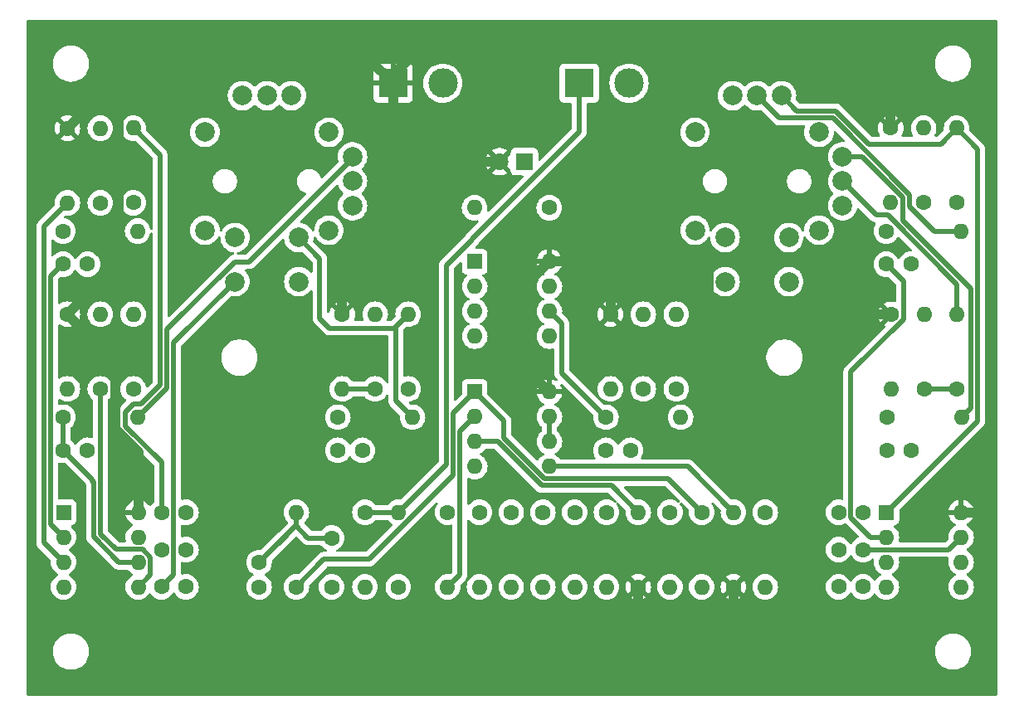
<source format=gtl>
%TF.GenerationSoftware,KiCad,Pcbnew,8.0.7*%
%TF.CreationDate,2024-12-30T22:27:32+09:00*%
%TF.ProjectId,sound_remocon,736f756e-645f-4726-956d-6f636f6e2e6b,rev?*%
%TF.SameCoordinates,Original*%
%TF.FileFunction,Copper,L1,Top*%
%TF.FilePolarity,Positive*%
%FSLAX46Y46*%
G04 Gerber Fmt 4.6, Leading zero omitted, Abs format (unit mm)*
G04 Created by KiCad (PCBNEW 8.0.7) date 2024-12-30 22:27:32*
%MOMM*%
%LPD*%
G01*
G04 APERTURE LIST*
%TA.AperFunction,ComponentPad*%
%ADD10C,1.600000*%
%TD*%
%TA.AperFunction,ComponentPad*%
%ADD11O,1.600000X1.600000*%
%TD*%
%TA.AperFunction,ComponentPad*%
%ADD12R,1.600000X1.600000*%
%TD*%
%TA.AperFunction,ComponentPad*%
%ADD13C,2.000000*%
%TD*%
%TA.AperFunction,ComponentPad*%
%ADD14R,3.000000X3.000000*%
%TD*%
%TA.AperFunction,ComponentPad*%
%ADD15C,3.000000*%
%TD*%
%TA.AperFunction,ComponentPad*%
%ADD16R,1.800000X1.800000*%
%TD*%
%TA.AperFunction,ComponentPad*%
%ADD17C,1.800000*%
%TD*%
%TA.AperFunction,Conductor*%
%ADD18C,0.500000*%
%TD*%
%TA.AperFunction,Conductor*%
%ADD19C,1.000000*%
%TD*%
G04 APERTURE END LIST*
D10*
%TO.P,Rlx2,1*%
%TO.N,Net-(U2A-+)*%
X28000000Y-39210000D03*
D11*
%TO.P,Rlx2,2*%
%TO.N,GND*%
X28000000Y-31590000D03*
%TD*%
D10*
%TO.P,Crs1,1*%
%TO.N,Net-(U3B--)*%
X79590000Y-64470000D03*
%TO.P,Crs1,2*%
%TO.N,GND*%
X82090000Y-64470000D03*
%TD*%
%TO.P,Rled1,1*%
%TO.N,Net-(LED1-K)*%
X73800000Y-39700000D03*
D11*
%TO.P,Rled1,2*%
%TO.N,GND*%
X66180000Y-39700000D03*
%TD*%
D10*
%TO.P,Rrx3,1*%
%TO.N,Net-(U1A-+)*%
X115360000Y-39200000D03*
D11*
%TO.P,Rrx3,2*%
%TO.N,Output_rx*%
X115360000Y-31580000D03*
%TD*%
D10*
%TO.P,Rout2,1*%
%TO.N,output*%
X55000000Y-70800000D03*
D11*
%TO.P,Rout2,2*%
%TO.N,GND*%
X55000000Y-78420000D03*
%TD*%
D10*
%TO.P,Rry3,1*%
%TO.N,Net-(U1B-+)*%
X115400000Y-58210000D03*
D11*
%TO.P,Rry3,2*%
%TO.N,Output_ry*%
X115400000Y-50590000D03*
%TD*%
D10*
%TO.P,Rna2,1*%
%TO.N,Net-(U4B-+)*%
X95840000Y-70800000D03*
D11*
%TO.P,Rna2,2*%
%TO.N,GND*%
X95840000Y-78420000D03*
%TD*%
D10*
%TO.P,C1,1*%
%TO.N,Output_rx*%
X105820000Y-70800000D03*
%TO.P,C1,2*%
%TO.N,Net-(C1-Pad2)*%
X103320000Y-70800000D03*
%TD*%
%TO.P,Rrs3,1*%
%TO.N,Net-(U3B-+)*%
X86760000Y-58200000D03*
D11*
%TO.P,Rrs3,2*%
%TO.N,Output_r_sw_ac*%
X86760000Y-50580000D03*
%TD*%
D10*
%TO.P,Rly2,1*%
%TO.N,Net-(U2B-+)*%
X28000000Y-58200000D03*
D11*
%TO.P,Rly2,2*%
%TO.N,GND*%
X28000000Y-50580000D03*
%TD*%
D10*
%TO.P,Rrx1,1*%
%TO.N,+5V*%
X108640000Y-31580000D03*
D11*
%TO.P,Rrx1,2*%
%TO.N,Net-(U1A-+)*%
X108640000Y-39200000D03*
%TD*%
D10*
%TO.P,Cry1,1*%
%TO.N,Net-(U1B--)*%
X108230000Y-64480000D03*
%TO.P,Cry1,2*%
%TO.N,GND*%
X110730000Y-64480000D03*
%TD*%
%TO.P,Rrs2,1*%
%TO.N,Net-(U3B-+)*%
X83400000Y-58200000D03*
D11*
%TO.P,Rrs2,2*%
%TO.N,GND*%
X83400000Y-50580000D03*
%TD*%
D10*
%TO.P,Cls1,1*%
%TO.N,Net-(U3A--)*%
X52230000Y-64470000D03*
%TO.P,Cls1,2*%
%TO.N,GND*%
X54730000Y-64470000D03*
%TD*%
%TO.P,Rrs4,1*%
%TO.N,Net-(U3B--)*%
X79590000Y-61090000D03*
D11*
%TO.P,Rrs4,2*%
%TO.N,Output_r_sw_ac*%
X87210000Y-61090000D03*
%TD*%
D10*
%TO.P,C4,1*%
%TO.N,Output_lx*%
X34240000Y-70800000D03*
%TO.P,C4,2*%
%TO.N,Net-(C4-Pad2)*%
X36740000Y-70800000D03*
%TD*%
%TO.P,C2,1*%
%TO.N,Output_ry*%
X105820000Y-74600000D03*
%TO.P,C2,2*%
%TO.N,Net-(C2-Pad2)*%
X103320000Y-74600000D03*
%TD*%
%TO.P,Rly1,1*%
%TO.N,+5V*%
X24640000Y-50580000D03*
D11*
%TO.P,Rly1,2*%
%TO.N,Net-(U2B-+)*%
X24640000Y-58200000D03*
%TD*%
D12*
%TO.P,U3,1*%
%TO.N,Output_l_sw_ac*%
X66200000Y-45200000D03*
D11*
%TO.P,U3,2,-*%
%TO.N,Net-(U3A--)*%
X66200000Y-47740000D03*
%TO.P,U3,3,+*%
%TO.N,Net-(U3A-+)*%
X66200000Y-50280000D03*
%TO.P,U3,4,V-*%
%TO.N,GND*%
X66200000Y-52820000D03*
%TO.P,U3,5,+*%
%TO.N,Net-(U3B-+)*%
X73820000Y-52820000D03*
%TO.P,U3,6,-*%
%TO.N,Net-(U3B--)*%
X73820000Y-50280000D03*
%TO.P,U3,7*%
%TO.N,Output_r_sw_ac*%
X73820000Y-47740000D03*
%TO.P,U3,8,V+*%
%TO.N,+5V*%
X73820000Y-45200000D03*
%TD*%
D10*
%TO.P,Rry1,1*%
%TO.N,+5V*%
X108680000Y-50590000D03*
D11*
%TO.P,Rry1,2*%
%TO.N,Net-(U1B-+)*%
X108680000Y-58210000D03*
%TD*%
D12*
%TO.P,U4,1*%
%TO.N,Net-(Rlpf1-Pad1)*%
X66200000Y-58500000D03*
D11*
%TO.P,U4,2,-*%
%TO.N,Net-(U4A--)*%
X66200000Y-61040000D03*
%TO.P,U4,3,+*%
%TO.N,Net-(U4A-+)*%
X66200000Y-63580000D03*
%TO.P,U4,4,V-*%
%TO.N,GND*%
X66200000Y-66120000D03*
%TO.P,U4,5,+*%
%TO.N,Net-(U4B-+)*%
X73820000Y-66120000D03*
%TO.P,U4,6,-*%
%TO.N,Net-(U4B--)*%
X73820000Y-63580000D03*
%TO.P,U4,7*%
X73820000Y-61040000D03*
%TO.P,U4,8,V+*%
%TO.N,+5V*%
X73820000Y-58500000D03*
%TD*%
D10*
%TO.P,C3,1*%
%TO.N,Output_rs*%
X105820000Y-78400000D03*
%TO.P,C3,2*%
%TO.N,Net-(C3-Pad2)*%
X103320000Y-78400000D03*
%TD*%
D12*
%TO.P,U1,1*%
%TO.N,Output_rx*%
X108200000Y-70800000D03*
D11*
%TO.P,U1,2,-*%
%TO.N,Net-(U1A--)*%
X108200000Y-73340000D03*
%TO.P,U1,3,+*%
%TO.N,Net-(U1A-+)*%
X108200000Y-75880000D03*
%TO.P,U1,4,V-*%
%TO.N,GND*%
X108200000Y-78420000D03*
%TO.P,U1,5,+*%
%TO.N,Net-(U1B-+)*%
X115820000Y-78420000D03*
%TO.P,U1,6,-*%
%TO.N,Net-(U1B--)*%
X115820000Y-75880000D03*
%TO.P,U1,7*%
%TO.N,Output_ry*%
X115820000Y-73340000D03*
%TO.P,U1,8,V+*%
%TO.N,+5V*%
X115820000Y-70800000D03*
%TD*%
D10*
%TO.P,Rlpf1,1*%
%TO.N,Net-(Rlpf1-Pad1)*%
X48000000Y-78420000D03*
D11*
%TO.P,Rlpf1,2*%
%TO.N,Net-(Clpf1-Pad1)*%
X48000000Y-70800000D03*
%TD*%
D10*
%TO.P,Cly1,1*%
%TO.N,Net-(U2B--)*%
X24190000Y-64470000D03*
%TO.P,Cly1,2*%
%TO.N,GND*%
X26690000Y-64470000D03*
%TD*%
%TO.P,Rmx1,1*%
%TO.N,+5V*%
X82880000Y-78420000D03*
D11*
%TO.P,Rmx1,2*%
%TO.N,Net-(U4A-+)*%
X82880000Y-70800000D03*
%TD*%
D10*
%TO.P,Rrs1,1*%
%TO.N,+5V*%
X80040000Y-50580000D03*
D11*
%TO.P,Rrs1,2*%
%TO.N,Net-(U3B-+)*%
X80040000Y-58200000D03*
%TD*%
D10*
%TO.P,Clpf1,1*%
%TO.N,Net-(Clpf1-Pad1)*%
X44200000Y-75920000D03*
%TO.P,Clpf1,2*%
%TO.N,GND*%
X44200000Y-78420000D03*
%TD*%
%TO.P,Clx1,1*%
%TO.N,Net-(U2A--)*%
X24190000Y-45470000D03*
%TO.P,Clx1,2*%
%TO.N,GND*%
X26690000Y-45470000D03*
%TD*%
%TO.P,C6,1*%
%TO.N,Output_ls*%
X34240000Y-78400000D03*
%TO.P,C6,2*%
%TO.N,Net-(C6-Pad2)*%
X36740000Y-78400000D03*
%TD*%
%TO.P,Rls2,1*%
%TO.N,Net-(U3A-+)*%
X56040000Y-58200000D03*
D11*
%TO.P,Rls2,2*%
%TO.N,GND*%
X56040000Y-50580000D03*
%TD*%
D10*
%TO.P,Rlx4,1*%
%TO.N,Net-(U2A--)*%
X24190000Y-42090000D03*
D11*
%TO.P,Rlx4,2*%
%TO.N,Net-(JoyStick_left1-Rx2)*%
X31810000Y-42090000D03*
%TD*%
D10*
%TO.P,Rls4,1*%
%TO.N,Net-(U3A--)*%
X52230000Y-61090000D03*
D11*
%TO.P,Rls4,2*%
%TO.N,Output_l_sw_ac*%
X59850000Y-61090000D03*
%TD*%
D10*
%TO.P,R5,1*%
%TO.N,Net-(C5-Pad2)*%
X66680000Y-70800000D03*
D11*
%TO.P,R5,2*%
%TO.N,Net-(U4A--)*%
X66680000Y-78420000D03*
%TD*%
D13*
%TO.P,JoyStick Left,1,Rx1*%
%TO.N,Output_lx*%
X47500000Y-28270000D03*
%TO.P,JoyStick Left,2,Rx2*%
%TO.N,Net-(JoyStick_left1-Rx2)*%
X45000000Y-28270000D03*
%TO.P,JoyStick Left,3,Rx3*%
%TO.N,unconnected-(JoyStick_left1-Rx3-Pad3)*%
X42500000Y-28270000D03*
%TO.P,JoyStick Left,4,Ry1*%
%TO.N,unconnected-(JoyStick_left1-Ry1-Pad4)*%
X53730000Y-39500000D03*
%TO.P,JoyStick Left,5,Ry2*%
%TO.N,Output_ly*%
X53730000Y-37000000D03*
%TO.P,JoyStick Left,6,Ry3*%
%TO.N,Net-(JoyStick_left1-Ry3)*%
X53730000Y-34500000D03*
%TO.P,JoyStick Left,a,SWa*%
%TO.N,Output_l_sw_ac*%
X41750000Y-42750000D03*
%TO.P,JoyStick Left,b,SWb*%
%TO.N,Output_ls*%
X41750000Y-47250000D03*
%TO.P,JoyStick Left,c,SWc*%
%TO.N,Output_l_sw_ac*%
X48250000Y-42750000D03*
%TO.P,JoyStick Left,d,SWd*%
%TO.N,Output_ls*%
X48250000Y-47250000D03*
%TO.P,JoyStick Left,x*%
%TO.N,N/C*%
X38675000Y-32000000D03*
X38675000Y-42000000D03*
X51325000Y-32000000D03*
X51325000Y-42000000D03*
%TD*%
D10*
%TO.P,Rna1,1*%
%TO.N,+5V*%
X92600000Y-78420000D03*
D11*
%TO.P,Rna1,2*%
%TO.N,Net-(U4B-+)*%
X92600000Y-70800000D03*
%TD*%
D14*
%TO.P,J2,1,Pin_1*%
%TO.N,output*%
X76860000Y-27000000D03*
D15*
%TO.P,J2,2,Pin_2*%
%TO.N,GND*%
X81940000Y-27000000D03*
%TD*%
D10*
%TO.P,R1,1*%
%TO.N,Net-(C1-Pad2)*%
X79640000Y-70800000D03*
D11*
%TO.P,R1,2*%
%TO.N,Net-(U4A--)*%
X79640000Y-78420000D03*
%TD*%
D10*
%TO.P,Rrx4,1*%
%TO.N,Net-(U1A--)*%
X108190000Y-42090000D03*
D11*
%TO.P,Rrx4,2*%
%TO.N,Net-(JoyStick_right1-Rx2)*%
X115810000Y-42090000D03*
%TD*%
D10*
%TO.P,Rout1,1*%
%TO.N,Net-(Cout1-Pad2)*%
X58400000Y-78420000D03*
D11*
%TO.P,Rout1,2*%
%TO.N,output*%
X58400000Y-70800000D03*
%TD*%
D10*
%TO.P,R3,1*%
%TO.N,Net-(C3-Pad2)*%
X73160000Y-70800000D03*
D11*
%TO.P,R3,2*%
%TO.N,Net-(U4A--)*%
X73160000Y-78420000D03*
%TD*%
D10*
%TO.P,Rly3,1*%
%TO.N,Net-(U2B-+)*%
X31360000Y-58200000D03*
D11*
%TO.P,Rly3,2*%
%TO.N,Output_ly*%
X31360000Y-50580000D03*
%TD*%
D10*
%TO.P,R6,1*%
%TO.N,Net-(C6-Pad2)*%
X63440000Y-70800000D03*
D11*
%TO.P,R6,2*%
%TO.N,Net-(U4A--)*%
X63440000Y-78420000D03*
%TD*%
D10*
%TO.P,Rry4,1*%
%TO.N,Net-(U1B--)*%
X108230000Y-61100000D03*
D11*
%TO.P,Rry4,2*%
%TO.N,Net-(JoyStick_right1-Ry3)*%
X115850000Y-61100000D03*
%TD*%
D10*
%TO.P,Rmx3,1*%
%TO.N,Net-(Rlpf1-Pad1)*%
X89360000Y-70800000D03*
D11*
%TO.P,Rmx3,2*%
%TO.N,Net-(U4A--)*%
X89360000Y-78420000D03*
%TD*%
D12*
%TO.P,U2,1*%
%TO.N,Output_lx*%
X24240000Y-70800000D03*
D11*
%TO.P,U2,2,-*%
%TO.N,Net-(U2A--)*%
X24240000Y-73340000D03*
%TO.P,U2,3,+*%
%TO.N,Net-(U2A-+)*%
X24240000Y-75880000D03*
%TO.P,U2,4,V-*%
%TO.N,GND*%
X24240000Y-78420000D03*
%TO.P,U2,5,+*%
%TO.N,Net-(U2B-+)*%
X31860000Y-78420000D03*
%TO.P,U2,6,-*%
%TO.N,Net-(U2B--)*%
X31860000Y-75880000D03*
%TO.P,U2,7*%
%TO.N,Output_ly*%
X31860000Y-73340000D03*
%TO.P,U2,8,V+*%
%TO.N,+5V*%
X31860000Y-70800000D03*
%TD*%
D14*
%TO.P,J1,1,Pin_1*%
%TO.N,+5V*%
X57860000Y-27000000D03*
D15*
%TO.P,J1,2,Pin_2*%
%TO.N,GND*%
X62940000Y-27000000D03*
%TD*%
D10*
%TO.P,Rrx2,1*%
%TO.N,Net-(U1A-+)*%
X112000000Y-39200000D03*
D11*
%TO.P,Rrx2,2*%
%TO.N,GND*%
X112000000Y-31580000D03*
%TD*%
D10*
%TO.P,Crx1,1*%
%TO.N,Net-(U1A--)*%
X108190000Y-45470000D03*
%TO.P,Crx1,2*%
%TO.N,GND*%
X110690000Y-45470000D03*
%TD*%
%TO.P,Rlx3,1*%
%TO.N,Net-(U2A-+)*%
X31360000Y-39200000D03*
D11*
%TO.P,Rlx3,2*%
%TO.N,Output_lx*%
X31360000Y-31580000D03*
%TD*%
D13*
%TO.P,JoyStick Right,1,Rx1*%
%TO.N,Output_rx*%
X97500000Y-28270000D03*
%TO.P,JoyStick Right,2,Rx2*%
%TO.N,Net-(JoyStick_right1-Rx2)*%
X95000000Y-28270000D03*
%TO.P,JoyStick Right,3,Rx3*%
%TO.N,unconnected-(JoyStick_right1-Rx3-Pad3)*%
X92500000Y-28270000D03*
%TO.P,JoyStick Right,4,Ry1*%
%TO.N,unconnected-(JoyStick_right1-Ry1-Pad4)*%
X103730000Y-39500000D03*
%TO.P,JoyStick Right,5,Ry2*%
%TO.N,Output_ry*%
X103730000Y-37000000D03*
%TO.P,JoyStick Right,6,Ry3*%
%TO.N,Net-(JoyStick_right1-Ry3)*%
X103730000Y-34500000D03*
%TO.P,JoyStick Right,a,SWa*%
%TO.N,Output_r_sw_ac*%
X91750000Y-42750000D03*
%TO.P,JoyStick Right,b,SWb*%
%TO.N,Output_rs*%
X91750000Y-47250000D03*
%TO.P,JoyStick Right,c,SWc*%
%TO.N,Output_r_sw_ac*%
X98250000Y-42750000D03*
%TO.P,JoyStick Right,d,SWd*%
%TO.N,Output_rs*%
X98250000Y-47250000D03*
%TO.P,JoyStick Right,x*%
%TO.N,N/C*%
X88675000Y-32000000D03*
X88675000Y-42000000D03*
X101325000Y-32000000D03*
X101325000Y-42000000D03*
%TD*%
D10*
%TO.P,C5,1*%
%TO.N,Output_ly*%
X34240000Y-74600000D03*
%TO.P,C5,2*%
%TO.N,Net-(C5-Pad2)*%
X36740000Y-74600000D03*
%TD*%
%TO.P,Rmx2,1*%
%TO.N,Net-(U4A-+)*%
X86120000Y-70800000D03*
D11*
%TO.P,Rmx2,2*%
%TO.N,GND*%
X86120000Y-78420000D03*
%TD*%
D16*
%TO.P,LED1,1,K*%
%TO.N,Net-(LED1-K)*%
X71270000Y-35000000D03*
D17*
%TO.P,LED1,2,A*%
%TO.N,+5V*%
X68730000Y-35000000D03*
%TD*%
D10*
%TO.P,R2,1*%
%TO.N,Net-(C2-Pad2)*%
X76400000Y-70800000D03*
D11*
%TO.P,R2,2*%
%TO.N,Net-(U4A--)*%
X76400000Y-78420000D03*
%TD*%
D10*
%TO.P,Rly4,1*%
%TO.N,Net-(U2B--)*%
X24190000Y-61090000D03*
D11*
%TO.P,Rly4,2*%
%TO.N,Net-(JoyStick_left1-Ry3)*%
X31810000Y-61090000D03*
%TD*%
D10*
%TO.P,Rlx1,1*%
%TO.N,+5V*%
X24640000Y-31590000D03*
D11*
%TO.P,Rlx1,2*%
%TO.N,Net-(U2A-+)*%
X24640000Y-39210000D03*
%TD*%
D10*
%TO.P,Rls3,1*%
%TO.N,Net-(U3A-+)*%
X59400000Y-58200000D03*
D11*
%TO.P,Rls3,2*%
%TO.N,Output_l_sw_ac*%
X59400000Y-50580000D03*
%TD*%
D10*
%TO.P,R4,1*%
%TO.N,Net-(C4-Pad2)*%
X69920000Y-70800000D03*
D11*
%TO.P,R4,2*%
%TO.N,Net-(U4A--)*%
X69920000Y-78420000D03*
%TD*%
D10*
%TO.P,Cout1,1*%
%TO.N,Net-(Clpf1-Pad1)*%
X51600000Y-73420000D03*
%TO.P,Cout1,2*%
%TO.N,Net-(Cout1-Pad2)*%
X51600000Y-78420000D03*
%TD*%
%TO.P,Rls1,1*%
%TO.N,+5V*%
X52680000Y-50580000D03*
D11*
%TO.P,Rls1,2*%
%TO.N,Net-(U3A-+)*%
X52680000Y-58200000D03*
%TD*%
D10*
%TO.P,Rry2,1*%
%TO.N,Net-(U1B-+)*%
X112040000Y-58210000D03*
D11*
%TO.P,Rry2,2*%
%TO.N,GND*%
X112040000Y-50590000D03*
%TD*%
D18*
%TO.N,output*%
X76860000Y-31940000D02*
X76860000Y-27000000D01*
X65900000Y-43000000D02*
X65900000Y-42900000D01*
X63290000Y-45610000D02*
X65900000Y-43000000D01*
X63290000Y-65910000D02*
X63290000Y-45610000D01*
X65900000Y-42900000D02*
X76860000Y-31940000D01*
X58400000Y-70800000D02*
X63290000Y-65910000D01*
%TO.N,Net-(Rlpf1-Pad1)*%
X63990000Y-67010000D02*
X63990000Y-60710000D01*
X55400000Y-75600000D02*
X63990000Y-67010000D01*
X50820000Y-75600000D02*
X55400000Y-75600000D01*
X48000000Y-78420000D02*
X50820000Y-75600000D01*
X63990000Y-60710000D02*
X66200000Y-58500000D01*
%TO.N,Net-(U2B--)*%
X27200000Y-67480000D02*
X24190000Y-64470000D01*
X27300000Y-67700000D02*
X27200000Y-67600000D01*
X27200000Y-67600000D02*
X27200000Y-67480000D01*
X27300000Y-73289950D02*
X27300000Y-67700000D01*
X29890050Y-75880000D02*
X27300000Y-73289950D01*
X31860000Y-75880000D02*
X29890050Y-75880000D01*
%TO.N,Output_rx*%
X103050000Y-29850000D02*
X106400000Y-33200000D01*
X113740000Y-33200000D02*
X115360000Y-31580000D01*
X99080000Y-29850000D02*
X103050000Y-29850000D01*
X97500000Y-28270000D02*
X99080000Y-29850000D01*
X106400000Y-33200000D02*
X113740000Y-33200000D01*
%TO.N,Net-(JoyStick_right1-Rx2)*%
X97280000Y-30550000D02*
X95000000Y-28270000D01*
X102747716Y-30550000D02*
X97280000Y-30550000D01*
X110590000Y-38392284D02*
X102747716Y-30550000D01*
X110590000Y-39557767D02*
X110590000Y-38392284D01*
X115810000Y-42090000D02*
X113122233Y-42090000D01*
X113122233Y-42090000D02*
X110590000Y-39557767D01*
%TO.N,Net-(JoyStick_right1-Ry3)*%
X116800000Y-60150000D02*
X115850000Y-61100000D01*
X116800000Y-47942283D02*
X116800000Y-60150000D01*
X110928859Y-42071141D02*
X116800000Y-47942283D01*
X109890000Y-38682233D02*
X109890000Y-41032282D01*
X105707767Y-34500000D02*
X109890000Y-38682233D01*
X103730000Y-34500000D02*
X105707767Y-34500000D01*
X109890000Y-41032282D02*
X110928859Y-42071141D01*
%TO.N,output*%
X55000000Y-70800000D02*
X58400000Y-70800000D01*
%TO.N,Output_l_sw_ac*%
X58150000Y-51830000D02*
X59400000Y-50580000D01*
X58150000Y-59390000D02*
X58150000Y-51830000D01*
X59850000Y-61090000D02*
X58150000Y-59390000D01*
X50400000Y-51000000D02*
X51400000Y-52000000D01*
X50400000Y-44900000D02*
X50400000Y-51000000D01*
X48250000Y-42750000D02*
X50400000Y-44900000D01*
X51400000Y-52000000D02*
X57400000Y-52000000D01*
%TO.N,Net-(U2A--)*%
X24240000Y-73340000D02*
X22940000Y-72040000D01*
X22940000Y-46720000D02*
X24190000Y-45470000D01*
X22940000Y-72040000D02*
X22940000Y-46720000D01*
%TO.N,Net-(U2B--)*%
X24190000Y-61090000D02*
X24190000Y-64470000D01*
%TO.N,Net-(U3B--)*%
X75070000Y-51530000D02*
X75070000Y-56570000D01*
X75070000Y-56570000D02*
X79590000Y-61090000D01*
X73820000Y-50280000D02*
X75070000Y-51530000D01*
%TO.N,Net-(U1A--)*%
X108200000Y-73340000D02*
X106592233Y-73340000D01*
X104570000Y-71317767D02*
X104570000Y-56467767D01*
X109930000Y-51107767D02*
X109930000Y-47210000D01*
X104570000Y-56467767D02*
X109930000Y-51107767D01*
X106592233Y-73340000D02*
X104570000Y-71317767D01*
X109930000Y-47210000D02*
X108190000Y-45470000D01*
D19*
%TO.N,+5V*%
X99800000Y-85500000D02*
X91500000Y-85500000D01*
X105000000Y-23200000D02*
X108640000Y-26840000D01*
X57860000Y-26140000D02*
X60800000Y-23200000D01*
X91500000Y-85500000D02*
X92600000Y-84400000D01*
X89300000Y-45550000D02*
X90050000Y-46300000D01*
X60000000Y-35000000D02*
X68730000Y-35000000D01*
X78080000Y-45200000D02*
X73820000Y-45200000D01*
X117000000Y-81000000D02*
X113000000Y-81000000D01*
X30608249Y-63391751D02*
X29500000Y-62283502D01*
X28190000Y-47030000D02*
X24640000Y-50580000D01*
X85000000Y-45550000D02*
X89300000Y-45550000D01*
X52680000Y-47320000D02*
X59600000Y-40400000D01*
X52680000Y-50580000D02*
X52680000Y-47320000D01*
X60800000Y-23200000D02*
X85000000Y-23200000D01*
X99800000Y-70200000D02*
X90050000Y-60450000D01*
X57860000Y-27000000D02*
X57860000Y-32860000D01*
X55360000Y-24500000D02*
X57860000Y-27000000D01*
X29860000Y-45360000D02*
X29860000Y-26370000D01*
X57860000Y-32860000D02*
X59600000Y-34600000D01*
X113000000Y-81000000D02*
X108500000Y-85500000D01*
X30608249Y-63391751D02*
X30166497Y-62950000D01*
X80040000Y-47160000D02*
X81650000Y-45550000D01*
X30215000Y-26015000D02*
X31730000Y-24500000D01*
X92600000Y-84400000D02*
X92600000Y-78420000D01*
X71800000Y-56480000D02*
X73160000Y-57840000D01*
X90050000Y-60450000D02*
X90050000Y-50600000D01*
X90050000Y-50600000D02*
X90050000Y-46300000D01*
X80040000Y-47160000D02*
X78080000Y-45200000D01*
X24640000Y-31590000D02*
X30215000Y-26015000D01*
X108680000Y-50590000D02*
X90060000Y-50590000D01*
X80040000Y-50580000D02*
X80040000Y-47160000D01*
X90060000Y-50590000D02*
X90050000Y-50600000D01*
X29860000Y-26370000D02*
X30215000Y-26015000D01*
X31860000Y-64643502D02*
X30608249Y-63391751D01*
X85000000Y-23200000D02*
X105000000Y-23200000D01*
X71800000Y-47220000D02*
X71800000Y-56480000D01*
X82880000Y-83880000D02*
X84500000Y-85500000D01*
X99800000Y-85500000D02*
X99800000Y-70200000D01*
X29500000Y-55440000D02*
X24640000Y-50580000D01*
X118500000Y-79500000D02*
X117000000Y-81000000D01*
X73820000Y-58500000D02*
X73160000Y-57840000D01*
X57860000Y-27000000D02*
X57860000Y-26140000D01*
X59600000Y-40400000D02*
X59600000Y-34600000D01*
X81650000Y-45550000D02*
X85000000Y-45550000D01*
X82880000Y-78420000D02*
X82880000Y-83880000D01*
X85000000Y-23200000D02*
X85000000Y-45550000D01*
X59600000Y-34600000D02*
X60000000Y-35000000D01*
X117800000Y-70800000D02*
X118500000Y-71500000D01*
X115820000Y-70800000D02*
X117800000Y-70800000D01*
X31860000Y-70800000D02*
X31860000Y-64643502D01*
X84500000Y-85500000D02*
X91500000Y-85500000D01*
X108640000Y-26840000D02*
X108640000Y-31580000D01*
X118500000Y-71500000D02*
X118500000Y-79500000D01*
X73820000Y-45200000D02*
X71800000Y-47220000D01*
X73820000Y-45200000D02*
X74660000Y-45200000D01*
X28190000Y-47030000D02*
X29860000Y-45360000D01*
X31730000Y-24500000D02*
X55360000Y-24500000D01*
X108500000Y-85500000D02*
X99800000Y-85500000D01*
X29500000Y-62283502D02*
X29500000Y-55440000D01*
D18*
%TO.N,Output_l_sw_ac*%
X57400000Y-52000000D02*
X57980000Y-52000000D01*
X57980000Y-52000000D02*
X59400000Y-50580000D01*
%TO.N,Net-(U4A--)*%
X64690000Y-62550000D02*
X64690000Y-77170000D01*
X64690000Y-77170000D02*
X63440000Y-78420000D01*
X66200000Y-61040000D02*
X64690000Y-62550000D01*
%TO.N,Net-(JoyStick_left1-Ry3)*%
X43200000Y-45221320D02*
X53730000Y-34691320D01*
X41728070Y-45221320D02*
X43200000Y-45221320D01*
X34790000Y-58110000D02*
X34790000Y-52159390D01*
X31810000Y-61090000D02*
X34790000Y-58110000D01*
X34790000Y-52159390D02*
X41728070Y-45221320D01*
X53730000Y-34691320D02*
X53730000Y-34500000D01*
%TO.N,Output_rx*%
X108200000Y-70800000D02*
X117500000Y-61500000D01*
X117500000Y-33720000D02*
X115360000Y-31580000D01*
X117500000Y-61500000D02*
X117500000Y-33720000D01*
%TO.N,Output_ry*%
X108317767Y-40450000D02*
X107180000Y-40450000D01*
X115400000Y-47532233D02*
X108317767Y-40450000D01*
X115400000Y-50590000D02*
X115400000Y-47532233D01*
X114560000Y-74600000D02*
X115820000Y-73340000D01*
X105820000Y-74600000D02*
X114560000Y-74600000D01*
X107180000Y-40450000D02*
X103730000Y-37000000D01*
%TO.N,Net-(U4B-+)*%
X73820000Y-66120000D02*
X87920000Y-66120000D01*
X87920000Y-66120000D02*
X92600000Y-70800000D01*
%TO.N,Net-(Rlpf1-Pad1)*%
X66200000Y-58500000D02*
X69166117Y-61466117D01*
X69166117Y-61466117D02*
X69166117Y-63233883D01*
X85930000Y-67370000D02*
X73302233Y-67370000D01*
X73302233Y-67370000D02*
X69166117Y-63233883D01*
X89360000Y-70800000D02*
X85930000Y-67370000D01*
%TO.N,Net-(U3A-+)*%
X52680000Y-58200000D02*
X56040000Y-58200000D01*
%TO.N,Output_ls*%
X35490000Y-53510000D02*
X35490000Y-77150000D01*
X41750000Y-47250000D02*
X35490000Y-53510000D01*
X35490000Y-77150000D02*
X34240000Y-78400000D01*
%TO.N,Net-(U2A-+)*%
X22240000Y-73880000D02*
X22240000Y-41610000D01*
X24240000Y-75880000D02*
X22240000Y-73880000D01*
X22240000Y-41610000D02*
X24640000Y-39210000D01*
%TO.N,Net-(U2B-+)*%
X33110000Y-75362233D02*
X33110000Y-77170000D01*
X32337767Y-74590000D02*
X33110000Y-75362233D01*
X29590000Y-74590000D02*
X32337767Y-74590000D01*
X33110000Y-77170000D02*
X31860000Y-78420000D01*
X28000000Y-73000000D02*
X29590000Y-74590000D01*
X28000000Y-58200000D02*
X28000000Y-73000000D01*
%TO.N,Net-(U1B-+)*%
X115400000Y-58210000D02*
X112040000Y-58210000D01*
%TO.N,Net-(U4A-+)*%
X82880000Y-70800000D02*
X80150000Y-68070000D01*
X80150000Y-68070000D02*
X73012283Y-68070000D01*
X73012283Y-68070000D02*
X68522283Y-63580000D01*
X68522283Y-63580000D02*
X66200000Y-63580000D01*
%TO.N,Net-(U4B--)*%
X73820000Y-61040000D02*
X73820000Y-63580000D01*
%TO.N,Net-(Clpf1-Pad1)*%
X51600000Y-73420000D02*
X49200000Y-73420000D01*
X47900000Y-72220000D02*
X44200000Y-75920000D01*
X48000000Y-72220000D02*
X49200000Y-73420000D01*
X48000000Y-72120000D02*
X46700000Y-73420000D01*
X48000000Y-72220000D02*
X47900000Y-72220000D01*
X46700000Y-73420000D02*
X44200000Y-75920000D01*
X48000000Y-70800000D02*
X48000000Y-72120000D01*
X48000000Y-70800000D02*
X48000000Y-72220000D01*
X51600000Y-73420000D02*
X50620000Y-73420000D01*
%TO.N,Output_lx*%
X30560000Y-62000000D02*
X34240000Y-65680000D01*
X32143934Y-59766116D02*
X31366116Y-59766116D01*
X30560000Y-60572233D02*
X30560000Y-62000000D01*
X31366116Y-59766116D02*
X30560000Y-60572233D01*
X34090000Y-57820050D02*
X32143934Y-59766116D01*
X34090000Y-34310000D02*
X34090000Y-57820050D01*
X34240000Y-65680000D02*
X34240000Y-70800000D01*
X31360000Y-31580000D02*
X34090000Y-34310000D01*
%TD*%
%TA.AperFunction,Conductor*%
%TO.N,+5V*%
G36*
X119442539Y-20520185D02*
G01*
X119488294Y-20572989D01*
X119499500Y-20624500D01*
X119499500Y-89375500D01*
X119479815Y-89442539D01*
X119427011Y-89488294D01*
X119375500Y-89499500D01*
X20624500Y-89499500D01*
X20557461Y-89479815D01*
X20511706Y-89427011D01*
X20500500Y-89375500D01*
X20500500Y-84878711D01*
X23149500Y-84878711D01*
X23149500Y-85121288D01*
X23181161Y-85361785D01*
X23243947Y-85596104D01*
X23336773Y-85820205D01*
X23336776Y-85820212D01*
X23458064Y-86030289D01*
X23458066Y-86030292D01*
X23458067Y-86030293D01*
X23605733Y-86222736D01*
X23605739Y-86222743D01*
X23777256Y-86394260D01*
X23777262Y-86394265D01*
X23969711Y-86541936D01*
X24179788Y-86663224D01*
X24403900Y-86756054D01*
X24638211Y-86818838D01*
X24818586Y-86842584D01*
X24878711Y-86850500D01*
X24878712Y-86850500D01*
X25121289Y-86850500D01*
X25169388Y-86844167D01*
X25361789Y-86818838D01*
X25596100Y-86756054D01*
X25820212Y-86663224D01*
X26030289Y-86541936D01*
X26222738Y-86394265D01*
X26394265Y-86222738D01*
X26541936Y-86030289D01*
X26663224Y-85820212D01*
X26756054Y-85596100D01*
X26818838Y-85361789D01*
X26850500Y-85121288D01*
X26850500Y-84878712D01*
X26850500Y-84878711D01*
X113149500Y-84878711D01*
X113149500Y-85121288D01*
X113181161Y-85361785D01*
X113243947Y-85596104D01*
X113336773Y-85820205D01*
X113336776Y-85820212D01*
X113458064Y-86030289D01*
X113458066Y-86030292D01*
X113458067Y-86030293D01*
X113605733Y-86222736D01*
X113605739Y-86222743D01*
X113777256Y-86394260D01*
X113777262Y-86394265D01*
X113969711Y-86541936D01*
X114179788Y-86663224D01*
X114403900Y-86756054D01*
X114638211Y-86818838D01*
X114818586Y-86842584D01*
X114878711Y-86850500D01*
X114878712Y-86850500D01*
X115121289Y-86850500D01*
X115169388Y-86844167D01*
X115361789Y-86818838D01*
X115596100Y-86756054D01*
X115820212Y-86663224D01*
X116030289Y-86541936D01*
X116222738Y-86394265D01*
X116394265Y-86222738D01*
X116541936Y-86030289D01*
X116663224Y-85820212D01*
X116756054Y-85596100D01*
X116818838Y-85361789D01*
X116850500Y-85121288D01*
X116850500Y-84878712D01*
X116818838Y-84638211D01*
X116756054Y-84403900D01*
X116663224Y-84179788D01*
X116541936Y-83969711D01*
X116394265Y-83777262D01*
X116394260Y-83777256D01*
X116222743Y-83605739D01*
X116222736Y-83605733D01*
X116030293Y-83458067D01*
X116030292Y-83458066D01*
X116030289Y-83458064D01*
X115820212Y-83336776D01*
X115820205Y-83336773D01*
X115596104Y-83243947D01*
X115361785Y-83181161D01*
X115121289Y-83149500D01*
X115121288Y-83149500D01*
X114878712Y-83149500D01*
X114878711Y-83149500D01*
X114638214Y-83181161D01*
X114403895Y-83243947D01*
X114179794Y-83336773D01*
X114179785Y-83336777D01*
X113969706Y-83458067D01*
X113777263Y-83605733D01*
X113777256Y-83605739D01*
X113605739Y-83777256D01*
X113605733Y-83777263D01*
X113458067Y-83969706D01*
X113336777Y-84179785D01*
X113336773Y-84179794D01*
X113243947Y-84403895D01*
X113181161Y-84638214D01*
X113149500Y-84878711D01*
X26850500Y-84878711D01*
X26818838Y-84638211D01*
X26756054Y-84403900D01*
X26663224Y-84179788D01*
X26541936Y-83969711D01*
X26394265Y-83777262D01*
X26394260Y-83777256D01*
X26222743Y-83605739D01*
X26222736Y-83605733D01*
X26030293Y-83458067D01*
X26030292Y-83458066D01*
X26030289Y-83458064D01*
X25820212Y-83336776D01*
X25820205Y-83336773D01*
X25596104Y-83243947D01*
X25361785Y-83181161D01*
X25121289Y-83149500D01*
X25121288Y-83149500D01*
X24878712Y-83149500D01*
X24878711Y-83149500D01*
X24638214Y-83181161D01*
X24403895Y-83243947D01*
X24179794Y-83336773D01*
X24179785Y-83336777D01*
X23969706Y-83458067D01*
X23777263Y-83605733D01*
X23777256Y-83605739D01*
X23605739Y-83777256D01*
X23605733Y-83777263D01*
X23458067Y-83969706D01*
X23336777Y-84179785D01*
X23336773Y-84179794D01*
X23243947Y-84403895D01*
X23181161Y-84638214D01*
X23149500Y-84878711D01*
X20500500Y-84878711D01*
X20500500Y-73953920D01*
X21489499Y-73953920D01*
X21518340Y-74098907D01*
X21518343Y-74098917D01*
X21574914Y-74235492D01*
X21574915Y-74235494D01*
X21574916Y-74235495D01*
X21590714Y-74259139D01*
X21607812Y-74284727D01*
X21607813Y-74284730D01*
X21657046Y-74358414D01*
X21657052Y-74358421D01*
X22913282Y-75614650D01*
X22946767Y-75675973D01*
X22949129Y-75713137D01*
X22934532Y-75879996D01*
X22934532Y-75880001D01*
X22954364Y-76106686D01*
X22954366Y-76106697D01*
X23013258Y-76326488D01*
X23013261Y-76326497D01*
X23109431Y-76532732D01*
X23109432Y-76532734D01*
X23239954Y-76719141D01*
X23400858Y-76880045D01*
X23400861Y-76880047D01*
X23587266Y-77010568D01*
X23645275Y-77037618D01*
X23697714Y-77083791D01*
X23716866Y-77150984D01*
X23696650Y-77217865D01*
X23645275Y-77262382D01*
X23587267Y-77289431D01*
X23587265Y-77289432D01*
X23400858Y-77419954D01*
X23239954Y-77580858D01*
X23109432Y-77767265D01*
X23109431Y-77767267D01*
X23013261Y-77973502D01*
X23013258Y-77973511D01*
X22954366Y-78193302D01*
X22954364Y-78193313D01*
X22934532Y-78419998D01*
X22934532Y-78420001D01*
X22954364Y-78646686D01*
X22954366Y-78646697D01*
X23013258Y-78866488D01*
X23013261Y-78866497D01*
X23109431Y-79072732D01*
X23109432Y-79072734D01*
X23239954Y-79259141D01*
X23400858Y-79420045D01*
X23400861Y-79420047D01*
X23587266Y-79550568D01*
X23793504Y-79646739D01*
X24013308Y-79705635D01*
X24175230Y-79719801D01*
X24239998Y-79725468D01*
X24240000Y-79725468D01*
X24240002Y-79725468D01*
X24296673Y-79720509D01*
X24466692Y-79705635D01*
X24686496Y-79646739D01*
X24892734Y-79550568D01*
X25079139Y-79420047D01*
X25240047Y-79259139D01*
X25370568Y-79072734D01*
X25466739Y-78866496D01*
X25525635Y-78646692D01*
X25545468Y-78420000D01*
X25525635Y-78193308D01*
X25466739Y-77973504D01*
X25370568Y-77767266D01*
X25240047Y-77580861D01*
X25240045Y-77580858D01*
X25079141Y-77419954D01*
X24892734Y-77289432D01*
X24892728Y-77289429D01*
X24834725Y-77262382D01*
X24782285Y-77216210D01*
X24763133Y-77149017D01*
X24783348Y-77082135D01*
X24834725Y-77037618D01*
X24892734Y-77010568D01*
X25079139Y-76880047D01*
X25240047Y-76719139D01*
X25370568Y-76532734D01*
X25466739Y-76326496D01*
X25525635Y-76106692D01*
X25545468Y-75880000D01*
X25525635Y-75653308D01*
X25477456Y-75473502D01*
X25466741Y-75433511D01*
X25466738Y-75433502D01*
X25441268Y-75378881D01*
X25370568Y-75227266D01*
X25240047Y-75040861D01*
X25240045Y-75040858D01*
X25079141Y-74879954D01*
X24892734Y-74749432D01*
X24892728Y-74749429D01*
X24834725Y-74722382D01*
X24782285Y-74676210D01*
X24763133Y-74609017D01*
X24783348Y-74542135D01*
X24834725Y-74497618D01*
X24892734Y-74470568D01*
X25079139Y-74340047D01*
X25240047Y-74179139D01*
X25370568Y-73992734D01*
X25466739Y-73786496D01*
X25525635Y-73566692D01*
X25545468Y-73340000D01*
X25542389Y-73304812D01*
X25535482Y-73225863D01*
X25525635Y-73113308D01*
X25466739Y-72893504D01*
X25370568Y-72687266D01*
X25240047Y-72500861D01*
X25240045Y-72500858D01*
X25079143Y-72339956D01*
X25054536Y-72322726D01*
X25010912Y-72268149D01*
X25003719Y-72198650D01*
X25035241Y-72136296D01*
X25095471Y-72100882D01*
X25112404Y-72097861D01*
X25147483Y-72094091D01*
X25282331Y-72043796D01*
X25397546Y-71957546D01*
X25483796Y-71842331D01*
X25534091Y-71707483D01*
X25540500Y-71647873D01*
X25540499Y-69952128D01*
X25534091Y-69892517D01*
X25520329Y-69855620D01*
X25483797Y-69757671D01*
X25483793Y-69757664D01*
X25397547Y-69642455D01*
X25397544Y-69642452D01*
X25282335Y-69556206D01*
X25282328Y-69556202D01*
X25147482Y-69505908D01*
X25147483Y-69505908D01*
X25087883Y-69499501D01*
X25087881Y-69499500D01*
X25087873Y-69499500D01*
X25087865Y-69499500D01*
X23814500Y-69499500D01*
X23747461Y-69479815D01*
X23701706Y-69427011D01*
X23690500Y-69375500D01*
X23690500Y-65844136D01*
X23710185Y-65777097D01*
X23762989Y-65731342D01*
X23832147Y-65721398D01*
X23846582Y-65724358D01*
X23963308Y-65755635D01*
X24125230Y-65769801D01*
X24189998Y-65775468D01*
X24190000Y-65775468D01*
X24190001Y-65775468D01*
X24210062Y-65773712D01*
X24356861Y-65760869D01*
X24425359Y-65774635D01*
X24455348Y-65796716D01*
X26461463Y-67802831D01*
X26488343Y-67843059D01*
X26537248Y-67961125D01*
X26536383Y-67961482D01*
X26549500Y-68013840D01*
X26549500Y-73363868D01*
X26549500Y-73363870D01*
X26549499Y-73363870D01*
X26578340Y-73508857D01*
X26578343Y-73508867D01*
X26634914Y-73645441D01*
X26634916Y-73645445D01*
X26635753Y-73646697D01*
X26659785Y-73682665D01*
X26717049Y-73768368D01*
X26717052Y-73768371D01*
X29411634Y-76462952D01*
X29411636Y-76462954D01*
X29435580Y-76478952D01*
X29471500Y-76502952D01*
X29534555Y-76545084D01*
X29534557Y-76545085D01*
X29534561Y-76545087D01*
X29671132Y-76601656D01*
X29671137Y-76601658D01*
X29671141Y-76601658D01*
X29671142Y-76601659D01*
X29816129Y-76630500D01*
X29816132Y-76630500D01*
X29816133Y-76630500D01*
X29963968Y-76630500D01*
X30733337Y-76630500D01*
X30800376Y-76650185D01*
X30834912Y-76683377D01*
X30859954Y-76719141D01*
X31020858Y-76880045D01*
X31020861Y-76880047D01*
X31207266Y-77010568D01*
X31265275Y-77037618D01*
X31317714Y-77083791D01*
X31336866Y-77150984D01*
X31316650Y-77217865D01*
X31265275Y-77262382D01*
X31207267Y-77289431D01*
X31207265Y-77289432D01*
X31020858Y-77419954D01*
X30859954Y-77580858D01*
X30729432Y-77767265D01*
X30729431Y-77767267D01*
X30633261Y-77973502D01*
X30633258Y-77973511D01*
X30574366Y-78193302D01*
X30574364Y-78193313D01*
X30554532Y-78419998D01*
X30554532Y-78420001D01*
X30574364Y-78646686D01*
X30574366Y-78646697D01*
X30633258Y-78866488D01*
X30633261Y-78866497D01*
X30729431Y-79072732D01*
X30729432Y-79072734D01*
X30859954Y-79259141D01*
X31020858Y-79420045D01*
X31020861Y-79420047D01*
X31207266Y-79550568D01*
X31413504Y-79646739D01*
X31633308Y-79705635D01*
X31795230Y-79719801D01*
X31859998Y-79725468D01*
X31860000Y-79725468D01*
X31860002Y-79725468D01*
X31916673Y-79720509D01*
X32086692Y-79705635D01*
X32306496Y-79646739D01*
X32512734Y-79550568D01*
X32699139Y-79420047D01*
X32860047Y-79259139D01*
X32955429Y-79122917D01*
X33010001Y-79079295D01*
X33079500Y-79072101D01*
X33141855Y-79103623D01*
X33158576Y-79122920D01*
X33239954Y-79239141D01*
X33400858Y-79400045D01*
X33400861Y-79400047D01*
X33587266Y-79530568D01*
X33793504Y-79626739D01*
X34013308Y-79685635D01*
X34175230Y-79699801D01*
X34239998Y-79705468D01*
X34240000Y-79705468D01*
X34240002Y-79705468D01*
X34296673Y-79700509D01*
X34466692Y-79685635D01*
X34686496Y-79626739D01*
X34892734Y-79530568D01*
X35079139Y-79400047D01*
X35240047Y-79239139D01*
X35370568Y-79052734D01*
X35377618Y-79037614D01*
X35423789Y-78985176D01*
X35490982Y-78966023D01*
X35557864Y-78986238D01*
X35602381Y-79037614D01*
X35609432Y-79052733D01*
X35609432Y-79052734D01*
X35739954Y-79239141D01*
X35900858Y-79400045D01*
X35900861Y-79400047D01*
X36087266Y-79530568D01*
X36293504Y-79626739D01*
X36513308Y-79685635D01*
X36675230Y-79699801D01*
X36739998Y-79705468D01*
X36740000Y-79705468D01*
X36740002Y-79705468D01*
X36796673Y-79700509D01*
X36966692Y-79685635D01*
X37186496Y-79626739D01*
X37392734Y-79530568D01*
X37579139Y-79400047D01*
X37740047Y-79239139D01*
X37870568Y-79052734D01*
X37966739Y-78846496D01*
X38025635Y-78626692D01*
X38043718Y-78419998D01*
X38045468Y-78400001D01*
X38045468Y-78399998D01*
X38032619Y-78253139D01*
X38025635Y-78173308D01*
X37966739Y-77953504D01*
X37870568Y-77747266D01*
X37740047Y-77560861D01*
X37740045Y-77560858D01*
X37579141Y-77399954D01*
X37392734Y-77269432D01*
X37392732Y-77269431D01*
X37186497Y-77173261D01*
X37186488Y-77173258D01*
X36966697Y-77114366D01*
X36966693Y-77114365D01*
X36966692Y-77114365D01*
X36966691Y-77114364D01*
X36966686Y-77114364D01*
X36740002Y-77094532D01*
X36739998Y-77094532D01*
X36513313Y-77114364D01*
X36513302Y-77114366D01*
X36396593Y-77145638D01*
X36326743Y-77143975D01*
X36268881Y-77104812D01*
X36241377Y-77040583D01*
X36240500Y-77025863D01*
X36240500Y-75974136D01*
X36256397Y-75919998D01*
X42894532Y-75919998D01*
X42894532Y-75920001D01*
X42914364Y-76146686D01*
X42914366Y-76146697D01*
X42973258Y-76366488D01*
X42973261Y-76366497D01*
X43069431Y-76572732D01*
X43069432Y-76572734D01*
X43199954Y-76759141D01*
X43360858Y-76920045D01*
X43360861Y-76920047D01*
X43547266Y-77050568D01*
X43562387Y-77057619D01*
X43614825Y-77103791D01*
X43633976Y-77170985D01*
X43613760Y-77237866D01*
X43562387Y-77282380D01*
X43547268Y-77289431D01*
X43547264Y-77289433D01*
X43360858Y-77419954D01*
X43199954Y-77580858D01*
X43069432Y-77767265D01*
X43069431Y-77767267D01*
X42973261Y-77973502D01*
X42973258Y-77973511D01*
X42914366Y-78193302D01*
X42914364Y-78193313D01*
X42894532Y-78419998D01*
X42894532Y-78420001D01*
X42914364Y-78646686D01*
X42914366Y-78646697D01*
X42973258Y-78866488D01*
X42973261Y-78866497D01*
X43069431Y-79072732D01*
X43069432Y-79072734D01*
X43199954Y-79259141D01*
X43360858Y-79420045D01*
X43360861Y-79420047D01*
X43547266Y-79550568D01*
X43753504Y-79646739D01*
X43973308Y-79705635D01*
X44135230Y-79719801D01*
X44199998Y-79725468D01*
X44200000Y-79725468D01*
X44200002Y-79725468D01*
X44256673Y-79720509D01*
X44426692Y-79705635D01*
X44646496Y-79646739D01*
X44852734Y-79550568D01*
X45039139Y-79420047D01*
X45200047Y-79259139D01*
X45330568Y-79072734D01*
X45426739Y-78866496D01*
X45485635Y-78646692D01*
X45505468Y-78420000D01*
X45485635Y-78193308D01*
X45426739Y-77973504D01*
X45330568Y-77767266D01*
X45200047Y-77580861D01*
X45200045Y-77580858D01*
X45039141Y-77419954D01*
X44852734Y-77289432D01*
X44852728Y-77289429D01*
X44837614Y-77282381D01*
X44785176Y-77236211D01*
X44766023Y-77169018D01*
X44786238Y-77102136D01*
X44837614Y-77057618D01*
X44852734Y-77050568D01*
X45039139Y-76920047D01*
X45200047Y-76759139D01*
X45330568Y-76572734D01*
X45426739Y-76366496D01*
X45485635Y-76146692D01*
X45505468Y-75920000D01*
X45490869Y-75753137D01*
X45504635Y-75684639D01*
X45526713Y-75654653D01*
X47282952Y-73898416D01*
X47282952Y-73898415D01*
X47862318Y-73319047D01*
X47923641Y-73285563D01*
X47993333Y-73290547D01*
X48037680Y-73319048D01*
X48721580Y-74002948D01*
X48721584Y-74002951D01*
X48844498Y-74085080D01*
X48844511Y-74085087D01*
X48981082Y-74141656D01*
X48981087Y-74141658D01*
X48981091Y-74141658D01*
X48981092Y-74141659D01*
X49126079Y-74170500D01*
X49126082Y-74170500D01*
X49273917Y-74170500D01*
X50473337Y-74170500D01*
X50540376Y-74190185D01*
X50574912Y-74223377D01*
X50599954Y-74259141D01*
X50760858Y-74420045D01*
X50760861Y-74420047D01*
X50947266Y-74550568D01*
X51079612Y-74612282D01*
X51081404Y-74613118D01*
X51133843Y-74659291D01*
X51152995Y-74726484D01*
X51132779Y-74793365D01*
X51079614Y-74838700D01*
X51028999Y-74849500D01*
X50746080Y-74849500D01*
X50601092Y-74878340D01*
X50601082Y-74878343D01*
X50464511Y-74934912D01*
X50464498Y-74934919D01*
X50341584Y-75017048D01*
X50341580Y-75017051D01*
X48265348Y-77093282D01*
X48204025Y-77126767D01*
X48166861Y-77129129D01*
X48000003Y-77114532D01*
X47999998Y-77114532D01*
X47773313Y-77134364D01*
X47773302Y-77134366D01*
X47553511Y-77193258D01*
X47553502Y-77193261D01*
X47347267Y-77289431D01*
X47347265Y-77289432D01*
X47160858Y-77419954D01*
X46999954Y-77580858D01*
X46869432Y-77767265D01*
X46869431Y-77767267D01*
X46773261Y-77973502D01*
X46773258Y-77973511D01*
X46714366Y-78193302D01*
X46714364Y-78193313D01*
X46694532Y-78419998D01*
X46694532Y-78420001D01*
X46714364Y-78646686D01*
X46714366Y-78646697D01*
X46773258Y-78866488D01*
X46773261Y-78866497D01*
X46869431Y-79072732D01*
X46869432Y-79072734D01*
X46999954Y-79259141D01*
X47160858Y-79420045D01*
X47160861Y-79420047D01*
X47347266Y-79550568D01*
X47553504Y-79646739D01*
X47773308Y-79705635D01*
X47935230Y-79719801D01*
X47999998Y-79725468D01*
X48000000Y-79725468D01*
X48000002Y-79725468D01*
X48056673Y-79720509D01*
X48226692Y-79705635D01*
X48446496Y-79646739D01*
X48652734Y-79550568D01*
X48839139Y-79420047D01*
X49000047Y-79259139D01*
X49130568Y-79072734D01*
X49226739Y-78866496D01*
X49285635Y-78646692D01*
X49305468Y-78420000D01*
X49305468Y-78419998D01*
X50294532Y-78419998D01*
X50294532Y-78420001D01*
X50314364Y-78646686D01*
X50314366Y-78646697D01*
X50373258Y-78866488D01*
X50373261Y-78866497D01*
X50469431Y-79072732D01*
X50469432Y-79072734D01*
X50599954Y-79259141D01*
X50760858Y-79420045D01*
X50760861Y-79420047D01*
X50947266Y-79550568D01*
X51153504Y-79646739D01*
X51373308Y-79705635D01*
X51535230Y-79719801D01*
X51599998Y-79725468D01*
X51600000Y-79725468D01*
X51600002Y-79725468D01*
X51656673Y-79720509D01*
X51826692Y-79705635D01*
X52046496Y-79646739D01*
X52252734Y-79550568D01*
X52439139Y-79420047D01*
X52600047Y-79259139D01*
X52730568Y-79072734D01*
X52826739Y-78866496D01*
X52885635Y-78646692D01*
X52905468Y-78420000D01*
X52905468Y-78419998D01*
X53694532Y-78419998D01*
X53694532Y-78420001D01*
X53714364Y-78646686D01*
X53714366Y-78646697D01*
X53773258Y-78866488D01*
X53773261Y-78866497D01*
X53869431Y-79072732D01*
X53869432Y-79072734D01*
X53999954Y-79259141D01*
X54160858Y-79420045D01*
X54160861Y-79420047D01*
X54347266Y-79550568D01*
X54553504Y-79646739D01*
X54773308Y-79705635D01*
X54935230Y-79719801D01*
X54999998Y-79725468D01*
X55000000Y-79725468D01*
X55000002Y-79725468D01*
X55056673Y-79720509D01*
X55226692Y-79705635D01*
X55446496Y-79646739D01*
X55652734Y-79550568D01*
X55839139Y-79420047D01*
X56000047Y-79259139D01*
X56130568Y-79072734D01*
X56226739Y-78866496D01*
X56285635Y-78646692D01*
X56305468Y-78420000D01*
X56305468Y-78419998D01*
X57094532Y-78419998D01*
X57094532Y-78420001D01*
X57114364Y-78646686D01*
X57114366Y-78646697D01*
X57173258Y-78866488D01*
X57173261Y-78866497D01*
X57269431Y-79072732D01*
X57269432Y-79072734D01*
X57399954Y-79259141D01*
X57560858Y-79420045D01*
X57560861Y-79420047D01*
X57747266Y-79550568D01*
X57953504Y-79646739D01*
X58173308Y-79705635D01*
X58335230Y-79719801D01*
X58399998Y-79725468D01*
X58400000Y-79725468D01*
X58400002Y-79725468D01*
X58456673Y-79720509D01*
X58626692Y-79705635D01*
X58846496Y-79646739D01*
X59052734Y-79550568D01*
X59239139Y-79420047D01*
X59400047Y-79259139D01*
X59530568Y-79072734D01*
X59626739Y-78866496D01*
X59685635Y-78646692D01*
X59705468Y-78420000D01*
X59685635Y-78193308D01*
X59626739Y-77973504D01*
X59530568Y-77767266D01*
X59400047Y-77580861D01*
X59400045Y-77580858D01*
X59239141Y-77419954D01*
X59052734Y-77289432D01*
X59052732Y-77289431D01*
X58846497Y-77193261D01*
X58846488Y-77193258D01*
X58626697Y-77134366D01*
X58626693Y-77134365D01*
X58626692Y-77134365D01*
X58626691Y-77134364D01*
X58626686Y-77134364D01*
X58400002Y-77114532D01*
X58399998Y-77114532D01*
X58173313Y-77134364D01*
X58173302Y-77134366D01*
X57953511Y-77193258D01*
X57953502Y-77193261D01*
X57747267Y-77289431D01*
X57747265Y-77289432D01*
X57560858Y-77419954D01*
X57399954Y-77580858D01*
X57269432Y-77767265D01*
X57269431Y-77767267D01*
X57173261Y-77973502D01*
X57173258Y-77973511D01*
X57114366Y-78193302D01*
X57114364Y-78193313D01*
X57094532Y-78419998D01*
X56305468Y-78419998D01*
X56285635Y-78193308D01*
X56226739Y-77973504D01*
X56130568Y-77767266D01*
X56000047Y-77580861D01*
X56000045Y-77580858D01*
X55839141Y-77419954D01*
X55652734Y-77289432D01*
X55652732Y-77289431D01*
X55446497Y-77193261D01*
X55446488Y-77193258D01*
X55226697Y-77134366D01*
X55226693Y-77134365D01*
X55226692Y-77134365D01*
X55226691Y-77134364D01*
X55226686Y-77134364D01*
X55000002Y-77114532D01*
X54999998Y-77114532D01*
X54773313Y-77134364D01*
X54773302Y-77134366D01*
X54553511Y-77193258D01*
X54553502Y-77193261D01*
X54347267Y-77289431D01*
X54347265Y-77289432D01*
X54160858Y-77419954D01*
X53999954Y-77580858D01*
X53869432Y-77767265D01*
X53869431Y-77767267D01*
X53773261Y-77973502D01*
X53773258Y-77973511D01*
X53714366Y-78193302D01*
X53714364Y-78193313D01*
X53694532Y-78419998D01*
X52905468Y-78419998D01*
X52885635Y-78193308D01*
X52826739Y-77973504D01*
X52730568Y-77767266D01*
X52600047Y-77580861D01*
X52600045Y-77580858D01*
X52439141Y-77419954D01*
X52252734Y-77289432D01*
X52252732Y-77289431D01*
X52046497Y-77193261D01*
X52046488Y-77193258D01*
X51826697Y-77134366D01*
X51826693Y-77134365D01*
X51826692Y-77134365D01*
X51826691Y-77134364D01*
X51826686Y-77134364D01*
X51600002Y-77114532D01*
X51599998Y-77114532D01*
X51373313Y-77134364D01*
X51373302Y-77134366D01*
X51153511Y-77193258D01*
X51153502Y-77193261D01*
X50947267Y-77289431D01*
X50947265Y-77289432D01*
X50760858Y-77419954D01*
X50599954Y-77580858D01*
X50469432Y-77767265D01*
X50469431Y-77767267D01*
X50373261Y-77973502D01*
X50373258Y-77973511D01*
X50314366Y-78193302D01*
X50314364Y-78193313D01*
X50294532Y-78419998D01*
X49305468Y-78419998D01*
X49290869Y-78253137D01*
X49304635Y-78184639D01*
X49326713Y-78154653D01*
X51094548Y-76386819D01*
X51155871Y-76353334D01*
X51182229Y-76350500D01*
X55473920Y-76350500D01*
X55594591Y-76326496D01*
X55618913Y-76321658D01*
X55755495Y-76265084D01*
X55804729Y-76232186D01*
X55878416Y-76182952D01*
X62230581Y-69830785D01*
X62291902Y-69797302D01*
X62361594Y-69802286D01*
X62417527Y-69844158D01*
X62441944Y-69909622D01*
X62427092Y-69977895D01*
X62419836Y-69989590D01*
X62309431Y-70147267D01*
X62213261Y-70353502D01*
X62213258Y-70353511D01*
X62154366Y-70573302D01*
X62154364Y-70573313D01*
X62134532Y-70799998D01*
X62134532Y-70800000D01*
X62154364Y-71026686D01*
X62154366Y-71026697D01*
X62213258Y-71246488D01*
X62213261Y-71246497D01*
X62309431Y-71452732D01*
X62309432Y-71452734D01*
X62439954Y-71639141D01*
X62600858Y-71800045D01*
X62600861Y-71800047D01*
X62787266Y-71930568D01*
X62993504Y-72026739D01*
X63213308Y-72085635D01*
X63353052Y-72097861D01*
X63439998Y-72105468D01*
X63440000Y-72105468D01*
X63440002Y-72105468D01*
X63496796Y-72100499D01*
X63666692Y-72085635D01*
X63783408Y-72054361D01*
X63853256Y-72056024D01*
X63911119Y-72095186D01*
X63938623Y-72159415D01*
X63939500Y-72174136D01*
X63939500Y-76807769D01*
X63919815Y-76874808D01*
X63903181Y-76895450D01*
X63705348Y-77093282D01*
X63644025Y-77126767D01*
X63606861Y-77129129D01*
X63440003Y-77114532D01*
X63439998Y-77114532D01*
X63213313Y-77134364D01*
X63213302Y-77134366D01*
X62993511Y-77193258D01*
X62993502Y-77193261D01*
X62787267Y-77289431D01*
X62787265Y-77289432D01*
X62600858Y-77419954D01*
X62439954Y-77580858D01*
X62309432Y-77767265D01*
X62309431Y-77767267D01*
X62213261Y-77973502D01*
X62213258Y-77973511D01*
X62154366Y-78193302D01*
X62154364Y-78193313D01*
X62134532Y-78419998D01*
X62134532Y-78420001D01*
X62154364Y-78646686D01*
X62154366Y-78646697D01*
X62213258Y-78866488D01*
X62213261Y-78866497D01*
X62309431Y-79072732D01*
X62309432Y-79072734D01*
X62439954Y-79259141D01*
X62600858Y-79420045D01*
X62600861Y-79420047D01*
X62787266Y-79550568D01*
X62993504Y-79646739D01*
X63213308Y-79705635D01*
X63375230Y-79719801D01*
X63439998Y-79725468D01*
X63440000Y-79725468D01*
X63440002Y-79725468D01*
X63496673Y-79720509D01*
X63666692Y-79705635D01*
X63886496Y-79646739D01*
X64092734Y-79550568D01*
X64279139Y-79420047D01*
X64440047Y-79259139D01*
X64570568Y-79072734D01*
X64666739Y-78866496D01*
X64725635Y-78646692D01*
X64745468Y-78420000D01*
X64745468Y-78419998D01*
X65374532Y-78419998D01*
X65374532Y-78420001D01*
X65394364Y-78646686D01*
X65394366Y-78646697D01*
X65453258Y-78866488D01*
X65453261Y-78866497D01*
X65549431Y-79072732D01*
X65549432Y-79072734D01*
X65679954Y-79259141D01*
X65840858Y-79420045D01*
X65840861Y-79420047D01*
X66027266Y-79550568D01*
X66233504Y-79646739D01*
X66453308Y-79705635D01*
X66615230Y-79719801D01*
X66679998Y-79725468D01*
X66680000Y-79725468D01*
X66680002Y-79725468D01*
X66736673Y-79720509D01*
X66906692Y-79705635D01*
X67126496Y-79646739D01*
X67332734Y-79550568D01*
X67519139Y-79420047D01*
X67680047Y-79259139D01*
X67810568Y-79072734D01*
X67906739Y-78866496D01*
X67965635Y-78646692D01*
X67985468Y-78420000D01*
X67985468Y-78419998D01*
X68614532Y-78419998D01*
X68614532Y-78420001D01*
X68634364Y-78646686D01*
X68634366Y-78646697D01*
X68693258Y-78866488D01*
X68693261Y-78866497D01*
X68789431Y-79072732D01*
X68789432Y-79072734D01*
X68919954Y-79259141D01*
X69080858Y-79420045D01*
X69080861Y-79420047D01*
X69267266Y-79550568D01*
X69473504Y-79646739D01*
X69693308Y-79705635D01*
X69855230Y-79719801D01*
X69919998Y-79725468D01*
X69920000Y-79725468D01*
X69920002Y-79725468D01*
X69976673Y-79720509D01*
X70146692Y-79705635D01*
X70366496Y-79646739D01*
X70572734Y-79550568D01*
X70759139Y-79420047D01*
X70920047Y-79259139D01*
X71050568Y-79072734D01*
X71146739Y-78866496D01*
X71205635Y-78646692D01*
X71225468Y-78420000D01*
X71225468Y-78419998D01*
X71854532Y-78419998D01*
X71854532Y-78420001D01*
X71874364Y-78646686D01*
X71874366Y-78646697D01*
X71933258Y-78866488D01*
X71933261Y-78866497D01*
X72029431Y-79072732D01*
X72029432Y-79072734D01*
X72159954Y-79259141D01*
X72320858Y-79420045D01*
X72320861Y-79420047D01*
X72507266Y-79550568D01*
X72713504Y-79646739D01*
X72933308Y-79705635D01*
X73095230Y-79719801D01*
X73159998Y-79725468D01*
X73160000Y-79725468D01*
X73160002Y-79725468D01*
X73216673Y-79720509D01*
X73386692Y-79705635D01*
X73606496Y-79646739D01*
X73812734Y-79550568D01*
X73999139Y-79420047D01*
X74160047Y-79259139D01*
X74290568Y-79072734D01*
X74386739Y-78866496D01*
X74445635Y-78646692D01*
X74465468Y-78420000D01*
X74465468Y-78419998D01*
X75094532Y-78419998D01*
X75094532Y-78420001D01*
X75114364Y-78646686D01*
X75114366Y-78646697D01*
X75173258Y-78866488D01*
X75173261Y-78866497D01*
X75269431Y-79072732D01*
X75269432Y-79072734D01*
X75399954Y-79259141D01*
X75560858Y-79420045D01*
X75560861Y-79420047D01*
X75747266Y-79550568D01*
X75953504Y-79646739D01*
X76173308Y-79705635D01*
X76335230Y-79719801D01*
X76399998Y-79725468D01*
X76400000Y-79725468D01*
X76400002Y-79725468D01*
X76456673Y-79720509D01*
X76626692Y-79705635D01*
X76846496Y-79646739D01*
X77052734Y-79550568D01*
X77239139Y-79420047D01*
X77400047Y-79259139D01*
X77530568Y-79072734D01*
X77626739Y-78866496D01*
X77685635Y-78646692D01*
X77705468Y-78420000D01*
X77705468Y-78419998D01*
X78334532Y-78419998D01*
X78334532Y-78420001D01*
X78354364Y-78646686D01*
X78354366Y-78646697D01*
X78413258Y-78866488D01*
X78413261Y-78866497D01*
X78509431Y-79072732D01*
X78509432Y-79072734D01*
X78639954Y-79259141D01*
X78800858Y-79420045D01*
X78800861Y-79420047D01*
X78987266Y-79550568D01*
X79193504Y-79646739D01*
X79413308Y-79705635D01*
X79575230Y-79719801D01*
X79639998Y-79725468D01*
X79640000Y-79725468D01*
X79640002Y-79725468D01*
X79696673Y-79720509D01*
X79866692Y-79705635D01*
X80086496Y-79646739D01*
X80292734Y-79550568D01*
X80479139Y-79420047D01*
X80640047Y-79259139D01*
X80770568Y-79072734D01*
X80866739Y-78866496D01*
X80925635Y-78646692D01*
X80945468Y-78420000D01*
X80945468Y-78419997D01*
X81575034Y-78419997D01*
X81575034Y-78420002D01*
X81594858Y-78646599D01*
X81594860Y-78646610D01*
X81653730Y-78866317D01*
X81653735Y-78866331D01*
X81749863Y-79072478D01*
X81800974Y-79145472D01*
X82480000Y-78466446D01*
X82480000Y-78472661D01*
X82507259Y-78574394D01*
X82559920Y-78665606D01*
X82634394Y-78740080D01*
X82725606Y-78792741D01*
X82827339Y-78820000D01*
X82833553Y-78820000D01*
X82154526Y-79499025D01*
X82227513Y-79550132D01*
X82227521Y-79550136D01*
X82433668Y-79646264D01*
X82433682Y-79646269D01*
X82653389Y-79705139D01*
X82653400Y-79705141D01*
X82879998Y-79724966D01*
X82880002Y-79724966D01*
X83106599Y-79705141D01*
X83106610Y-79705139D01*
X83326317Y-79646269D01*
X83326331Y-79646264D01*
X83532478Y-79550136D01*
X83605471Y-79499024D01*
X82926447Y-78820000D01*
X82932661Y-78820000D01*
X83034394Y-78792741D01*
X83125606Y-78740080D01*
X83200080Y-78665606D01*
X83252741Y-78574394D01*
X83280000Y-78472661D01*
X83280000Y-78466447D01*
X83959024Y-79145471D01*
X84010136Y-79072478D01*
X84106264Y-78866331D01*
X84106269Y-78866317D01*
X84165139Y-78646610D01*
X84165141Y-78646599D01*
X84184966Y-78420002D01*
X84184966Y-78419998D01*
X84814532Y-78419998D01*
X84814532Y-78420001D01*
X84834364Y-78646686D01*
X84834366Y-78646697D01*
X84893258Y-78866488D01*
X84893261Y-78866497D01*
X84989431Y-79072732D01*
X84989432Y-79072734D01*
X85119954Y-79259141D01*
X85280858Y-79420045D01*
X85280861Y-79420047D01*
X85467266Y-79550568D01*
X85673504Y-79646739D01*
X85893308Y-79705635D01*
X86055230Y-79719801D01*
X86119998Y-79725468D01*
X86120000Y-79725468D01*
X86120002Y-79725468D01*
X86176673Y-79720509D01*
X86346692Y-79705635D01*
X86566496Y-79646739D01*
X86772734Y-79550568D01*
X86959139Y-79420047D01*
X87120047Y-79259139D01*
X87250568Y-79072734D01*
X87346739Y-78866496D01*
X87405635Y-78646692D01*
X87425468Y-78420000D01*
X87425468Y-78419998D01*
X88054532Y-78419998D01*
X88054532Y-78420001D01*
X88074364Y-78646686D01*
X88074366Y-78646697D01*
X88133258Y-78866488D01*
X88133261Y-78866497D01*
X88229431Y-79072732D01*
X88229432Y-79072734D01*
X88359954Y-79259141D01*
X88520858Y-79420045D01*
X88520861Y-79420047D01*
X88707266Y-79550568D01*
X88913504Y-79646739D01*
X89133308Y-79705635D01*
X89295230Y-79719801D01*
X89359998Y-79725468D01*
X89360000Y-79725468D01*
X89360002Y-79725468D01*
X89416673Y-79720509D01*
X89586692Y-79705635D01*
X89806496Y-79646739D01*
X90012734Y-79550568D01*
X90199139Y-79420047D01*
X90360047Y-79259139D01*
X90490568Y-79072734D01*
X90586739Y-78866496D01*
X90645635Y-78646692D01*
X90665468Y-78420000D01*
X90665468Y-78419997D01*
X91295034Y-78419997D01*
X91295034Y-78420002D01*
X91314858Y-78646599D01*
X91314860Y-78646610D01*
X91373730Y-78866317D01*
X91373735Y-78866331D01*
X91469863Y-79072478D01*
X91520974Y-79145472D01*
X92200000Y-78466446D01*
X92200000Y-78472661D01*
X92227259Y-78574394D01*
X92279920Y-78665606D01*
X92354394Y-78740080D01*
X92445606Y-78792741D01*
X92547339Y-78820000D01*
X92553553Y-78820000D01*
X91874526Y-79499025D01*
X91947513Y-79550132D01*
X91947521Y-79550136D01*
X92153668Y-79646264D01*
X92153682Y-79646269D01*
X92373389Y-79705139D01*
X92373400Y-79705141D01*
X92599998Y-79724966D01*
X92600002Y-79724966D01*
X92826599Y-79705141D01*
X92826610Y-79705139D01*
X93046317Y-79646269D01*
X93046331Y-79646264D01*
X93252478Y-79550136D01*
X93325471Y-79499024D01*
X92646447Y-78820000D01*
X92652661Y-78820000D01*
X92754394Y-78792741D01*
X92845606Y-78740080D01*
X92920080Y-78665606D01*
X92972741Y-78574394D01*
X93000000Y-78472661D01*
X93000000Y-78466447D01*
X93679024Y-79145471D01*
X93730136Y-79072478D01*
X93826264Y-78866331D01*
X93826269Y-78866317D01*
X93885139Y-78646610D01*
X93885141Y-78646599D01*
X93904966Y-78420002D01*
X93904966Y-78419998D01*
X94534532Y-78419998D01*
X94534532Y-78420001D01*
X94554364Y-78646686D01*
X94554366Y-78646697D01*
X94613258Y-78866488D01*
X94613261Y-78866497D01*
X94709431Y-79072732D01*
X94709432Y-79072734D01*
X94839954Y-79259141D01*
X95000858Y-79420045D01*
X95000861Y-79420047D01*
X95187266Y-79550568D01*
X95393504Y-79646739D01*
X95613308Y-79705635D01*
X95775230Y-79719801D01*
X95839998Y-79725468D01*
X95840000Y-79725468D01*
X95840002Y-79725468D01*
X95896673Y-79720509D01*
X96066692Y-79705635D01*
X96286496Y-79646739D01*
X96492734Y-79550568D01*
X96679139Y-79420047D01*
X96840047Y-79259139D01*
X96970568Y-79072734D01*
X97066739Y-78866496D01*
X97125635Y-78646692D01*
X97145468Y-78420000D01*
X97125635Y-78193308D01*
X97066739Y-77973504D01*
X96970568Y-77767266D01*
X96840047Y-77580861D01*
X96840045Y-77580858D01*
X96679141Y-77419954D01*
X96492734Y-77289432D01*
X96492732Y-77289431D01*
X96286497Y-77193261D01*
X96286488Y-77193258D01*
X96066697Y-77134366D01*
X96066693Y-77134365D01*
X96066692Y-77134365D01*
X96066691Y-77134364D01*
X96066686Y-77134364D01*
X95840002Y-77114532D01*
X95839998Y-77114532D01*
X95613313Y-77134364D01*
X95613302Y-77134366D01*
X95393511Y-77193258D01*
X95393502Y-77193261D01*
X95187267Y-77289431D01*
X95187265Y-77289432D01*
X95000858Y-77419954D01*
X94839954Y-77580858D01*
X94709432Y-77767265D01*
X94709431Y-77767267D01*
X94613261Y-77973502D01*
X94613258Y-77973511D01*
X94554366Y-78193302D01*
X94554364Y-78193313D01*
X94534532Y-78419998D01*
X93904966Y-78419998D01*
X93904966Y-78419997D01*
X93885141Y-78193400D01*
X93885139Y-78193389D01*
X93826269Y-77973682D01*
X93826264Y-77973668D01*
X93730136Y-77767521D01*
X93730132Y-77767513D01*
X93679025Y-77694526D01*
X93000000Y-78373551D01*
X93000000Y-78367339D01*
X92972741Y-78265606D01*
X92920080Y-78174394D01*
X92845606Y-78099920D01*
X92754394Y-78047259D01*
X92652661Y-78020000D01*
X92646445Y-78020000D01*
X93325472Y-77340974D01*
X93252478Y-77289863D01*
X93046331Y-77193735D01*
X93046317Y-77193730D01*
X92826610Y-77134860D01*
X92826599Y-77134858D01*
X92600002Y-77115034D01*
X92599998Y-77115034D01*
X92373400Y-77134858D01*
X92373389Y-77134860D01*
X92153682Y-77193730D01*
X92153673Y-77193734D01*
X91947516Y-77289866D01*
X91947512Y-77289868D01*
X91874526Y-77340973D01*
X91874526Y-77340974D01*
X92553553Y-78020000D01*
X92547339Y-78020000D01*
X92445606Y-78047259D01*
X92354394Y-78099920D01*
X92279920Y-78174394D01*
X92227259Y-78265606D01*
X92200000Y-78367339D01*
X92200000Y-78373552D01*
X91520974Y-77694526D01*
X91520973Y-77694526D01*
X91469868Y-77767512D01*
X91469866Y-77767516D01*
X91373734Y-77973673D01*
X91373730Y-77973682D01*
X91314860Y-78193389D01*
X91314858Y-78193400D01*
X91295034Y-78419997D01*
X90665468Y-78419997D01*
X90645635Y-78193308D01*
X90586739Y-77973504D01*
X90490568Y-77767266D01*
X90360047Y-77580861D01*
X90360045Y-77580858D01*
X90199141Y-77419954D01*
X90012734Y-77289432D01*
X90012732Y-77289431D01*
X89806497Y-77193261D01*
X89806488Y-77193258D01*
X89586697Y-77134366D01*
X89586693Y-77134365D01*
X89586692Y-77134365D01*
X89586691Y-77134364D01*
X89586686Y-77134364D01*
X89360002Y-77114532D01*
X89359998Y-77114532D01*
X89133313Y-77134364D01*
X89133302Y-77134366D01*
X88913511Y-77193258D01*
X88913502Y-77193261D01*
X88707267Y-77289431D01*
X88707265Y-77289432D01*
X88520858Y-77419954D01*
X88359954Y-77580858D01*
X88229432Y-77767265D01*
X88229431Y-77767267D01*
X88133261Y-77973502D01*
X88133258Y-77973511D01*
X88074366Y-78193302D01*
X88074364Y-78193313D01*
X88054532Y-78419998D01*
X87425468Y-78419998D01*
X87405635Y-78193308D01*
X87346739Y-77973504D01*
X87250568Y-77767266D01*
X87120047Y-77580861D01*
X87120045Y-77580858D01*
X86959141Y-77419954D01*
X86772734Y-77289432D01*
X86772732Y-77289431D01*
X86566497Y-77193261D01*
X86566488Y-77193258D01*
X86346697Y-77134366D01*
X86346693Y-77134365D01*
X86346692Y-77134365D01*
X86346691Y-77134364D01*
X86346686Y-77134364D01*
X86120002Y-77114532D01*
X86119998Y-77114532D01*
X85893313Y-77134364D01*
X85893302Y-77134366D01*
X85673511Y-77193258D01*
X85673502Y-77193261D01*
X85467267Y-77289431D01*
X85467265Y-77289432D01*
X85280858Y-77419954D01*
X85119954Y-77580858D01*
X84989432Y-77767265D01*
X84989431Y-77767267D01*
X84893261Y-77973502D01*
X84893258Y-77973511D01*
X84834366Y-78193302D01*
X84834364Y-78193313D01*
X84814532Y-78419998D01*
X84184966Y-78419998D01*
X84184966Y-78419997D01*
X84165141Y-78193400D01*
X84165139Y-78193389D01*
X84106269Y-77973682D01*
X84106264Y-77973668D01*
X84010136Y-77767521D01*
X84010132Y-77767513D01*
X83959025Y-77694526D01*
X83280000Y-78373551D01*
X83280000Y-78367339D01*
X83252741Y-78265606D01*
X83200080Y-78174394D01*
X83125606Y-78099920D01*
X83034394Y-78047259D01*
X82932661Y-78020000D01*
X82926445Y-78020000D01*
X83605472Y-77340974D01*
X83532478Y-77289863D01*
X83326331Y-77193735D01*
X83326317Y-77193730D01*
X83106610Y-77134860D01*
X83106599Y-77134858D01*
X82880002Y-77115034D01*
X82879998Y-77115034D01*
X82653400Y-77134858D01*
X82653389Y-77134860D01*
X82433682Y-77193730D01*
X82433673Y-77193734D01*
X82227516Y-77289866D01*
X82227512Y-77289868D01*
X82154526Y-77340973D01*
X82154526Y-77340974D01*
X82833553Y-78020000D01*
X82827339Y-78020000D01*
X82725606Y-78047259D01*
X82634394Y-78099920D01*
X82559920Y-78174394D01*
X82507259Y-78265606D01*
X82480000Y-78367339D01*
X82480000Y-78373552D01*
X81800974Y-77694526D01*
X81800973Y-77694526D01*
X81749868Y-77767512D01*
X81749866Y-77767516D01*
X81653734Y-77973673D01*
X81653730Y-77973682D01*
X81594860Y-78193389D01*
X81594858Y-78193400D01*
X81575034Y-78419997D01*
X80945468Y-78419997D01*
X80925635Y-78193308D01*
X80866739Y-77973504D01*
X80770568Y-77767266D01*
X80640047Y-77580861D01*
X80640045Y-77580858D01*
X80479141Y-77419954D01*
X80292734Y-77289432D01*
X80292732Y-77289431D01*
X80086497Y-77193261D01*
X80086488Y-77193258D01*
X79866697Y-77134366D01*
X79866693Y-77134365D01*
X79866692Y-77134365D01*
X79866691Y-77134364D01*
X79866686Y-77134364D01*
X79640002Y-77114532D01*
X79639998Y-77114532D01*
X79413313Y-77134364D01*
X79413302Y-77134366D01*
X79193511Y-77193258D01*
X79193502Y-77193261D01*
X78987267Y-77289431D01*
X78987265Y-77289432D01*
X78800858Y-77419954D01*
X78639954Y-77580858D01*
X78509432Y-77767265D01*
X78509431Y-77767267D01*
X78413261Y-77973502D01*
X78413258Y-77973511D01*
X78354366Y-78193302D01*
X78354364Y-78193313D01*
X78334532Y-78419998D01*
X77705468Y-78419998D01*
X77685635Y-78193308D01*
X77626739Y-77973504D01*
X77530568Y-77767266D01*
X77400047Y-77580861D01*
X77400045Y-77580858D01*
X77239141Y-77419954D01*
X77052734Y-77289432D01*
X77052732Y-77289431D01*
X76846497Y-77193261D01*
X76846488Y-77193258D01*
X76626697Y-77134366D01*
X76626693Y-77134365D01*
X76626692Y-77134365D01*
X76626691Y-77134364D01*
X76626686Y-77134364D01*
X76400002Y-77114532D01*
X76399998Y-77114532D01*
X76173313Y-77134364D01*
X76173302Y-77134366D01*
X75953511Y-77193258D01*
X75953502Y-77193261D01*
X75747267Y-77289431D01*
X75747265Y-77289432D01*
X75560858Y-77419954D01*
X75399954Y-77580858D01*
X75269432Y-77767265D01*
X75269431Y-77767267D01*
X75173261Y-77973502D01*
X75173258Y-77973511D01*
X75114366Y-78193302D01*
X75114364Y-78193313D01*
X75094532Y-78419998D01*
X74465468Y-78419998D01*
X74445635Y-78193308D01*
X74386739Y-77973504D01*
X74290568Y-77767266D01*
X74160047Y-77580861D01*
X74160045Y-77580858D01*
X73999141Y-77419954D01*
X73812734Y-77289432D01*
X73812732Y-77289431D01*
X73606497Y-77193261D01*
X73606488Y-77193258D01*
X73386697Y-77134366D01*
X73386693Y-77134365D01*
X73386692Y-77134365D01*
X73386691Y-77134364D01*
X73386686Y-77134364D01*
X73160002Y-77114532D01*
X73159998Y-77114532D01*
X72933313Y-77134364D01*
X72933302Y-77134366D01*
X72713511Y-77193258D01*
X72713502Y-77193261D01*
X72507267Y-77289431D01*
X72507265Y-77289432D01*
X72320858Y-77419954D01*
X72159954Y-77580858D01*
X72029432Y-77767265D01*
X72029431Y-77767267D01*
X71933261Y-77973502D01*
X71933258Y-77973511D01*
X71874366Y-78193302D01*
X71874364Y-78193313D01*
X71854532Y-78419998D01*
X71225468Y-78419998D01*
X71205635Y-78193308D01*
X71146739Y-77973504D01*
X71050568Y-77767266D01*
X70920047Y-77580861D01*
X70920045Y-77580858D01*
X70759141Y-77419954D01*
X70572734Y-77289432D01*
X70572732Y-77289431D01*
X70366497Y-77193261D01*
X70366488Y-77193258D01*
X70146697Y-77134366D01*
X70146693Y-77134365D01*
X70146692Y-77134365D01*
X70146691Y-77134364D01*
X70146686Y-77134364D01*
X69920002Y-77114532D01*
X69919998Y-77114532D01*
X69693313Y-77134364D01*
X69693302Y-77134366D01*
X69473511Y-77193258D01*
X69473502Y-77193261D01*
X69267267Y-77289431D01*
X69267265Y-77289432D01*
X69080858Y-77419954D01*
X68919954Y-77580858D01*
X68789432Y-77767265D01*
X68789431Y-77767267D01*
X68693261Y-77973502D01*
X68693258Y-77973511D01*
X68634366Y-78193302D01*
X68634364Y-78193313D01*
X68614532Y-78419998D01*
X67985468Y-78419998D01*
X67965635Y-78193308D01*
X67906739Y-77973504D01*
X67810568Y-77767266D01*
X67680047Y-77580861D01*
X67680045Y-77580858D01*
X67519141Y-77419954D01*
X67332734Y-77289432D01*
X67332732Y-77289431D01*
X67126497Y-77193261D01*
X67126488Y-77193258D01*
X66906697Y-77134366D01*
X66906693Y-77134365D01*
X66906692Y-77134365D01*
X66906691Y-77134364D01*
X66906686Y-77134364D01*
X66680002Y-77114532D01*
X66679998Y-77114532D01*
X66453313Y-77134364D01*
X66453302Y-77134366D01*
X66233511Y-77193258D01*
X66233502Y-77193261D01*
X66027267Y-77289431D01*
X66027265Y-77289432D01*
X65840858Y-77419954D01*
X65679954Y-77580858D01*
X65549432Y-77767265D01*
X65549431Y-77767267D01*
X65453261Y-77973502D01*
X65453258Y-77973511D01*
X65394366Y-78193302D01*
X65394364Y-78193313D01*
X65374532Y-78419998D01*
X64745468Y-78419998D01*
X64730869Y-78253137D01*
X64744635Y-78184639D01*
X64766712Y-78154654D01*
X65272952Y-77648416D01*
X65349330Y-77534106D01*
X65355084Y-77525495D01*
X65411658Y-77388913D01*
X65431446Y-77289433D01*
X65440500Y-77243920D01*
X65440500Y-71690442D01*
X65460185Y-71623403D01*
X65512989Y-71577648D01*
X65582147Y-71567704D01*
X65645703Y-71596729D01*
X65666076Y-71619320D01*
X65679955Y-71639142D01*
X65840858Y-71800045D01*
X65840861Y-71800047D01*
X66027266Y-71930568D01*
X66233504Y-72026739D01*
X66453308Y-72085635D01*
X66593052Y-72097861D01*
X66679998Y-72105468D01*
X66680000Y-72105468D01*
X66680002Y-72105468D01*
X66736796Y-72100499D01*
X66906692Y-72085635D01*
X67126496Y-72026739D01*
X67332734Y-71930568D01*
X67519139Y-71800047D01*
X67680047Y-71639139D01*
X67810568Y-71452734D01*
X67906739Y-71246496D01*
X67965635Y-71026692D01*
X67985468Y-70800000D01*
X67985468Y-70799998D01*
X68614532Y-70799998D01*
X68614532Y-70800000D01*
X68634364Y-71026686D01*
X68634366Y-71026697D01*
X68693258Y-71246488D01*
X68693261Y-71246497D01*
X68789431Y-71452732D01*
X68789432Y-71452734D01*
X68919954Y-71639141D01*
X69080858Y-71800045D01*
X69080861Y-71800047D01*
X69267266Y-71930568D01*
X69473504Y-72026739D01*
X69693308Y-72085635D01*
X69833052Y-72097861D01*
X69919998Y-72105468D01*
X69920000Y-72105468D01*
X69920002Y-72105468D01*
X69976796Y-72100499D01*
X70146692Y-72085635D01*
X70366496Y-72026739D01*
X70572734Y-71930568D01*
X70759139Y-71800047D01*
X70920047Y-71639139D01*
X71050568Y-71452734D01*
X71146739Y-71246496D01*
X71205635Y-71026692D01*
X71225468Y-70800000D01*
X71225468Y-70799998D01*
X71854532Y-70799998D01*
X71854532Y-70800000D01*
X71874364Y-71026686D01*
X71874366Y-71026697D01*
X71933258Y-71246488D01*
X71933261Y-71246497D01*
X72029431Y-71452732D01*
X72029432Y-71452734D01*
X72159954Y-71639141D01*
X72320858Y-71800045D01*
X72320861Y-71800047D01*
X72507266Y-71930568D01*
X72713504Y-72026739D01*
X72933308Y-72085635D01*
X73073052Y-72097861D01*
X73159998Y-72105468D01*
X73160000Y-72105468D01*
X73160002Y-72105468D01*
X73216796Y-72100499D01*
X73386692Y-72085635D01*
X73606496Y-72026739D01*
X73812734Y-71930568D01*
X73999139Y-71800047D01*
X74160047Y-71639139D01*
X74290568Y-71452734D01*
X74386739Y-71246496D01*
X74445635Y-71026692D01*
X74465468Y-70800000D01*
X74465468Y-70799998D01*
X75094532Y-70799998D01*
X75094532Y-70800000D01*
X75114364Y-71026686D01*
X75114366Y-71026697D01*
X75173258Y-71246488D01*
X75173261Y-71246497D01*
X75269431Y-71452732D01*
X75269432Y-71452734D01*
X75399954Y-71639141D01*
X75560858Y-71800045D01*
X75560861Y-71800047D01*
X75747266Y-71930568D01*
X75953504Y-72026739D01*
X76173308Y-72085635D01*
X76313052Y-72097861D01*
X76399998Y-72105468D01*
X76400000Y-72105468D01*
X76400002Y-72105468D01*
X76456796Y-72100499D01*
X76626692Y-72085635D01*
X76846496Y-72026739D01*
X77052734Y-71930568D01*
X77239139Y-71800047D01*
X77400047Y-71639139D01*
X77530568Y-71452734D01*
X77626739Y-71246496D01*
X77685635Y-71026692D01*
X77705468Y-70800000D01*
X77685635Y-70573308D01*
X77626739Y-70353504D01*
X77530568Y-70147266D01*
X77400047Y-69960861D01*
X77400046Y-69960860D01*
X77400045Y-69960858D01*
X77239141Y-69799954D01*
X77052734Y-69669432D01*
X77052732Y-69669431D01*
X76846497Y-69573261D01*
X76846488Y-69573258D01*
X76626697Y-69514366D01*
X76626693Y-69514365D01*
X76626692Y-69514365D01*
X76626691Y-69514364D01*
X76626686Y-69514364D01*
X76400002Y-69494532D01*
X76399998Y-69494532D01*
X76173313Y-69514364D01*
X76173302Y-69514366D01*
X75953511Y-69573258D01*
X75953502Y-69573261D01*
X75747267Y-69669431D01*
X75747265Y-69669432D01*
X75560858Y-69799954D01*
X75399954Y-69960858D01*
X75269432Y-70147265D01*
X75269431Y-70147267D01*
X75173261Y-70353502D01*
X75173258Y-70353511D01*
X75114366Y-70573302D01*
X75114364Y-70573313D01*
X75094532Y-70799998D01*
X74465468Y-70799998D01*
X74445635Y-70573308D01*
X74386739Y-70353504D01*
X74290568Y-70147266D01*
X74160047Y-69960861D01*
X74160046Y-69960860D01*
X74160045Y-69960858D01*
X73999141Y-69799954D01*
X73812734Y-69669432D01*
X73812732Y-69669431D01*
X73606497Y-69573261D01*
X73606488Y-69573258D01*
X73386697Y-69514366D01*
X73386693Y-69514365D01*
X73386692Y-69514365D01*
X73386691Y-69514364D01*
X73386686Y-69514364D01*
X73160002Y-69494532D01*
X73159998Y-69494532D01*
X72933313Y-69514364D01*
X72933302Y-69514366D01*
X72713511Y-69573258D01*
X72713502Y-69573261D01*
X72507267Y-69669431D01*
X72507265Y-69669432D01*
X72320858Y-69799954D01*
X72159954Y-69960858D01*
X72029432Y-70147265D01*
X72029431Y-70147267D01*
X71933261Y-70353502D01*
X71933258Y-70353511D01*
X71874366Y-70573302D01*
X71874364Y-70573313D01*
X71854532Y-70799998D01*
X71225468Y-70799998D01*
X71205635Y-70573308D01*
X71146739Y-70353504D01*
X71050568Y-70147266D01*
X70920047Y-69960861D01*
X70920046Y-69960860D01*
X70920045Y-69960858D01*
X70759141Y-69799954D01*
X70572734Y-69669432D01*
X70572732Y-69669431D01*
X70366497Y-69573261D01*
X70366488Y-69573258D01*
X70146697Y-69514366D01*
X70146693Y-69514365D01*
X70146692Y-69514365D01*
X70146691Y-69514364D01*
X70146686Y-69514364D01*
X69920002Y-69494532D01*
X69919998Y-69494532D01*
X69693313Y-69514364D01*
X69693302Y-69514366D01*
X69473511Y-69573258D01*
X69473502Y-69573261D01*
X69267267Y-69669431D01*
X69267265Y-69669432D01*
X69080858Y-69799954D01*
X68919954Y-69960858D01*
X68789432Y-70147265D01*
X68789431Y-70147267D01*
X68693261Y-70353502D01*
X68693258Y-70353511D01*
X68634366Y-70573302D01*
X68634364Y-70573313D01*
X68614532Y-70799998D01*
X67985468Y-70799998D01*
X67965635Y-70573308D01*
X67906739Y-70353504D01*
X67810568Y-70147266D01*
X67680047Y-69960861D01*
X67680046Y-69960860D01*
X67680045Y-69960858D01*
X67519141Y-69799954D01*
X67332734Y-69669432D01*
X67332732Y-69669431D01*
X67126497Y-69573261D01*
X67126488Y-69573258D01*
X66906697Y-69514366D01*
X66906693Y-69514365D01*
X66906692Y-69514365D01*
X66906691Y-69514364D01*
X66906686Y-69514364D01*
X66680002Y-69494532D01*
X66679998Y-69494532D01*
X66453313Y-69514364D01*
X66453302Y-69514366D01*
X66233511Y-69573258D01*
X66233502Y-69573261D01*
X66027267Y-69669431D01*
X66027265Y-69669432D01*
X65840858Y-69799954D01*
X65679956Y-69960856D01*
X65666075Y-69980681D01*
X65611497Y-70024306D01*
X65541999Y-70031498D01*
X65479644Y-69999976D01*
X65444231Y-69939746D01*
X65440500Y-69909557D01*
X65440500Y-67395423D01*
X65460185Y-67328384D01*
X65512989Y-67282629D01*
X65582147Y-67272685D01*
X65616902Y-67283040D01*
X65753504Y-67346739D01*
X65973308Y-67405635D01*
X66135230Y-67419801D01*
X66199998Y-67425468D01*
X66200000Y-67425468D01*
X66200002Y-67425468D01*
X66256673Y-67420509D01*
X66426692Y-67405635D01*
X66646496Y-67346739D01*
X66852734Y-67250568D01*
X67039139Y-67120047D01*
X67200047Y-66959139D01*
X67330568Y-66772734D01*
X67426739Y-66566496D01*
X67485635Y-66346692D01*
X67505468Y-66120000D01*
X67485635Y-65893308D01*
X67432965Y-65696739D01*
X67426741Y-65673511D01*
X67426738Y-65673502D01*
X67392728Y-65600568D01*
X67330568Y-65467266D01*
X67200047Y-65280861D01*
X67200045Y-65280858D01*
X67039141Y-65119954D01*
X66852734Y-64989432D01*
X66852728Y-64989429D01*
X66794725Y-64962382D01*
X66742285Y-64916210D01*
X66723133Y-64849017D01*
X66743348Y-64782135D01*
X66794725Y-64737618D01*
X66852734Y-64710568D01*
X67039139Y-64580047D01*
X67200047Y-64419139D01*
X67225088Y-64383377D01*
X67279665Y-64339752D01*
X67326663Y-64330500D01*
X68160053Y-64330500D01*
X68227092Y-64350185D01*
X68247734Y-64366819D01*
X72533869Y-68652954D01*
X72563341Y-68672645D01*
X72607553Y-68702186D01*
X72656788Y-68735084D01*
X72656789Y-68735084D01*
X72656790Y-68735085D01*
X72656792Y-68735086D01*
X72793365Y-68791656D01*
X72793370Y-68791658D01*
X72793374Y-68791658D01*
X72793375Y-68791659D01*
X72938362Y-68820500D01*
X72938365Y-68820500D01*
X72938366Y-68820500D01*
X73086200Y-68820500D01*
X79787770Y-68820500D01*
X79854809Y-68840185D01*
X79875451Y-68856819D01*
X80609209Y-69590577D01*
X80642694Y-69651900D01*
X80637710Y-69721592D01*
X80595838Y-69777525D01*
X80530374Y-69801942D01*
X80462101Y-69787090D01*
X80450405Y-69779833D01*
X80292734Y-69669432D01*
X80292732Y-69669431D01*
X80086497Y-69573261D01*
X80086488Y-69573258D01*
X79866697Y-69514366D01*
X79866693Y-69514365D01*
X79866692Y-69514365D01*
X79866691Y-69514364D01*
X79866686Y-69514364D01*
X79640002Y-69494532D01*
X79639998Y-69494532D01*
X79413313Y-69514364D01*
X79413302Y-69514366D01*
X79193511Y-69573258D01*
X79193502Y-69573261D01*
X78987267Y-69669431D01*
X78987265Y-69669432D01*
X78800858Y-69799954D01*
X78639954Y-69960858D01*
X78509432Y-70147265D01*
X78509431Y-70147267D01*
X78413261Y-70353502D01*
X78413258Y-70353511D01*
X78354366Y-70573302D01*
X78354364Y-70573313D01*
X78334532Y-70799998D01*
X78334532Y-70800000D01*
X78354364Y-71026686D01*
X78354366Y-71026697D01*
X78413258Y-71246488D01*
X78413261Y-71246497D01*
X78509431Y-71452732D01*
X78509432Y-71452734D01*
X78639954Y-71639141D01*
X78800858Y-71800045D01*
X78800861Y-71800047D01*
X78987266Y-71930568D01*
X79193504Y-72026739D01*
X79413308Y-72085635D01*
X79553052Y-72097861D01*
X79639998Y-72105468D01*
X79640000Y-72105468D01*
X79640002Y-72105468D01*
X79696796Y-72100499D01*
X79866692Y-72085635D01*
X80086496Y-72026739D01*
X80292734Y-71930568D01*
X80479139Y-71800047D01*
X80640047Y-71639139D01*
X80770568Y-71452734D01*
X80866739Y-71246496D01*
X80925635Y-71026692D01*
X80945468Y-70800000D01*
X80925635Y-70573308D01*
X80866739Y-70353504D01*
X80770568Y-70147266D01*
X80660166Y-69989594D01*
X80637839Y-69923388D01*
X80654849Y-69855620D01*
X80705798Y-69807808D01*
X80774508Y-69795130D01*
X80839164Y-69821612D01*
X80849422Y-69830790D01*
X81553282Y-70534650D01*
X81586767Y-70595973D01*
X81589129Y-70633137D01*
X81574532Y-70799996D01*
X81574532Y-70800000D01*
X81594364Y-71026686D01*
X81594366Y-71026697D01*
X81653258Y-71246488D01*
X81653261Y-71246497D01*
X81749431Y-71452732D01*
X81749432Y-71452734D01*
X81879954Y-71639141D01*
X82040858Y-71800045D01*
X82040861Y-71800047D01*
X82227266Y-71930568D01*
X82433504Y-72026739D01*
X82653308Y-72085635D01*
X82793052Y-72097861D01*
X82879998Y-72105468D01*
X82880000Y-72105468D01*
X82880002Y-72105468D01*
X82936796Y-72100499D01*
X83106692Y-72085635D01*
X83326496Y-72026739D01*
X83532734Y-71930568D01*
X83719139Y-71800047D01*
X83880047Y-71639139D01*
X84010568Y-71452734D01*
X84106739Y-71246496D01*
X84165635Y-71026692D01*
X84185468Y-70800000D01*
X84165635Y-70573308D01*
X84106739Y-70353504D01*
X84010568Y-70147266D01*
X83880047Y-69960861D01*
X83880046Y-69960860D01*
X83880045Y-69960858D01*
X83719141Y-69799954D01*
X83532734Y-69669432D01*
X83532732Y-69669431D01*
X83326497Y-69573261D01*
X83326488Y-69573258D01*
X83106697Y-69514366D01*
X83106693Y-69514365D01*
X83106692Y-69514365D01*
X83106691Y-69514364D01*
X83106686Y-69514364D01*
X82880002Y-69494532D01*
X82879997Y-69494532D01*
X82713137Y-69509129D01*
X82644637Y-69495362D01*
X82614650Y-69473282D01*
X81473549Y-68332181D01*
X81440064Y-68270858D01*
X81445048Y-68201166D01*
X81486920Y-68145233D01*
X81552384Y-68120816D01*
X81561230Y-68120500D01*
X85567770Y-68120500D01*
X85634809Y-68140185D01*
X85655451Y-68156819D01*
X87089209Y-69590577D01*
X87122694Y-69651900D01*
X87117710Y-69721592D01*
X87075838Y-69777525D01*
X87010374Y-69801942D01*
X86942101Y-69787090D01*
X86930405Y-69779833D01*
X86772734Y-69669432D01*
X86772732Y-69669431D01*
X86566497Y-69573261D01*
X86566488Y-69573258D01*
X86346697Y-69514366D01*
X86346693Y-69514365D01*
X86346692Y-69514365D01*
X86346691Y-69514364D01*
X86346686Y-69514364D01*
X86120002Y-69494532D01*
X86119998Y-69494532D01*
X85893313Y-69514364D01*
X85893302Y-69514366D01*
X85673511Y-69573258D01*
X85673502Y-69573261D01*
X85467267Y-69669431D01*
X85467265Y-69669432D01*
X85280858Y-69799954D01*
X85119954Y-69960858D01*
X84989432Y-70147265D01*
X84989431Y-70147267D01*
X84893261Y-70353502D01*
X84893258Y-70353511D01*
X84834366Y-70573302D01*
X84834364Y-70573313D01*
X84814532Y-70799998D01*
X84814532Y-70800000D01*
X84834364Y-71026686D01*
X84834366Y-71026697D01*
X84893258Y-71246488D01*
X84893261Y-71246497D01*
X84989431Y-71452732D01*
X84989432Y-71452734D01*
X85119954Y-71639141D01*
X85280858Y-71800045D01*
X85280861Y-71800047D01*
X85467266Y-71930568D01*
X85673504Y-72026739D01*
X85893308Y-72085635D01*
X86033052Y-72097861D01*
X86119998Y-72105468D01*
X86120000Y-72105468D01*
X86120002Y-72105468D01*
X86176796Y-72100499D01*
X86346692Y-72085635D01*
X86566496Y-72026739D01*
X86772734Y-71930568D01*
X86959139Y-71800047D01*
X87120047Y-71639139D01*
X87250568Y-71452734D01*
X87346739Y-71246496D01*
X87405635Y-71026692D01*
X87425468Y-70800000D01*
X87405635Y-70573308D01*
X87346739Y-70353504D01*
X87250568Y-70147266D01*
X87140166Y-69989594D01*
X87117839Y-69923388D01*
X87134849Y-69855620D01*
X87185798Y-69807808D01*
X87254508Y-69795130D01*
X87319164Y-69821612D01*
X87329422Y-69830790D01*
X88033282Y-70534650D01*
X88066767Y-70595973D01*
X88069129Y-70633137D01*
X88054532Y-70799996D01*
X88054532Y-70800000D01*
X88074364Y-71026686D01*
X88074366Y-71026697D01*
X88133258Y-71246488D01*
X88133261Y-71246497D01*
X88229431Y-71452732D01*
X88229432Y-71452734D01*
X88359954Y-71639141D01*
X88520858Y-71800045D01*
X88520861Y-71800047D01*
X88707266Y-71930568D01*
X88913504Y-72026739D01*
X89133308Y-72085635D01*
X89273052Y-72097861D01*
X89359998Y-72105468D01*
X89360000Y-72105468D01*
X89360002Y-72105468D01*
X89416796Y-72100499D01*
X89586692Y-72085635D01*
X89806496Y-72026739D01*
X90012734Y-71930568D01*
X90199139Y-71800047D01*
X90360047Y-71639139D01*
X90490568Y-71452734D01*
X90586739Y-71246496D01*
X90645635Y-71026692D01*
X90665468Y-70800000D01*
X90645635Y-70573308D01*
X90586739Y-70353504D01*
X90490568Y-70147266D01*
X90380166Y-69989594D01*
X90357839Y-69923388D01*
X90374849Y-69855620D01*
X90425798Y-69807808D01*
X90494508Y-69795130D01*
X90559164Y-69821612D01*
X90569422Y-69830790D01*
X91273282Y-70534650D01*
X91306767Y-70595973D01*
X91309129Y-70633137D01*
X91294532Y-70799996D01*
X91294532Y-70800000D01*
X91314364Y-71026686D01*
X91314366Y-71026697D01*
X91373258Y-71246488D01*
X91373261Y-71246497D01*
X91469431Y-71452732D01*
X91469432Y-71452734D01*
X91599954Y-71639141D01*
X91760858Y-71800045D01*
X91760861Y-71800047D01*
X91947266Y-71930568D01*
X92153504Y-72026739D01*
X92373308Y-72085635D01*
X92513052Y-72097861D01*
X92599998Y-72105468D01*
X92600000Y-72105468D01*
X92600002Y-72105468D01*
X92656796Y-72100499D01*
X92826692Y-72085635D01*
X93046496Y-72026739D01*
X93252734Y-71930568D01*
X93439139Y-71800047D01*
X93600047Y-71639139D01*
X93730568Y-71452734D01*
X93826739Y-71246496D01*
X93885635Y-71026692D01*
X93905468Y-70800000D01*
X93905468Y-70799998D01*
X94534532Y-70799998D01*
X94534532Y-70800000D01*
X94554364Y-71026686D01*
X94554366Y-71026697D01*
X94613258Y-71246488D01*
X94613261Y-71246497D01*
X94709431Y-71452732D01*
X94709432Y-71452734D01*
X94839954Y-71639141D01*
X95000858Y-71800045D01*
X95000861Y-71800047D01*
X95187266Y-71930568D01*
X95393504Y-72026739D01*
X95613308Y-72085635D01*
X95753052Y-72097861D01*
X95839998Y-72105468D01*
X95840000Y-72105468D01*
X95840002Y-72105468D01*
X95896796Y-72100499D01*
X96066692Y-72085635D01*
X96286496Y-72026739D01*
X96492734Y-71930568D01*
X96679139Y-71800047D01*
X96840047Y-71639139D01*
X96970568Y-71452734D01*
X97066739Y-71246496D01*
X97125635Y-71026692D01*
X97145468Y-70800000D01*
X97125635Y-70573308D01*
X97066739Y-70353504D01*
X96970568Y-70147266D01*
X96840047Y-69960861D01*
X96840046Y-69960860D01*
X96840045Y-69960858D01*
X96679141Y-69799954D01*
X96492734Y-69669432D01*
X96492732Y-69669431D01*
X96286497Y-69573261D01*
X96286488Y-69573258D01*
X96066697Y-69514366D01*
X96066693Y-69514365D01*
X96066692Y-69514365D01*
X96066691Y-69514364D01*
X96066686Y-69514364D01*
X95840002Y-69494532D01*
X95839998Y-69494532D01*
X95613313Y-69514364D01*
X95613302Y-69514366D01*
X95393511Y-69573258D01*
X95393502Y-69573261D01*
X95187267Y-69669431D01*
X95187265Y-69669432D01*
X95000858Y-69799954D01*
X94839954Y-69960858D01*
X94709432Y-70147265D01*
X94709431Y-70147267D01*
X94613261Y-70353502D01*
X94613258Y-70353511D01*
X94554366Y-70573302D01*
X94554364Y-70573313D01*
X94534532Y-70799998D01*
X93905468Y-70799998D01*
X93885635Y-70573308D01*
X93826739Y-70353504D01*
X93730568Y-70147266D01*
X93600047Y-69960861D01*
X93600046Y-69960860D01*
X93600045Y-69960858D01*
X93439141Y-69799954D01*
X93252734Y-69669432D01*
X93252732Y-69669431D01*
X93046497Y-69573261D01*
X93046488Y-69573258D01*
X92826697Y-69514366D01*
X92826693Y-69514365D01*
X92826692Y-69514365D01*
X92826691Y-69514364D01*
X92826686Y-69514364D01*
X92600002Y-69494532D01*
X92599997Y-69494532D01*
X92433137Y-69509129D01*
X92364637Y-69495362D01*
X92334650Y-69473282D01*
X88398421Y-65537052D01*
X88398420Y-65537051D01*
X88394208Y-65534237D01*
X88298140Y-65470047D01*
X88298140Y-65470046D01*
X88275495Y-65454916D01*
X88275490Y-65454913D01*
X88138917Y-65398343D01*
X88138907Y-65398340D01*
X87993920Y-65369500D01*
X87993918Y-65369500D01*
X83285982Y-65369500D01*
X83218943Y-65349815D01*
X83173188Y-65297011D01*
X83163244Y-65227853D01*
X83184406Y-65174378D01*
X83220568Y-65122734D01*
X83316739Y-64916496D01*
X83375635Y-64696692D01*
X83395468Y-64470000D01*
X83375635Y-64243308D01*
X83319420Y-64033511D01*
X83316741Y-64023511D01*
X83316738Y-64023502D01*
X83261002Y-63903976D01*
X83220568Y-63817266D01*
X83090047Y-63630861D01*
X83090045Y-63630858D01*
X82929141Y-63469954D01*
X82742734Y-63339432D01*
X82742732Y-63339431D01*
X82536497Y-63243261D01*
X82536488Y-63243258D01*
X82316697Y-63184366D01*
X82316693Y-63184365D01*
X82316692Y-63184365D01*
X82316691Y-63184364D01*
X82316686Y-63184364D01*
X82090002Y-63164532D01*
X82089998Y-63164532D01*
X81863313Y-63184364D01*
X81863302Y-63184366D01*
X81643511Y-63243258D01*
X81643502Y-63243261D01*
X81437267Y-63339431D01*
X81437265Y-63339432D01*
X81250858Y-63469954D01*
X81089954Y-63630858D01*
X80966832Y-63806697D01*
X80959432Y-63817266D01*
X80952380Y-63832387D01*
X80906209Y-63884825D01*
X80839015Y-63903976D01*
X80772134Y-63883760D01*
X80727619Y-63832387D01*
X80720568Y-63817266D01*
X80590047Y-63630861D01*
X80590045Y-63630858D01*
X80429141Y-63469954D01*
X80242734Y-63339432D01*
X80242732Y-63339431D01*
X80036497Y-63243261D01*
X80036488Y-63243258D01*
X79816697Y-63184366D01*
X79816693Y-63184365D01*
X79816692Y-63184365D01*
X79816691Y-63184364D01*
X79816686Y-63184364D01*
X79590002Y-63164532D01*
X79589998Y-63164532D01*
X79363313Y-63184364D01*
X79363302Y-63184366D01*
X79143511Y-63243258D01*
X79143502Y-63243261D01*
X78937267Y-63339431D01*
X78937265Y-63339432D01*
X78750858Y-63469954D01*
X78589954Y-63630858D01*
X78459432Y-63817265D01*
X78459431Y-63817267D01*
X78363261Y-64023502D01*
X78363258Y-64023511D01*
X78304366Y-64243302D01*
X78304364Y-64243313D01*
X78284532Y-64469998D01*
X78284532Y-64470001D01*
X78304364Y-64696686D01*
X78304366Y-64696697D01*
X78363258Y-64916488D01*
X78363261Y-64916497D01*
X78423661Y-65046023D01*
X78459432Y-65122734D01*
X78495593Y-65174378D01*
X78517920Y-65240583D01*
X78500910Y-65308350D01*
X78449962Y-65356163D01*
X78394018Y-65369500D01*
X74946663Y-65369500D01*
X74879624Y-65349815D01*
X74845088Y-65316623D01*
X74820045Y-65280858D01*
X74659141Y-65119954D01*
X74472734Y-64989432D01*
X74472728Y-64989429D01*
X74414725Y-64962382D01*
X74362285Y-64916210D01*
X74343133Y-64849017D01*
X74363348Y-64782135D01*
X74414725Y-64737618D01*
X74472734Y-64710568D01*
X74659139Y-64580047D01*
X74820047Y-64419139D01*
X74950568Y-64232734D01*
X75046739Y-64026496D01*
X75105635Y-63806692D01*
X75125468Y-63580000D01*
X75105635Y-63353308D01*
X75046739Y-63133504D01*
X74950568Y-62927266D01*
X74820047Y-62740861D01*
X74659139Y-62579953D01*
X74654373Y-62576615D01*
X74623375Y-62554910D01*
X74579751Y-62500332D01*
X74570500Y-62453336D01*
X74570500Y-62166662D01*
X74590185Y-62099623D01*
X74623379Y-62065086D01*
X74659140Y-62040046D01*
X74820045Y-61879141D01*
X74820047Y-61879139D01*
X74950568Y-61692734D01*
X75046739Y-61486496D01*
X75105635Y-61266692D01*
X75125468Y-61040000D01*
X75105635Y-60813308D01*
X75046739Y-60593504D01*
X74950568Y-60387266D01*
X74820047Y-60200861D01*
X74820045Y-60200858D01*
X74659141Y-60039954D01*
X74472734Y-59909432D01*
X74472732Y-59909431D01*
X74461275Y-59904088D01*
X74414132Y-59882105D01*
X74361694Y-59835934D01*
X74342542Y-59768740D01*
X74362758Y-59701859D01*
X74414134Y-59657341D01*
X74472484Y-59630132D01*
X74658820Y-59499657D01*
X74819657Y-59338820D01*
X74950134Y-59152482D01*
X75046265Y-58946326D01*
X75046269Y-58946317D01*
X75098872Y-58750000D01*
X74135686Y-58750000D01*
X74140080Y-58745606D01*
X74192741Y-58654394D01*
X74220000Y-58552661D01*
X74220000Y-58447339D01*
X74192741Y-58345606D01*
X74140080Y-58254394D01*
X74135686Y-58250000D01*
X75098872Y-58250000D01*
X75098872Y-58249999D01*
X75046269Y-58053682D01*
X75046265Y-58053673D01*
X74953746Y-57855264D01*
X74943254Y-57786186D01*
X74971774Y-57722402D01*
X75030250Y-57684163D01*
X75100118Y-57683608D01*
X75153809Y-57715178D01*
X78263282Y-60824650D01*
X78296767Y-60885973D01*
X78299129Y-60923137D01*
X78284532Y-61089996D01*
X78284532Y-61090001D01*
X78304364Y-61316686D01*
X78304366Y-61316697D01*
X78363258Y-61536488D01*
X78363261Y-61536497D01*
X78459431Y-61742732D01*
X78459432Y-61742734D01*
X78589954Y-61929141D01*
X78750858Y-62090045D01*
X78750861Y-62090047D01*
X78937266Y-62220568D01*
X79143504Y-62316739D01*
X79363308Y-62375635D01*
X79525230Y-62389801D01*
X79589998Y-62395468D01*
X79590000Y-62395468D01*
X79590002Y-62395468D01*
X79646673Y-62390509D01*
X79816692Y-62375635D01*
X80036496Y-62316739D01*
X80242734Y-62220568D01*
X80429139Y-62090047D01*
X80590047Y-61929139D01*
X80720568Y-61742734D01*
X80816739Y-61536496D01*
X80875635Y-61316692D01*
X80895468Y-61090000D01*
X80895468Y-61089998D01*
X85904532Y-61089998D01*
X85904532Y-61090001D01*
X85924364Y-61316686D01*
X85924366Y-61316697D01*
X85983258Y-61536488D01*
X85983261Y-61536497D01*
X86079431Y-61742732D01*
X86079432Y-61742734D01*
X86209954Y-61929141D01*
X86370858Y-62090045D01*
X86370861Y-62090047D01*
X86557266Y-62220568D01*
X86763504Y-62316739D01*
X86983308Y-62375635D01*
X87145230Y-62389801D01*
X87209998Y-62395468D01*
X87210000Y-62395468D01*
X87210002Y-62395468D01*
X87266673Y-62390509D01*
X87436692Y-62375635D01*
X87656496Y-62316739D01*
X87862734Y-62220568D01*
X88049139Y-62090047D01*
X88210047Y-61929139D01*
X88340568Y-61742734D01*
X88436739Y-61536496D01*
X88495635Y-61316692D01*
X88515468Y-61090000D01*
X88510721Y-61035747D01*
X88506518Y-60987701D01*
X88495635Y-60863308D01*
X88439420Y-60653511D01*
X88436741Y-60643511D01*
X88436738Y-60643502D01*
X88413423Y-60593504D01*
X88340568Y-60437266D01*
X88210047Y-60250861D01*
X88210045Y-60250858D01*
X88049141Y-60089954D01*
X87862734Y-59959432D01*
X87862732Y-59959431D01*
X87656497Y-59863261D01*
X87656488Y-59863258D01*
X87436697Y-59804366D01*
X87436693Y-59804365D01*
X87436692Y-59804365D01*
X87436691Y-59804364D01*
X87436686Y-59804364D01*
X87210002Y-59784532D01*
X87209998Y-59784532D01*
X86983313Y-59804364D01*
X86983302Y-59804366D01*
X86763511Y-59863258D01*
X86763502Y-59863261D01*
X86557267Y-59959431D01*
X86557265Y-59959432D01*
X86370858Y-60089954D01*
X86209954Y-60250858D01*
X86079432Y-60437265D01*
X86079431Y-60437267D01*
X85983261Y-60643502D01*
X85983258Y-60643511D01*
X85924366Y-60863302D01*
X85924364Y-60863313D01*
X85904532Y-61089998D01*
X80895468Y-61089998D01*
X80890721Y-61035747D01*
X80886518Y-60987701D01*
X80875635Y-60863308D01*
X80819420Y-60653511D01*
X80816741Y-60643511D01*
X80816738Y-60643502D01*
X80793423Y-60593504D01*
X80720568Y-60437266D01*
X80590047Y-60250861D01*
X80590045Y-60250858D01*
X80429141Y-60089954D01*
X80242734Y-59959432D01*
X80242732Y-59959431D01*
X80036497Y-59863261D01*
X80036488Y-59863258D01*
X79816697Y-59804366D01*
X79816693Y-59804365D01*
X79816692Y-59804365D01*
X79816691Y-59804364D01*
X79816686Y-59804364D01*
X79590002Y-59784532D01*
X79589997Y-59784532D01*
X79423137Y-59799129D01*
X79354637Y-59785362D01*
X79324650Y-59763282D01*
X77761366Y-58199998D01*
X78734532Y-58199998D01*
X78734532Y-58200001D01*
X78754364Y-58426686D01*
X78754366Y-58426697D01*
X78813258Y-58646488D01*
X78813261Y-58646497D01*
X78909431Y-58852732D01*
X78909432Y-58852734D01*
X79039954Y-59039141D01*
X79200858Y-59200045D01*
X79200861Y-59200047D01*
X79387266Y-59330568D01*
X79593504Y-59426739D01*
X79593509Y-59426740D01*
X79593511Y-59426741D01*
X79630821Y-59436738D01*
X79813308Y-59485635D01*
X79973580Y-59499657D01*
X80039998Y-59505468D01*
X80040000Y-59505468D01*
X80040002Y-59505468D01*
X80106420Y-59499657D01*
X80266692Y-59485635D01*
X80486496Y-59426739D01*
X80692734Y-59330568D01*
X80879139Y-59200047D01*
X81040047Y-59039139D01*
X81170568Y-58852734D01*
X81266739Y-58646496D01*
X81325635Y-58426692D01*
X81345468Y-58200000D01*
X81345468Y-58199998D01*
X82094532Y-58199998D01*
X82094532Y-58200001D01*
X82114364Y-58426686D01*
X82114366Y-58426697D01*
X82173258Y-58646488D01*
X82173261Y-58646497D01*
X82269431Y-58852732D01*
X82269432Y-58852734D01*
X82399954Y-59039141D01*
X82560858Y-59200045D01*
X82560861Y-59200047D01*
X82747266Y-59330568D01*
X82953504Y-59426739D01*
X82953509Y-59426740D01*
X82953511Y-59426741D01*
X82990821Y-59436738D01*
X83173308Y-59485635D01*
X83333580Y-59499657D01*
X83399998Y-59505468D01*
X83400000Y-59505468D01*
X83400002Y-59505468D01*
X83466420Y-59499657D01*
X83626692Y-59485635D01*
X83846496Y-59426739D01*
X84052734Y-59330568D01*
X84239139Y-59200047D01*
X84400047Y-59039139D01*
X84530568Y-58852734D01*
X84626739Y-58646496D01*
X84685635Y-58426692D01*
X84705468Y-58200000D01*
X84705468Y-58199998D01*
X85454532Y-58199998D01*
X85454532Y-58200001D01*
X85474364Y-58426686D01*
X85474366Y-58426697D01*
X85533258Y-58646488D01*
X85533261Y-58646497D01*
X85629431Y-58852732D01*
X85629432Y-58852734D01*
X85759954Y-59039141D01*
X85920858Y-59200045D01*
X85920861Y-59200047D01*
X86107266Y-59330568D01*
X86313504Y-59426739D01*
X86313509Y-59426740D01*
X86313511Y-59426741D01*
X86350821Y-59436738D01*
X86533308Y-59485635D01*
X86693580Y-59499657D01*
X86759998Y-59505468D01*
X86760000Y-59505468D01*
X86760002Y-59505468D01*
X86826420Y-59499657D01*
X86986692Y-59485635D01*
X87206496Y-59426739D01*
X87412734Y-59330568D01*
X87599139Y-59200047D01*
X87760047Y-59039139D01*
X87890568Y-58852734D01*
X87986739Y-58646496D01*
X88045635Y-58426692D01*
X88065468Y-58200000D01*
X88045635Y-57973308D01*
X87989420Y-57763511D01*
X87986741Y-57753511D01*
X87986738Y-57753502D01*
X87968867Y-57715178D01*
X87890568Y-57547266D01*
X87766352Y-57369865D01*
X87760045Y-57360858D01*
X87599141Y-57199954D01*
X87412734Y-57069432D01*
X87412732Y-57069431D01*
X87206497Y-56973261D01*
X87206488Y-56973258D01*
X86986697Y-56914366D01*
X86986693Y-56914365D01*
X86986692Y-56914365D01*
X86986691Y-56914364D01*
X86986686Y-56914364D01*
X86760002Y-56894532D01*
X86759998Y-56894532D01*
X86533313Y-56914364D01*
X86533302Y-56914366D01*
X86313511Y-56973258D01*
X86313502Y-56973261D01*
X86107267Y-57069431D01*
X86107265Y-57069432D01*
X85920858Y-57199954D01*
X85759954Y-57360858D01*
X85629432Y-57547265D01*
X85629431Y-57547267D01*
X85533261Y-57753502D01*
X85533258Y-57753511D01*
X85474366Y-57973302D01*
X85474364Y-57973313D01*
X85454532Y-58199998D01*
X84705468Y-58199998D01*
X84685635Y-57973308D01*
X84629420Y-57763511D01*
X84626741Y-57753511D01*
X84626738Y-57753502D01*
X84608867Y-57715178D01*
X84530568Y-57547266D01*
X84406352Y-57369865D01*
X84400045Y-57360858D01*
X84239141Y-57199954D01*
X84052734Y-57069432D01*
X84052732Y-57069431D01*
X83846497Y-56973261D01*
X83846488Y-56973258D01*
X83626697Y-56914366D01*
X83626693Y-56914365D01*
X83626692Y-56914365D01*
X83626691Y-56914364D01*
X83626686Y-56914364D01*
X83400002Y-56894532D01*
X83399998Y-56894532D01*
X83173313Y-56914364D01*
X83173302Y-56914366D01*
X82953511Y-56973258D01*
X82953502Y-56973261D01*
X82747267Y-57069431D01*
X82747265Y-57069432D01*
X82560858Y-57199954D01*
X82399954Y-57360858D01*
X82269432Y-57547265D01*
X82269431Y-57547267D01*
X82173261Y-57753502D01*
X82173258Y-57753511D01*
X82114366Y-57973302D01*
X82114364Y-57973313D01*
X82094532Y-58199998D01*
X81345468Y-58199998D01*
X81325635Y-57973308D01*
X81269420Y-57763511D01*
X81266741Y-57753511D01*
X81266738Y-57753502D01*
X81248867Y-57715178D01*
X81170568Y-57547266D01*
X81046352Y-57369865D01*
X81040045Y-57360858D01*
X80879141Y-57199954D01*
X80692734Y-57069432D01*
X80692732Y-57069431D01*
X80486497Y-56973261D01*
X80486488Y-56973258D01*
X80266697Y-56914366D01*
X80266693Y-56914365D01*
X80266692Y-56914365D01*
X80266691Y-56914364D01*
X80266686Y-56914364D01*
X80040002Y-56894532D01*
X80039998Y-56894532D01*
X79813313Y-56914364D01*
X79813302Y-56914366D01*
X79593511Y-56973258D01*
X79593502Y-56973261D01*
X79387267Y-57069431D01*
X79387265Y-57069432D01*
X79200858Y-57199954D01*
X79039954Y-57360858D01*
X78909432Y-57547265D01*
X78909431Y-57547267D01*
X78813261Y-57753502D01*
X78813258Y-57753511D01*
X78754366Y-57973302D01*
X78754364Y-57973313D01*
X78734532Y-58199998D01*
X77761366Y-58199998D01*
X75856819Y-56295451D01*
X75823334Y-56234128D01*
X75820500Y-56207770D01*
X75820500Y-54878711D01*
X95949500Y-54878711D01*
X95949500Y-55121288D01*
X95981161Y-55361785D01*
X96043947Y-55596104D01*
X96136773Y-55820205D01*
X96136776Y-55820212D01*
X96258062Y-56030286D01*
X96258065Y-56030290D01*
X96405733Y-56222736D01*
X96405739Y-56222743D01*
X96577256Y-56394260D01*
X96577262Y-56394265D01*
X96769711Y-56541936D01*
X96979788Y-56663224D01*
X97203900Y-56756054D01*
X97438211Y-56818838D01*
X97603384Y-56840583D01*
X97678711Y-56850500D01*
X97678712Y-56850500D01*
X97921289Y-56850500D01*
X97996616Y-56840583D01*
X98161789Y-56818838D01*
X98396100Y-56756054D01*
X98620212Y-56663224D01*
X98830289Y-56541936D01*
X99022738Y-56394265D01*
X99194265Y-56222738D01*
X99341936Y-56030289D01*
X99463224Y-55820212D01*
X99556054Y-55596100D01*
X99618838Y-55361789D01*
X99650500Y-55121288D01*
X99650500Y-54878712D01*
X99618838Y-54638211D01*
X99556054Y-54403900D01*
X99463224Y-54179788D01*
X99341936Y-53969711D01*
X99227095Y-53820047D01*
X99194266Y-53777263D01*
X99194260Y-53777256D01*
X99022743Y-53605739D01*
X99022736Y-53605733D01*
X98830293Y-53458067D01*
X98830292Y-53458066D01*
X98830289Y-53458064D01*
X98620212Y-53336776D01*
X98620205Y-53336773D01*
X98396104Y-53243947D01*
X98161785Y-53181161D01*
X97921289Y-53149500D01*
X97921288Y-53149500D01*
X97678712Y-53149500D01*
X97678711Y-53149500D01*
X97438214Y-53181161D01*
X97203895Y-53243947D01*
X96979794Y-53336773D01*
X96979785Y-53336777D01*
X96769706Y-53458067D01*
X96577263Y-53605733D01*
X96577256Y-53605739D01*
X96405739Y-53777256D01*
X96405733Y-53777263D01*
X96258067Y-53969706D01*
X96136777Y-54179785D01*
X96136773Y-54179794D01*
X96043947Y-54403895D01*
X95981161Y-54638214D01*
X95949500Y-54878711D01*
X75820500Y-54878711D01*
X75820500Y-51456079D01*
X75791659Y-51311092D01*
X75791658Y-51311091D01*
X75791658Y-51311087D01*
X75735084Y-51174505D01*
X75698090Y-51119139D01*
X75698090Y-51119138D01*
X75652950Y-51051581D01*
X75652947Y-51051578D01*
X75181365Y-50579997D01*
X78735034Y-50579997D01*
X78735034Y-50580000D01*
X78754858Y-50806599D01*
X78754860Y-50806610D01*
X78813730Y-51026317D01*
X78813735Y-51026331D01*
X78909863Y-51232478D01*
X78960974Y-51305472D01*
X79640000Y-50626446D01*
X79640000Y-50632661D01*
X79667259Y-50734394D01*
X79719920Y-50825606D01*
X79794394Y-50900080D01*
X79885606Y-50952741D01*
X79987339Y-50980000D01*
X79993553Y-50980000D01*
X79314526Y-51659025D01*
X79387513Y-51710132D01*
X79387521Y-51710136D01*
X79593668Y-51806264D01*
X79593682Y-51806269D01*
X79813389Y-51865139D01*
X79813400Y-51865141D01*
X80039998Y-51884966D01*
X80040002Y-51884966D01*
X80266599Y-51865141D01*
X80266610Y-51865139D01*
X80486317Y-51806269D01*
X80486331Y-51806264D01*
X80692478Y-51710136D01*
X80765471Y-51659024D01*
X80086447Y-50980000D01*
X80092661Y-50980000D01*
X80194394Y-50952741D01*
X80285606Y-50900080D01*
X80360080Y-50825606D01*
X80412741Y-50734394D01*
X80440000Y-50632661D01*
X80440000Y-50626447D01*
X81119024Y-51305471D01*
X81170136Y-51232478D01*
X81266264Y-51026331D01*
X81266269Y-51026317D01*
X81325139Y-50806610D01*
X81325141Y-50806599D01*
X81344966Y-50580000D01*
X81344966Y-50579998D01*
X82094532Y-50579998D01*
X82094532Y-50580000D01*
X82114364Y-50806686D01*
X82114366Y-50806697D01*
X82173258Y-51026488D01*
X82173261Y-51026497D01*
X82269431Y-51232732D01*
X82269432Y-51232734D01*
X82399954Y-51419141D01*
X82560858Y-51580045D01*
X82560861Y-51580047D01*
X82747266Y-51710568D01*
X82953504Y-51806739D01*
X82953509Y-51806740D01*
X82953511Y-51806741D01*
X82990821Y-51816738D01*
X83173308Y-51865635D01*
X83335230Y-51879801D01*
X83399998Y-51885468D01*
X83400000Y-51885468D01*
X83400002Y-51885468D01*
X83456673Y-51880509D01*
X83626692Y-51865635D01*
X83846496Y-51806739D01*
X84052734Y-51710568D01*
X84239139Y-51580047D01*
X84400047Y-51419139D01*
X84530568Y-51232734D01*
X84626739Y-51026496D01*
X84685635Y-50806692D01*
X84705468Y-50580000D01*
X84705468Y-50579998D01*
X85454532Y-50579998D01*
X85454532Y-50580000D01*
X85474364Y-50806686D01*
X85474366Y-50806697D01*
X85533258Y-51026488D01*
X85533261Y-51026497D01*
X85629431Y-51232732D01*
X85629432Y-51232734D01*
X85759954Y-51419141D01*
X85920858Y-51580045D01*
X85920861Y-51580047D01*
X86107266Y-51710568D01*
X86313504Y-51806739D01*
X86313509Y-51806740D01*
X86313511Y-51806741D01*
X86350821Y-51816738D01*
X86533308Y-51865635D01*
X86695230Y-51879801D01*
X86759998Y-51885468D01*
X86760000Y-51885468D01*
X86760002Y-51885468D01*
X86816673Y-51880509D01*
X86986692Y-51865635D01*
X87206496Y-51806739D01*
X87412734Y-51710568D01*
X87599139Y-51580047D01*
X87760047Y-51419139D01*
X87890568Y-51232734D01*
X87986739Y-51026496D01*
X88045635Y-50806692D01*
X88065468Y-50580000D01*
X88045635Y-50353308D01*
X87989420Y-50143511D01*
X87986741Y-50133511D01*
X87986738Y-50133502D01*
X87915744Y-49981256D01*
X87890568Y-49927266D01*
X87760047Y-49740861D01*
X87760045Y-49740858D01*
X87599141Y-49579954D01*
X87412734Y-49449432D01*
X87412732Y-49449431D01*
X87206497Y-49353261D01*
X87206488Y-49353258D01*
X86986697Y-49294366D01*
X86986693Y-49294365D01*
X86986692Y-49294365D01*
X86986691Y-49294364D01*
X86986686Y-49294364D01*
X86760002Y-49274532D01*
X86759998Y-49274532D01*
X86533313Y-49294364D01*
X86533302Y-49294366D01*
X86313511Y-49353258D01*
X86313502Y-49353261D01*
X86107267Y-49449431D01*
X86107265Y-49449432D01*
X85920858Y-49579954D01*
X85759954Y-49740858D01*
X85629432Y-49927265D01*
X85629431Y-49927267D01*
X85533261Y-50133502D01*
X85533258Y-50133511D01*
X85474366Y-50353302D01*
X85474364Y-50353313D01*
X85454532Y-50579998D01*
X84705468Y-50579998D01*
X84685635Y-50353308D01*
X84629420Y-50143511D01*
X84626741Y-50133511D01*
X84626738Y-50133502D01*
X84555744Y-49981256D01*
X84530568Y-49927266D01*
X84400047Y-49740861D01*
X84400045Y-49740858D01*
X84239141Y-49579954D01*
X84052734Y-49449432D01*
X84052732Y-49449431D01*
X83846497Y-49353261D01*
X83846488Y-49353258D01*
X83626697Y-49294366D01*
X83626693Y-49294365D01*
X83626692Y-49294365D01*
X83626691Y-49294364D01*
X83626686Y-49294364D01*
X83400002Y-49274532D01*
X83399998Y-49274532D01*
X83173313Y-49294364D01*
X83173302Y-49294366D01*
X82953511Y-49353258D01*
X82953502Y-49353261D01*
X82747267Y-49449431D01*
X82747265Y-49449432D01*
X82560858Y-49579954D01*
X82399954Y-49740858D01*
X82269432Y-49927265D01*
X82269431Y-49927267D01*
X82173261Y-50133502D01*
X82173258Y-50133511D01*
X82114366Y-50353302D01*
X82114364Y-50353313D01*
X82094532Y-50579998D01*
X81344966Y-50579998D01*
X81344966Y-50579997D01*
X81325141Y-50353400D01*
X81325139Y-50353389D01*
X81266269Y-50133682D01*
X81266264Y-50133668D01*
X81170136Y-49927521D01*
X81170132Y-49927513D01*
X81119025Y-49854526D01*
X80440000Y-50533551D01*
X80440000Y-50527339D01*
X80412741Y-50425606D01*
X80360080Y-50334394D01*
X80285606Y-50259920D01*
X80194394Y-50207259D01*
X80092661Y-50180000D01*
X80086445Y-50180000D01*
X80765472Y-49500974D01*
X80692478Y-49449863D01*
X80486331Y-49353735D01*
X80486317Y-49353730D01*
X80266610Y-49294860D01*
X80266599Y-49294858D01*
X80040002Y-49275034D01*
X80039998Y-49275034D01*
X79813400Y-49294858D01*
X79813389Y-49294860D01*
X79593682Y-49353730D01*
X79593673Y-49353734D01*
X79387516Y-49449866D01*
X79387512Y-49449868D01*
X79314526Y-49500973D01*
X79314526Y-49500974D01*
X79993553Y-50180000D01*
X79987339Y-50180000D01*
X79885606Y-50207259D01*
X79794394Y-50259920D01*
X79719920Y-50334394D01*
X79667259Y-50425606D01*
X79640000Y-50527339D01*
X79640000Y-50533552D01*
X78960974Y-49854526D01*
X78960973Y-49854526D01*
X78909868Y-49927512D01*
X78909866Y-49927516D01*
X78813734Y-50133673D01*
X78813730Y-50133682D01*
X78754860Y-50353389D01*
X78754858Y-50353400D01*
X78735034Y-50579997D01*
X75181365Y-50579997D01*
X75146716Y-50545348D01*
X75113231Y-50484025D01*
X75110869Y-50446863D01*
X75125468Y-50280000D01*
X75105635Y-50053308D01*
X75046739Y-49833504D01*
X74950568Y-49627266D01*
X74826350Y-49449863D01*
X74820045Y-49440858D01*
X74659141Y-49279954D01*
X74472734Y-49149432D01*
X74472728Y-49149429D01*
X74414725Y-49122382D01*
X74362285Y-49076210D01*
X74343133Y-49009017D01*
X74363348Y-48942135D01*
X74414725Y-48897618D01*
X74472734Y-48870568D01*
X74659139Y-48740047D01*
X74820047Y-48579139D01*
X74950568Y-48392734D01*
X75046739Y-48186496D01*
X75105635Y-47966692D01*
X75125468Y-47740000D01*
X75105635Y-47513308D01*
X75046739Y-47293504D01*
X75026450Y-47249994D01*
X90244357Y-47249994D01*
X90244357Y-47250005D01*
X90264890Y-47497812D01*
X90264892Y-47497824D01*
X90325936Y-47738881D01*
X90425826Y-47966606D01*
X90561833Y-48174782D01*
X90594245Y-48209991D01*
X90730256Y-48357738D01*
X90926491Y-48510474D01*
X91145190Y-48628828D01*
X91380386Y-48709571D01*
X91625665Y-48750500D01*
X91874335Y-48750500D01*
X92119614Y-48709571D01*
X92354810Y-48628828D01*
X92573509Y-48510474D01*
X92769744Y-48357738D01*
X92938164Y-48174785D01*
X93074173Y-47966607D01*
X93174063Y-47738881D01*
X93235108Y-47497821D01*
X93252038Y-47293511D01*
X93255643Y-47250005D01*
X93255643Y-47249994D01*
X96744357Y-47249994D01*
X96744357Y-47250005D01*
X96764890Y-47497812D01*
X96764892Y-47497824D01*
X96825936Y-47738881D01*
X96925826Y-47966606D01*
X97061833Y-48174782D01*
X97094245Y-48209991D01*
X97230256Y-48357738D01*
X97426491Y-48510474D01*
X97645190Y-48628828D01*
X97880386Y-48709571D01*
X98125665Y-48750500D01*
X98374335Y-48750500D01*
X98619614Y-48709571D01*
X98854810Y-48628828D01*
X99073509Y-48510474D01*
X99269744Y-48357738D01*
X99438164Y-48174785D01*
X99574173Y-47966607D01*
X99674063Y-47738881D01*
X99735108Y-47497821D01*
X99752038Y-47293511D01*
X99755643Y-47250005D01*
X99755643Y-47249994D01*
X99735109Y-47002187D01*
X99735107Y-47002175D01*
X99674063Y-46761118D01*
X99574173Y-46533393D01*
X99438166Y-46325217D01*
X99416557Y-46301744D01*
X99269744Y-46142262D01*
X99073509Y-45989526D01*
X99073507Y-45989525D01*
X99073506Y-45989524D01*
X98854811Y-45871172D01*
X98854802Y-45871169D01*
X98619616Y-45790429D01*
X98374335Y-45749500D01*
X98125665Y-45749500D01*
X97880383Y-45790429D01*
X97645197Y-45871169D01*
X97645188Y-45871172D01*
X97426493Y-45989524D01*
X97230257Y-46142261D01*
X97061833Y-46325217D01*
X96925826Y-46533393D01*
X96825936Y-46761118D01*
X96764892Y-47002175D01*
X96764890Y-47002187D01*
X96744357Y-47249994D01*
X93255643Y-47249994D01*
X93235109Y-47002187D01*
X93235107Y-47002175D01*
X93174063Y-46761118D01*
X93074173Y-46533393D01*
X92938166Y-46325217D01*
X92916557Y-46301744D01*
X92769744Y-46142262D01*
X92573509Y-45989526D01*
X92573507Y-45989525D01*
X92573506Y-45989524D01*
X92354811Y-45871172D01*
X92354802Y-45871169D01*
X92119616Y-45790429D01*
X91874335Y-45749500D01*
X91625665Y-45749500D01*
X91380383Y-45790429D01*
X91145197Y-45871169D01*
X91145188Y-45871172D01*
X90926493Y-45989524D01*
X90730257Y-46142261D01*
X90561833Y-46325217D01*
X90425826Y-46533393D01*
X90325936Y-46761118D01*
X90264892Y-47002175D01*
X90264890Y-47002187D01*
X90244357Y-47249994D01*
X75026450Y-47249994D01*
X74950568Y-47087266D01*
X74820047Y-46900861D01*
X74820045Y-46900858D01*
X74659141Y-46739954D01*
X74472734Y-46609432D01*
X74472732Y-46609431D01*
X74448411Y-46598090D01*
X74414132Y-46582105D01*
X74361694Y-46535934D01*
X74342542Y-46468740D01*
X74362758Y-46401859D01*
X74414134Y-46357341D01*
X74472484Y-46330132D01*
X74658820Y-46199657D01*
X74819657Y-46038820D01*
X74950134Y-45852482D01*
X75046265Y-45646326D01*
X75046269Y-45646317D01*
X75098872Y-45450000D01*
X74135686Y-45450000D01*
X74140080Y-45445606D01*
X74192741Y-45354394D01*
X74220000Y-45252661D01*
X74220000Y-45147339D01*
X74192741Y-45045606D01*
X74140080Y-44954394D01*
X74135686Y-44950000D01*
X75098872Y-44950000D01*
X75098872Y-44949999D01*
X75046269Y-44753682D01*
X75046265Y-44753673D01*
X74950134Y-44547517D01*
X74819657Y-44361179D01*
X74658820Y-44200342D01*
X74472482Y-44069865D01*
X74266328Y-43973734D01*
X74070000Y-43921127D01*
X74070000Y-44884314D01*
X74065606Y-44879920D01*
X73974394Y-44827259D01*
X73872661Y-44800000D01*
X73767339Y-44800000D01*
X73665606Y-44827259D01*
X73574394Y-44879920D01*
X73570000Y-44884314D01*
X73570000Y-43921127D01*
X73373671Y-43973734D01*
X73167517Y-44069865D01*
X72981179Y-44200342D01*
X72820342Y-44361179D01*
X72689865Y-44547517D01*
X72593734Y-44753673D01*
X72593730Y-44753682D01*
X72541127Y-44949999D01*
X72541128Y-44950000D01*
X73504314Y-44950000D01*
X73499920Y-44954394D01*
X73447259Y-45045606D01*
X73420000Y-45147339D01*
X73420000Y-45252661D01*
X73447259Y-45354394D01*
X73499920Y-45445606D01*
X73504314Y-45450000D01*
X72541128Y-45450000D01*
X72593730Y-45646317D01*
X72593734Y-45646326D01*
X72689865Y-45852482D01*
X72820342Y-46038820D01*
X72981179Y-46199657D01*
X73167518Y-46330134D01*
X73167520Y-46330135D01*
X73225865Y-46357342D01*
X73278305Y-46403514D01*
X73297457Y-46470707D01*
X73277242Y-46537589D01*
X73225867Y-46582105D01*
X73191589Y-46598090D01*
X73167264Y-46609433D01*
X72980858Y-46739954D01*
X72819954Y-46900858D01*
X72689432Y-47087265D01*
X72689431Y-47087267D01*
X72593261Y-47293502D01*
X72593258Y-47293511D01*
X72534366Y-47513302D01*
X72534364Y-47513313D01*
X72514532Y-47739998D01*
X72514532Y-47740001D01*
X72534364Y-47966686D01*
X72534366Y-47966697D01*
X72593258Y-48186488D01*
X72593261Y-48186497D01*
X72689431Y-48392732D01*
X72689432Y-48392734D01*
X72819954Y-48579141D01*
X72980858Y-48740045D01*
X72995955Y-48750616D01*
X73167266Y-48870568D01*
X73225275Y-48897618D01*
X73277714Y-48943791D01*
X73296866Y-49010984D01*
X73276650Y-49077865D01*
X73225275Y-49122382D01*
X73167267Y-49149431D01*
X73167265Y-49149432D01*
X72980858Y-49279954D01*
X72819954Y-49440858D01*
X72689432Y-49627265D01*
X72689431Y-49627267D01*
X72593261Y-49833502D01*
X72593258Y-49833511D01*
X72534366Y-50053302D01*
X72534364Y-50053313D01*
X72514532Y-50279998D01*
X72514532Y-50280001D01*
X72534364Y-50506686D01*
X72534366Y-50506697D01*
X72593258Y-50726488D01*
X72593261Y-50726497D01*
X72689431Y-50932732D01*
X72689432Y-50932734D01*
X72819953Y-51119140D01*
X72980858Y-51280045D01*
X72980861Y-51280047D01*
X73167266Y-51410568D01*
X73207096Y-51429141D01*
X73225275Y-51437618D01*
X73277714Y-51483791D01*
X73296866Y-51550984D01*
X73276650Y-51617865D01*
X73225275Y-51662382D01*
X73167267Y-51689431D01*
X73167265Y-51689432D01*
X72980858Y-51819954D01*
X72819954Y-51980858D01*
X72689432Y-52167265D01*
X72689431Y-52167267D01*
X72593261Y-52373502D01*
X72593258Y-52373511D01*
X72534366Y-52593302D01*
X72534364Y-52593313D01*
X72514532Y-52819998D01*
X72514532Y-52820001D01*
X72534364Y-53046686D01*
X72534366Y-53046697D01*
X72593258Y-53266488D01*
X72593261Y-53266497D01*
X72689431Y-53472732D01*
X72689432Y-53472734D01*
X72819954Y-53659141D01*
X72980858Y-53820045D01*
X73027693Y-53852839D01*
X73167266Y-53950568D01*
X73373504Y-54046739D01*
X73593308Y-54105635D01*
X73755230Y-54119801D01*
X73819998Y-54125468D01*
X73820000Y-54125468D01*
X73820002Y-54125468D01*
X73876673Y-54120509D01*
X74046692Y-54105635D01*
X74163408Y-54074361D01*
X74233256Y-54076024D01*
X74291119Y-54115186D01*
X74318623Y-54179415D01*
X74319500Y-54194136D01*
X74319500Y-56643918D01*
X74319500Y-56643920D01*
X74319499Y-56643920D01*
X74348340Y-56788907D01*
X74348343Y-56788917D01*
X74404914Y-56925492D01*
X74436831Y-56973259D01*
X74436832Y-56973262D01*
X74487046Y-57048414D01*
X74487052Y-57048421D01*
X74604821Y-57166190D01*
X74638306Y-57227513D01*
X74633322Y-57297205D01*
X74591450Y-57353138D01*
X74525986Y-57377555D01*
X74464735Y-57366253D01*
X74266328Y-57273734D01*
X74070000Y-57221127D01*
X74070000Y-58184314D01*
X74065606Y-58179920D01*
X73974394Y-58127259D01*
X73872661Y-58100000D01*
X73767339Y-58100000D01*
X73665606Y-58127259D01*
X73574394Y-58179920D01*
X73570000Y-58184314D01*
X73570000Y-57221127D01*
X73373671Y-57273734D01*
X73167517Y-57369865D01*
X72981179Y-57500342D01*
X72820342Y-57661179D01*
X72689865Y-57847517D01*
X72593734Y-58053673D01*
X72593730Y-58053682D01*
X72541127Y-58249999D01*
X72541128Y-58250000D01*
X73504314Y-58250000D01*
X73499920Y-58254394D01*
X73447259Y-58345606D01*
X73420000Y-58447339D01*
X73420000Y-58552661D01*
X73447259Y-58654394D01*
X73499920Y-58745606D01*
X73504314Y-58750000D01*
X72541128Y-58750000D01*
X72593730Y-58946317D01*
X72593734Y-58946326D01*
X72689865Y-59152482D01*
X72820342Y-59338820D01*
X72981179Y-59499657D01*
X73167518Y-59630134D01*
X73167520Y-59630135D01*
X73225865Y-59657342D01*
X73278305Y-59703514D01*
X73297457Y-59770707D01*
X73277242Y-59837589D01*
X73225867Y-59882105D01*
X73167268Y-59909431D01*
X73167264Y-59909433D01*
X72980858Y-60039954D01*
X72819954Y-60200858D01*
X72689432Y-60387265D01*
X72689431Y-60387267D01*
X72593261Y-60593502D01*
X72593258Y-60593511D01*
X72534366Y-60813302D01*
X72534364Y-60813313D01*
X72514532Y-61039998D01*
X72514532Y-61040001D01*
X72534364Y-61266686D01*
X72534366Y-61266697D01*
X72593258Y-61486488D01*
X72593261Y-61486497D01*
X72689431Y-61692732D01*
X72689432Y-61692734D01*
X72819954Y-61879141D01*
X72980859Y-62040046D01*
X73016621Y-62065086D01*
X73060247Y-62119662D01*
X73069500Y-62166662D01*
X73069500Y-62453336D01*
X73049815Y-62520375D01*
X73016625Y-62554910D01*
X72980863Y-62579951D01*
X72819951Y-62740862D01*
X72689432Y-62927265D01*
X72689431Y-62927267D01*
X72593261Y-63133502D01*
X72593258Y-63133511D01*
X72534366Y-63353302D01*
X72534364Y-63353313D01*
X72514532Y-63579998D01*
X72514532Y-63580001D01*
X72534364Y-63806686D01*
X72534366Y-63806697D01*
X72593258Y-64026488D01*
X72593261Y-64026497D01*
X72689431Y-64232732D01*
X72689432Y-64232734D01*
X72819954Y-64419141D01*
X72980858Y-64580045D01*
X72980861Y-64580047D01*
X73167266Y-64710568D01*
X73225275Y-64737618D01*
X73277714Y-64783791D01*
X73296866Y-64850984D01*
X73276650Y-64917865D01*
X73225275Y-64962382D01*
X73167267Y-64989431D01*
X73167265Y-64989432D01*
X72980858Y-65119954D01*
X72819954Y-65280858D01*
X72689430Y-65467268D01*
X72686721Y-65471961D01*
X72684519Y-65470689D01*
X72645363Y-65515117D01*
X72578160Y-65534237D01*
X72511289Y-65513988D01*
X72491523Y-65497922D01*
X71246914Y-64253313D01*
X69952936Y-62959334D01*
X69919451Y-62898011D01*
X69916617Y-62871653D01*
X69916617Y-61392196D01*
X69887776Y-61247209D01*
X69887775Y-61247208D01*
X69887775Y-61247204D01*
X69831201Y-61110622D01*
X69798303Y-61061387D01*
X69784014Y-61040001D01*
X69749073Y-60987706D01*
X69749069Y-60987701D01*
X67536818Y-58775450D01*
X67503333Y-58714127D01*
X67500499Y-58687769D01*
X67500499Y-57652129D01*
X67500498Y-57652123D01*
X67500497Y-57652116D01*
X67494091Y-57592517D01*
X67480943Y-57557266D01*
X67443797Y-57457671D01*
X67443793Y-57457664D01*
X67357547Y-57342455D01*
X67357544Y-57342452D01*
X67242335Y-57256206D01*
X67242328Y-57256202D01*
X67107482Y-57205908D01*
X67107483Y-57205908D01*
X67047883Y-57199501D01*
X67047881Y-57199500D01*
X67047873Y-57199500D01*
X67047864Y-57199500D01*
X65352129Y-57199500D01*
X65352123Y-57199501D01*
X65292516Y-57205908D01*
X65157671Y-57256202D01*
X65157664Y-57256206D01*
X65042455Y-57342452D01*
X65042452Y-57342455D01*
X64956206Y-57457664D01*
X64956202Y-57457671D01*
X64905908Y-57592517D01*
X64899501Y-57652116D01*
X64899501Y-57652123D01*
X64899500Y-57652135D01*
X64899500Y-58687769D01*
X64879815Y-58754808D01*
X64863181Y-58775450D01*
X64252181Y-59386450D01*
X64190858Y-59419935D01*
X64121166Y-59414951D01*
X64065233Y-59373079D01*
X64040816Y-59307615D01*
X64040500Y-59298769D01*
X64040500Y-45972229D01*
X64060185Y-45905190D01*
X64076819Y-45884548D01*
X64361367Y-45600000D01*
X64687821Y-45273545D01*
X64749142Y-45240062D01*
X64818833Y-45245046D01*
X64874767Y-45286917D01*
X64899184Y-45352382D01*
X64899500Y-45361228D01*
X64899500Y-46047870D01*
X64899501Y-46047876D01*
X64905908Y-46107483D01*
X64956202Y-46242328D01*
X64956206Y-46242335D01*
X65042452Y-46357544D01*
X65042455Y-46357547D01*
X65157664Y-46443793D01*
X65157671Y-46443797D01*
X65186006Y-46454365D01*
X65292517Y-46494091D01*
X65327596Y-46497862D01*
X65392144Y-46524599D01*
X65431993Y-46581991D01*
X65434488Y-46651816D01*
X65398836Y-46711905D01*
X65385464Y-46722725D01*
X65360858Y-46739954D01*
X65199954Y-46900858D01*
X65069432Y-47087265D01*
X65069431Y-47087267D01*
X64973261Y-47293502D01*
X64973258Y-47293511D01*
X64914366Y-47513302D01*
X64914364Y-47513313D01*
X64894532Y-47739998D01*
X64894532Y-47740001D01*
X64914364Y-47966686D01*
X64914366Y-47966697D01*
X64973258Y-48186488D01*
X64973261Y-48186497D01*
X65069431Y-48392732D01*
X65069432Y-48392734D01*
X65199954Y-48579141D01*
X65360858Y-48740045D01*
X65375955Y-48750616D01*
X65547266Y-48870568D01*
X65605275Y-48897618D01*
X65657714Y-48943791D01*
X65676866Y-49010984D01*
X65656650Y-49077865D01*
X65605275Y-49122382D01*
X65547267Y-49149431D01*
X65547265Y-49149432D01*
X65360858Y-49279954D01*
X65199954Y-49440858D01*
X65069432Y-49627265D01*
X65069431Y-49627267D01*
X64973261Y-49833502D01*
X64973258Y-49833511D01*
X64914366Y-50053302D01*
X64914364Y-50053313D01*
X64894532Y-50279998D01*
X64894532Y-50280001D01*
X64914364Y-50506686D01*
X64914366Y-50506697D01*
X64973258Y-50726488D01*
X64973261Y-50726497D01*
X65069431Y-50932732D01*
X65069432Y-50932734D01*
X65199953Y-51119140D01*
X65360858Y-51280045D01*
X65360861Y-51280047D01*
X65547266Y-51410568D01*
X65587096Y-51429141D01*
X65605275Y-51437618D01*
X65657714Y-51483791D01*
X65676866Y-51550984D01*
X65656650Y-51617865D01*
X65605275Y-51662382D01*
X65547267Y-51689431D01*
X65547265Y-51689432D01*
X65360858Y-51819954D01*
X65199954Y-51980858D01*
X65069432Y-52167265D01*
X65069431Y-52167267D01*
X64973261Y-52373502D01*
X64973258Y-52373511D01*
X64914366Y-52593302D01*
X64914364Y-52593313D01*
X64894532Y-52819998D01*
X64894532Y-52820001D01*
X64914364Y-53046686D01*
X64914366Y-53046697D01*
X64973258Y-53266488D01*
X64973261Y-53266497D01*
X65069431Y-53472732D01*
X65069432Y-53472734D01*
X65199954Y-53659141D01*
X65360858Y-53820045D01*
X65407693Y-53852839D01*
X65547266Y-53950568D01*
X65753504Y-54046739D01*
X65973308Y-54105635D01*
X66135230Y-54119801D01*
X66199998Y-54125468D01*
X66200000Y-54125468D01*
X66200002Y-54125468D01*
X66256673Y-54120509D01*
X66426692Y-54105635D01*
X66646496Y-54046739D01*
X66852734Y-53950568D01*
X67039139Y-53820047D01*
X67200047Y-53659139D01*
X67330568Y-53472734D01*
X67426739Y-53266496D01*
X67485635Y-53046692D01*
X67502634Y-52852384D01*
X67505468Y-52820001D01*
X67505468Y-52819998D01*
X67493965Y-52688518D01*
X67485635Y-52593308D01*
X67426739Y-52373504D01*
X67330568Y-52167266D01*
X67200047Y-51980861D01*
X67200045Y-51980858D01*
X67039141Y-51819954D01*
X66852734Y-51689432D01*
X66852728Y-51689429D01*
X66794725Y-51662382D01*
X66742285Y-51616210D01*
X66723133Y-51549017D01*
X66743348Y-51482135D01*
X66794725Y-51437618D01*
X66852734Y-51410568D01*
X67039139Y-51280047D01*
X67119193Y-51199993D01*
X67200047Y-51119140D01*
X67297472Y-50980000D01*
X67330568Y-50932734D01*
X67426739Y-50726496D01*
X67485635Y-50506692D01*
X67505468Y-50280000D01*
X67485635Y-50053308D01*
X67426739Y-49833504D01*
X67330568Y-49627266D01*
X67206350Y-49449863D01*
X67200045Y-49440858D01*
X67039141Y-49279954D01*
X66852734Y-49149432D01*
X66852728Y-49149429D01*
X66794725Y-49122382D01*
X66742285Y-49076210D01*
X66723133Y-49009017D01*
X66743348Y-48942135D01*
X66794725Y-48897618D01*
X66852734Y-48870568D01*
X67039139Y-48740047D01*
X67200047Y-48579139D01*
X67330568Y-48392734D01*
X67426739Y-48186496D01*
X67485635Y-47966692D01*
X67505468Y-47740000D01*
X67485635Y-47513308D01*
X67426739Y-47293504D01*
X67330568Y-47087266D01*
X67200047Y-46900861D01*
X67200045Y-46900858D01*
X67039143Y-46739956D01*
X67014536Y-46722726D01*
X66970912Y-46668149D01*
X66963719Y-46598650D01*
X66995241Y-46536296D01*
X67055471Y-46500882D01*
X67072404Y-46497861D01*
X67107483Y-46494091D01*
X67242331Y-46443796D01*
X67357546Y-46357546D01*
X67443796Y-46242331D01*
X67494091Y-46107483D01*
X67500500Y-46047873D01*
X67500499Y-44352128D01*
X67494091Y-44292517D01*
X67468726Y-44224511D01*
X67443797Y-44157671D01*
X67443793Y-44157664D01*
X67357547Y-44042455D01*
X67357544Y-44042452D01*
X67242335Y-43956206D01*
X67242328Y-43956202D01*
X67107482Y-43905908D01*
X67107483Y-43905908D01*
X67047883Y-43899501D01*
X67047881Y-43899500D01*
X67047873Y-43899500D01*
X67047865Y-43899500D01*
X66361229Y-43899500D01*
X66294190Y-43879815D01*
X66248435Y-43827011D01*
X66238491Y-43757853D01*
X66267516Y-43694297D01*
X66273548Y-43687819D01*
X66482948Y-43478419D01*
X66482948Y-43478418D01*
X66482951Y-43478416D01*
X66565084Y-43355495D01*
X66597514Y-43277198D01*
X66624390Y-43236976D01*
X67861372Y-41999994D01*
X87169357Y-41999994D01*
X87169357Y-42000005D01*
X87189890Y-42247812D01*
X87189892Y-42247824D01*
X87250936Y-42488881D01*
X87350826Y-42716606D01*
X87486833Y-42924782D01*
X87486836Y-42924785D01*
X87655256Y-43107738D01*
X87851491Y-43260474D01*
X88070190Y-43378828D01*
X88305386Y-43459571D01*
X88550665Y-43500500D01*
X88799335Y-43500500D01*
X89044614Y-43459571D01*
X89279810Y-43378828D01*
X89498509Y-43260474D01*
X89694744Y-43107738D01*
X89863164Y-42924785D01*
X89999173Y-42716607D01*
X90006801Y-42699218D01*
X90051756Y-42645732D01*
X90118492Y-42625041D01*
X90185820Y-42643715D01*
X90232364Y-42695825D01*
X90243433Y-42744930D01*
X90243933Y-42744889D01*
X90244228Y-42748458D01*
X90244357Y-42749027D01*
X90244357Y-42750005D01*
X90264890Y-42997812D01*
X90264892Y-42997824D01*
X90325936Y-43238881D01*
X90425826Y-43466606D01*
X90561833Y-43674782D01*
X90579798Y-43694297D01*
X90730256Y-43857738D01*
X90926491Y-44010474D01*
X91145190Y-44128828D01*
X91380386Y-44209571D01*
X91625665Y-44250500D01*
X91874335Y-44250500D01*
X92119614Y-44209571D01*
X92354810Y-44128828D01*
X92573509Y-44010474D01*
X92769744Y-43857738D01*
X92938164Y-43674785D01*
X93074173Y-43466607D01*
X93174063Y-43238881D01*
X93235108Y-42997821D01*
X93235402Y-42994272D01*
X93255643Y-42750005D01*
X93255643Y-42749994D01*
X96744357Y-42749994D01*
X96744357Y-42750005D01*
X96764890Y-42997812D01*
X96764892Y-42997824D01*
X96825936Y-43238881D01*
X96925826Y-43466606D01*
X97061833Y-43674782D01*
X97079798Y-43694297D01*
X97230256Y-43857738D01*
X97426491Y-44010474D01*
X97645190Y-44128828D01*
X97880386Y-44209571D01*
X98125665Y-44250500D01*
X98374335Y-44250500D01*
X98619614Y-44209571D01*
X98854810Y-44128828D01*
X99073509Y-44010474D01*
X99269744Y-43857738D01*
X99438164Y-43674785D01*
X99574173Y-43466607D01*
X99674063Y-43238881D01*
X99735108Y-42997821D01*
X99735402Y-42994272D01*
X99755643Y-42750005D01*
X99755643Y-42749027D01*
X99755756Y-42748642D01*
X99756067Y-42744889D01*
X99756839Y-42744952D01*
X99775328Y-42681988D01*
X99828132Y-42636233D01*
X99897290Y-42626289D01*
X99960846Y-42655314D01*
X99993199Y-42699218D01*
X100000825Y-42716605D01*
X100136833Y-42924782D01*
X100136836Y-42924785D01*
X100305256Y-43107738D01*
X100501491Y-43260474D01*
X100720190Y-43378828D01*
X100955386Y-43459571D01*
X101200665Y-43500500D01*
X101449335Y-43500500D01*
X101694614Y-43459571D01*
X101929810Y-43378828D01*
X102148509Y-43260474D01*
X102344744Y-43107738D01*
X102513164Y-42924785D01*
X102649173Y-42716607D01*
X102749063Y-42488881D01*
X102810108Y-42247821D01*
X102811215Y-42234460D01*
X102830643Y-42000005D01*
X102830643Y-41999994D01*
X102810109Y-41752187D01*
X102810107Y-41752175D01*
X102749063Y-41511118D01*
X102649173Y-41283393D01*
X102513166Y-41075217D01*
X102465650Y-41023601D01*
X102344744Y-40892262D01*
X102148509Y-40739526D01*
X102148507Y-40739525D01*
X102148506Y-40739524D01*
X101929811Y-40621172D01*
X101929802Y-40621169D01*
X101694616Y-40540429D01*
X101449335Y-40499500D01*
X101200665Y-40499500D01*
X100955383Y-40540429D01*
X100720197Y-40621169D01*
X100720188Y-40621172D01*
X100501493Y-40739524D01*
X100305257Y-40892261D01*
X100136833Y-41075217D01*
X100000826Y-41283393D01*
X99900936Y-41511118D01*
X99839892Y-41752175D01*
X99839890Y-41752187D01*
X99819357Y-41999994D01*
X99819357Y-42000972D01*
X99819244Y-42001356D01*
X99818933Y-42005111D01*
X99818160Y-42005046D01*
X99799672Y-42068011D01*
X99746868Y-42113766D01*
X99677710Y-42123710D01*
X99614154Y-42094685D01*
X99581801Y-42050783D01*
X99574172Y-42033391D01*
X99438166Y-41825217D01*
X99370937Y-41752187D01*
X99269744Y-41642262D01*
X99073509Y-41489526D01*
X99073507Y-41489525D01*
X99073506Y-41489524D01*
X98854811Y-41371172D01*
X98854802Y-41371169D01*
X98619616Y-41290429D01*
X98374335Y-41249500D01*
X98125665Y-41249500D01*
X97880383Y-41290429D01*
X97645197Y-41371169D01*
X97645188Y-41371172D01*
X97426493Y-41489524D01*
X97230257Y-41642261D01*
X97061833Y-41825217D01*
X96925826Y-42033393D01*
X96825936Y-42261118D01*
X96764892Y-42502175D01*
X96764890Y-42502187D01*
X96744357Y-42749994D01*
X93255643Y-42749994D01*
X93235109Y-42502187D01*
X93235107Y-42502175D01*
X93174063Y-42261118D01*
X93074173Y-42033393D01*
X92938166Y-41825217D01*
X92870937Y-41752187D01*
X92769744Y-41642262D01*
X92573509Y-41489526D01*
X92573507Y-41489525D01*
X92573506Y-41489524D01*
X92354811Y-41371172D01*
X92354802Y-41371169D01*
X92119616Y-41290429D01*
X91874335Y-41249500D01*
X91625665Y-41249500D01*
X91380383Y-41290429D01*
X91145197Y-41371169D01*
X91145188Y-41371172D01*
X90926493Y-41489524D01*
X90730257Y-41642261D01*
X90561833Y-41825217D01*
X90425827Y-42033391D01*
X90418199Y-42050783D01*
X90373242Y-42104268D01*
X90306506Y-42124958D01*
X90239178Y-42106283D01*
X90192635Y-42054172D01*
X90181566Y-42005069D01*
X90181067Y-42005111D01*
X90180771Y-42001540D01*
X90180643Y-42000972D01*
X90180643Y-41999994D01*
X90160109Y-41752187D01*
X90160107Y-41752175D01*
X90099063Y-41511118D01*
X89999173Y-41283393D01*
X89863166Y-41075217D01*
X89815650Y-41023601D01*
X89694744Y-40892262D01*
X89498509Y-40739526D01*
X89498507Y-40739525D01*
X89498506Y-40739524D01*
X89279811Y-40621172D01*
X89279802Y-40621169D01*
X89044616Y-40540429D01*
X88799335Y-40499500D01*
X88550665Y-40499500D01*
X88305383Y-40540429D01*
X88070197Y-40621169D01*
X88070188Y-40621172D01*
X87851493Y-40739524D01*
X87655257Y-40892261D01*
X87486833Y-41075217D01*
X87350826Y-41283393D01*
X87250936Y-41511118D01*
X87189892Y-41752175D01*
X87189890Y-41752187D01*
X87169357Y-41999994D01*
X67861372Y-41999994D01*
X70161368Y-39699998D01*
X72494532Y-39699998D01*
X72494532Y-39700001D01*
X72514364Y-39926686D01*
X72514366Y-39926697D01*
X72573258Y-40146488D01*
X72573261Y-40146497D01*
X72669431Y-40352732D01*
X72669432Y-40352734D01*
X72799954Y-40539141D01*
X72960858Y-40700045D01*
X73007693Y-40732839D01*
X73147266Y-40830568D01*
X73353504Y-40926739D01*
X73573308Y-40985635D01*
X73735230Y-40999801D01*
X73799998Y-41005468D01*
X73800000Y-41005468D01*
X73800002Y-41005468D01*
X73856784Y-41000500D01*
X74026692Y-40985635D01*
X74246496Y-40926739D01*
X74452734Y-40830568D01*
X74639139Y-40700047D01*
X74800047Y-40539139D01*
X74930568Y-40352734D01*
X75026739Y-40146496D01*
X75085635Y-39926692D01*
X75105468Y-39700000D01*
X75085635Y-39473308D01*
X75026739Y-39253504D01*
X74930568Y-39047266D01*
X74800047Y-38860861D01*
X74800045Y-38860858D01*
X74639141Y-38699954D01*
X74452734Y-38569432D01*
X74452732Y-38569431D01*
X74246497Y-38473261D01*
X74246488Y-38473258D01*
X74026697Y-38414366D01*
X74026693Y-38414365D01*
X74026692Y-38414365D01*
X74026691Y-38414364D01*
X74026686Y-38414364D01*
X73800002Y-38394532D01*
X73799998Y-38394532D01*
X73573313Y-38414364D01*
X73573302Y-38414366D01*
X73353511Y-38473258D01*
X73353502Y-38473261D01*
X73147267Y-38569431D01*
X73147265Y-38569432D01*
X72960858Y-38699954D01*
X72799954Y-38860858D01*
X72669432Y-39047265D01*
X72669431Y-39047267D01*
X72573261Y-39253502D01*
X72573258Y-39253511D01*
X72514366Y-39473302D01*
X72514364Y-39473313D01*
X72494532Y-39699998D01*
X70161368Y-39699998D01*
X72959789Y-36901577D01*
X89449500Y-36901577D01*
X89449500Y-37098422D01*
X89480290Y-37292826D01*
X89541117Y-37480029D01*
X89630476Y-37655405D01*
X89746172Y-37814646D01*
X89885354Y-37953828D01*
X90044595Y-38069524D01*
X90064039Y-38079431D01*
X90219970Y-38158882D01*
X90219972Y-38158882D01*
X90219975Y-38158884D01*
X90315161Y-38189812D01*
X90407173Y-38219709D01*
X90601578Y-38250500D01*
X90601583Y-38250500D01*
X90798422Y-38250500D01*
X90992826Y-38219709D01*
X91180025Y-38158884D01*
X91355405Y-38069524D01*
X91514646Y-37953828D01*
X91653828Y-37814646D01*
X91769524Y-37655405D01*
X91858884Y-37480025D01*
X91919709Y-37292826D01*
X91926837Y-37247821D01*
X91950500Y-37098422D01*
X91950500Y-36901577D01*
X98049500Y-36901577D01*
X98049500Y-37098422D01*
X98080290Y-37292826D01*
X98141117Y-37480029D01*
X98230476Y-37655405D01*
X98346172Y-37814646D01*
X98485354Y-37953828D01*
X98644595Y-38069524D01*
X98664039Y-38079431D01*
X98819970Y-38158882D01*
X98819972Y-38158882D01*
X98819975Y-38158884D01*
X98915161Y-38189812D01*
X99007173Y-38219709D01*
X99201578Y-38250500D01*
X99201583Y-38250500D01*
X99398422Y-38250500D01*
X99592826Y-38219709D01*
X99780025Y-38158884D01*
X99955405Y-38069524D01*
X100114646Y-37953828D01*
X100253828Y-37814646D01*
X100369524Y-37655405D01*
X100458884Y-37480025D01*
X100519709Y-37292826D01*
X100526837Y-37247821D01*
X100550500Y-37098422D01*
X100550500Y-36901577D01*
X100519709Y-36707173D01*
X100488843Y-36612180D01*
X100458884Y-36519975D01*
X100458882Y-36519972D01*
X100458882Y-36519970D01*
X100369523Y-36344594D01*
X100368941Y-36343793D01*
X100253828Y-36185354D01*
X100114646Y-36046172D01*
X99955405Y-35930476D01*
X99780029Y-35841117D01*
X99592826Y-35780290D01*
X99398422Y-35749500D01*
X99398417Y-35749500D01*
X99201583Y-35749500D01*
X99201578Y-35749500D01*
X99007173Y-35780290D01*
X98819970Y-35841117D01*
X98644594Y-35930476D01*
X98553741Y-35996485D01*
X98485354Y-36046172D01*
X98485352Y-36046174D01*
X98485351Y-36046174D01*
X98346174Y-36185351D01*
X98346174Y-36185352D01*
X98346172Y-36185354D01*
X98296485Y-36253741D01*
X98230476Y-36344594D01*
X98141117Y-36519970D01*
X98080290Y-36707173D01*
X98049500Y-36901577D01*
X91950500Y-36901577D01*
X91919709Y-36707173D01*
X91888843Y-36612180D01*
X91858884Y-36519975D01*
X91858882Y-36519972D01*
X91858882Y-36519970D01*
X91769523Y-36344594D01*
X91768941Y-36343793D01*
X91653828Y-36185354D01*
X91514646Y-36046172D01*
X91355405Y-35930476D01*
X91180029Y-35841117D01*
X90992826Y-35780290D01*
X90798422Y-35749500D01*
X90798417Y-35749500D01*
X90601583Y-35749500D01*
X90601578Y-35749500D01*
X90407173Y-35780290D01*
X90219970Y-35841117D01*
X90044594Y-35930476D01*
X89953741Y-35996485D01*
X89885354Y-36046172D01*
X89885352Y-36046174D01*
X89885351Y-36046174D01*
X89746174Y-36185351D01*
X89746174Y-36185352D01*
X89746172Y-36185354D01*
X89696485Y-36253741D01*
X89630476Y-36344594D01*
X89541117Y-36519970D01*
X89480290Y-36707173D01*
X89449500Y-36901577D01*
X72959789Y-36901577D01*
X77442952Y-32418415D01*
X77470205Y-32377627D01*
X77525084Y-32295495D01*
X77551080Y-32232734D01*
X77581659Y-32158912D01*
X77610500Y-32013917D01*
X77610500Y-31999994D01*
X87169357Y-31999994D01*
X87169357Y-32000005D01*
X87189890Y-32247812D01*
X87189892Y-32247824D01*
X87250936Y-32488881D01*
X87350826Y-32716606D01*
X87486833Y-32924782D01*
X87486836Y-32924785D01*
X87655256Y-33107738D01*
X87851491Y-33260474D01*
X88070190Y-33378828D01*
X88305386Y-33459571D01*
X88550665Y-33500500D01*
X88799335Y-33500500D01*
X89044614Y-33459571D01*
X89279810Y-33378828D01*
X89498509Y-33260474D01*
X89694744Y-33107738D01*
X89863164Y-32924785D01*
X89999173Y-32716607D01*
X90099063Y-32488881D01*
X90160108Y-32247821D01*
X90161358Y-32232733D01*
X90180643Y-32000005D01*
X90180643Y-31999994D01*
X90160109Y-31752187D01*
X90160107Y-31752175D01*
X90099063Y-31511118D01*
X89999173Y-31283393D01*
X89863166Y-31075217D01*
X89841557Y-31051744D01*
X89694744Y-30892262D01*
X89498509Y-30739526D01*
X89498507Y-30739525D01*
X89498506Y-30739524D01*
X89279811Y-30621172D01*
X89279802Y-30621169D01*
X89044616Y-30540429D01*
X88799335Y-30499500D01*
X88550665Y-30499500D01*
X88305383Y-30540429D01*
X88070197Y-30621169D01*
X88070188Y-30621172D01*
X87851493Y-30739524D01*
X87655257Y-30892261D01*
X87486833Y-31075217D01*
X87350826Y-31283393D01*
X87250936Y-31511118D01*
X87189892Y-31752175D01*
X87189890Y-31752187D01*
X87169357Y-31999994D01*
X77610500Y-31999994D01*
X77610500Y-31866082D01*
X77610500Y-29124499D01*
X77630185Y-29057460D01*
X77682989Y-29011705D01*
X77734500Y-29000499D01*
X78407871Y-29000499D01*
X78407872Y-29000499D01*
X78467483Y-28994091D01*
X78602331Y-28943796D01*
X78717546Y-28857546D01*
X78803796Y-28742331D01*
X78854091Y-28607483D01*
X78860500Y-28547873D01*
X78860499Y-26999998D01*
X79934390Y-26999998D01*
X79934390Y-27000001D01*
X79954804Y-27285433D01*
X80015628Y-27565037D01*
X80015630Y-27565043D01*
X80015631Y-27565046D01*
X80077452Y-27730793D01*
X80115635Y-27833166D01*
X80252770Y-28084309D01*
X80252775Y-28084317D01*
X80424254Y-28313387D01*
X80424270Y-28313405D01*
X80626594Y-28515729D01*
X80626612Y-28515745D01*
X80855682Y-28687224D01*
X80855690Y-28687229D01*
X81106833Y-28824364D01*
X81106832Y-28824364D01*
X81106836Y-28824365D01*
X81106839Y-28824367D01*
X81374954Y-28924369D01*
X81374960Y-28924370D01*
X81374962Y-28924371D01*
X81654566Y-28985195D01*
X81654568Y-28985195D01*
X81654572Y-28985196D01*
X81908220Y-29003337D01*
X81939999Y-29005610D01*
X81940000Y-29005610D01*
X81940001Y-29005610D01*
X81968595Y-29003564D01*
X82225428Y-28985196D01*
X82415742Y-28943796D01*
X82505037Y-28924371D01*
X82505037Y-28924370D01*
X82505046Y-28924369D01*
X82773161Y-28824367D01*
X83024315Y-28687226D01*
X83253395Y-28515739D01*
X83455739Y-28313395D01*
X83488229Y-28269994D01*
X90994357Y-28269994D01*
X90994357Y-28270005D01*
X91014890Y-28517812D01*
X91014892Y-28517824D01*
X91075936Y-28758881D01*
X91175826Y-28986606D01*
X91311833Y-29194782D01*
X91327036Y-29211297D01*
X91480256Y-29377738D01*
X91676491Y-29530474D01*
X91895190Y-29648828D01*
X92130386Y-29729571D01*
X92375665Y-29770500D01*
X92624335Y-29770500D01*
X92869614Y-29729571D01*
X93104810Y-29648828D01*
X93323509Y-29530474D01*
X93519744Y-29377738D01*
X93658772Y-29226712D01*
X93718657Y-29190724D01*
X93788495Y-29192824D01*
X93841226Y-29226711D01*
X93980256Y-29377738D01*
X94176491Y-29530474D01*
X94395190Y-29648828D01*
X94630386Y-29729571D01*
X94875665Y-29770500D01*
X95124335Y-29770500D01*
X95331158Y-29735988D01*
X95400523Y-29744370D01*
X95439248Y-29770616D01*
X96801586Y-31132954D01*
X96817643Y-31143682D01*
X96875270Y-31182186D01*
X96924505Y-31215084D01*
X96924506Y-31215084D01*
X96924507Y-31215085D01*
X96924509Y-31215086D01*
X97032749Y-31259920D01*
X97061087Y-31271658D01*
X97061091Y-31271658D01*
X97061092Y-31271659D01*
X97206079Y-31300500D01*
X97206082Y-31300500D01*
X97206083Y-31300500D01*
X97353917Y-31300500D01*
X99803527Y-31300500D01*
X99870566Y-31320185D01*
X99916321Y-31372989D01*
X99926265Y-31442147D01*
X99917083Y-31474307D01*
X99903997Y-31504142D01*
X99900936Y-31511121D01*
X99839892Y-31752175D01*
X99839890Y-31752187D01*
X99819357Y-31999994D01*
X99819357Y-32000005D01*
X99839890Y-32247812D01*
X99839892Y-32247824D01*
X99900936Y-32488881D01*
X100000826Y-32716606D01*
X100136833Y-32924782D01*
X100136836Y-32924785D01*
X100305256Y-33107738D01*
X100501491Y-33260474D01*
X100720190Y-33378828D01*
X100955386Y-33459571D01*
X101200665Y-33500500D01*
X101449335Y-33500500D01*
X101694614Y-33459571D01*
X101929810Y-33378828D01*
X102148509Y-33260474D01*
X102344744Y-33107738D01*
X102513164Y-32924785D01*
X102649173Y-32716607D01*
X102749063Y-32488881D01*
X102810108Y-32247821D01*
X102811358Y-32232733D01*
X102830643Y-32000005D01*
X102830643Y-31994871D01*
X102832797Y-31994871D01*
X102845025Y-31935375D01*
X102893859Y-31885405D01*
X102961957Y-31869769D01*
X103027698Y-31893433D01*
X103042214Y-31905866D01*
X103924167Y-32787819D01*
X103957652Y-32849142D01*
X103952668Y-32918834D01*
X103910796Y-32974767D01*
X103845332Y-32999184D01*
X103836486Y-32999500D01*
X103605665Y-32999500D01*
X103360383Y-33040429D01*
X103125197Y-33121169D01*
X103125188Y-33121172D01*
X102906493Y-33239524D01*
X102710257Y-33392261D01*
X102541833Y-33575217D01*
X102405826Y-33783393D01*
X102305936Y-34011118D01*
X102244892Y-34252175D01*
X102244890Y-34252187D01*
X102224357Y-34499994D01*
X102224357Y-34500005D01*
X102244890Y-34747812D01*
X102244892Y-34747824D01*
X102305936Y-34988881D01*
X102405826Y-35216606D01*
X102541833Y-35424782D01*
X102541835Y-35424784D01*
X102541836Y-35424785D01*
X102710256Y-35607738D01*
X102767312Y-35652147D01*
X102808125Y-35708857D01*
X102811800Y-35778630D01*
X102777169Y-35839313D01*
X102767317Y-35847848D01*
X102727283Y-35879008D01*
X102710257Y-35892261D01*
X102541833Y-36075217D01*
X102405826Y-36283393D01*
X102305936Y-36511118D01*
X102244892Y-36752175D01*
X102244890Y-36752187D01*
X102224357Y-36999994D01*
X102224357Y-37000005D01*
X102244890Y-37247812D01*
X102244892Y-37247824D01*
X102305936Y-37488881D01*
X102405826Y-37716606D01*
X102541833Y-37924782D01*
X102541836Y-37924785D01*
X102710256Y-38107738D01*
X102767312Y-38152147D01*
X102808125Y-38208857D01*
X102811800Y-38278630D01*
X102777169Y-38339313D01*
X102767317Y-38347848D01*
X102737756Y-38370858D01*
X102710257Y-38392261D01*
X102541833Y-38575217D01*
X102405826Y-38783393D01*
X102305936Y-39011118D01*
X102244892Y-39252175D01*
X102244890Y-39252187D01*
X102224357Y-39499994D01*
X102224357Y-39500005D01*
X102244890Y-39747812D01*
X102244892Y-39747824D01*
X102305936Y-39988881D01*
X102405826Y-40216606D01*
X102541833Y-40424782D01*
X102552840Y-40436739D01*
X102710256Y-40607738D01*
X102906491Y-40760474D01*
X103125190Y-40878828D01*
X103360386Y-40959571D01*
X103605665Y-41000500D01*
X103854335Y-41000500D01*
X104099614Y-40959571D01*
X104334810Y-40878828D01*
X104553509Y-40760474D01*
X104749744Y-40607738D01*
X104918164Y-40424785D01*
X105054173Y-40216607D01*
X105154063Y-39988881D01*
X105202220Y-39798712D01*
X105237759Y-39738559D01*
X105300179Y-39707167D01*
X105369662Y-39714505D01*
X105410106Y-39741474D01*
X106701586Y-41032954D01*
X106719261Y-41044763D01*
X106775270Y-41082186D01*
X106824505Y-41115084D01*
X106824506Y-41115084D01*
X106824507Y-41115085D01*
X106824509Y-41115086D01*
X106915096Y-41152608D01*
X106961087Y-41171658D01*
X107022210Y-41183816D01*
X107024269Y-41184226D01*
X107086180Y-41216610D01*
X107120754Y-41277326D01*
X107117015Y-41347096D01*
X107101654Y-41376964D01*
X107059435Y-41437261D01*
X107059431Y-41437267D01*
X106963261Y-41643502D01*
X106963258Y-41643511D01*
X106904366Y-41863302D01*
X106904364Y-41863313D01*
X106884532Y-42089998D01*
X106884532Y-42090001D01*
X106904364Y-42316686D01*
X106904366Y-42316697D01*
X106963258Y-42536488D01*
X106963261Y-42536497D01*
X107059431Y-42742732D01*
X107059432Y-42742734D01*
X107189954Y-42929141D01*
X107350858Y-43090045D01*
X107350861Y-43090047D01*
X107537266Y-43220568D01*
X107743504Y-43316739D01*
X107963308Y-43375635D01*
X108125230Y-43389801D01*
X108189998Y-43395468D01*
X108190000Y-43395468D01*
X108190002Y-43395468D01*
X108246673Y-43390509D01*
X108416692Y-43375635D01*
X108636496Y-43316739D01*
X108842734Y-43220568D01*
X109029139Y-43090047D01*
X109190047Y-42929139D01*
X109320568Y-42742734D01*
X109320572Y-42742725D01*
X109323276Y-42738043D01*
X109325537Y-42739348D01*
X109364336Y-42695072D01*
X109431484Y-42675760D01*
X109498413Y-42695817D01*
X109518476Y-42712077D01*
X110760297Y-43953898D01*
X110793782Y-44015221D01*
X110788798Y-44084913D01*
X110746926Y-44140846D01*
X110683424Y-44165107D01*
X110463312Y-44184364D01*
X110463302Y-44184366D01*
X110243511Y-44243258D01*
X110243502Y-44243261D01*
X110037267Y-44339431D01*
X110037265Y-44339432D01*
X109850858Y-44469954D01*
X109689954Y-44630858D01*
X109559433Y-44817264D01*
X109559432Y-44817266D01*
X109552380Y-44832387D01*
X109506209Y-44884825D01*
X109439015Y-44903976D01*
X109372134Y-44883760D01*
X109327619Y-44832387D01*
X109320568Y-44817266D01*
X109190047Y-44630861D01*
X109190045Y-44630858D01*
X109029141Y-44469954D01*
X108842734Y-44339432D01*
X108842732Y-44339431D01*
X108636497Y-44243261D01*
X108636488Y-44243258D01*
X108416697Y-44184366D01*
X108416693Y-44184365D01*
X108416692Y-44184365D01*
X108416691Y-44184364D01*
X108416686Y-44184364D01*
X108190002Y-44164532D01*
X108189998Y-44164532D01*
X107963313Y-44184364D01*
X107963302Y-44184366D01*
X107743511Y-44243258D01*
X107743502Y-44243261D01*
X107537267Y-44339431D01*
X107537265Y-44339432D01*
X107350858Y-44469954D01*
X107189954Y-44630858D01*
X107059432Y-44817265D01*
X107059431Y-44817267D01*
X106963261Y-45023502D01*
X106963258Y-45023511D01*
X106904366Y-45243302D01*
X106904364Y-45243313D01*
X106884532Y-45469998D01*
X106884532Y-45470001D01*
X106904364Y-45696686D01*
X106904366Y-45696697D01*
X106963258Y-45916488D01*
X106963261Y-45916497D01*
X107059431Y-46122732D01*
X107059432Y-46122734D01*
X107189954Y-46309141D01*
X107350858Y-46470045D01*
X107385197Y-46494089D01*
X107537266Y-46600568D01*
X107743504Y-46696739D01*
X107963308Y-46755635D01*
X108125230Y-46769801D01*
X108189998Y-46775468D01*
X108190000Y-46775468D01*
X108190001Y-46775468D01*
X108210062Y-46773712D01*
X108356861Y-46760869D01*
X108425359Y-46774635D01*
X108455348Y-46796716D01*
X109143181Y-47484548D01*
X109176666Y-47545871D01*
X109179500Y-47572229D01*
X109179500Y-49216380D01*
X109159815Y-49283419D01*
X109107011Y-49329174D01*
X109037853Y-49339118D01*
X109023407Y-49336155D01*
X108906610Y-49304860D01*
X108906599Y-49304858D01*
X108680002Y-49285034D01*
X108679998Y-49285034D01*
X108453400Y-49304858D01*
X108453389Y-49304860D01*
X108233682Y-49363730D01*
X108233673Y-49363734D01*
X108027516Y-49459866D01*
X108027512Y-49459868D01*
X107954526Y-49510973D01*
X107954526Y-49510974D01*
X108633553Y-50190000D01*
X108627339Y-50190000D01*
X108525606Y-50217259D01*
X108434394Y-50269920D01*
X108359920Y-50344394D01*
X108307259Y-50435606D01*
X108280000Y-50537339D01*
X108280000Y-50543552D01*
X107600974Y-49864526D01*
X107600973Y-49864526D01*
X107549868Y-49937512D01*
X107549866Y-49937516D01*
X107453734Y-50143673D01*
X107453730Y-50143682D01*
X107394860Y-50363389D01*
X107394858Y-50363400D01*
X107375034Y-50589997D01*
X107375034Y-50590002D01*
X107394858Y-50816599D01*
X107394860Y-50816610D01*
X107453730Y-51036317D01*
X107453735Y-51036331D01*
X107549863Y-51242478D01*
X107600974Y-51315472D01*
X108280000Y-50636446D01*
X108280000Y-50642661D01*
X108307259Y-50744394D01*
X108359920Y-50835606D01*
X108434394Y-50910080D01*
X108525606Y-50962741D01*
X108627339Y-50990000D01*
X108633552Y-50990000D01*
X107954526Y-51669025D01*
X108027513Y-51720132D01*
X108032207Y-51722842D01*
X108030933Y-51725046D01*
X108075374Y-51764072D01*
X108094613Y-51831241D01*
X108074485Y-51898148D01*
X108058297Y-51918100D01*
X103987047Y-55989351D01*
X103973341Y-56009864D01*
X103959695Y-56030289D01*
X103932211Y-56071421D01*
X103904914Y-56112274D01*
X103848343Y-56248849D01*
X103848340Y-56248859D01*
X103819500Y-56393846D01*
X103819500Y-69425863D01*
X103799815Y-69492902D01*
X103747011Y-69538657D01*
X103677853Y-69548601D01*
X103663407Y-69545638D01*
X103546697Y-69514366D01*
X103546693Y-69514365D01*
X103546692Y-69514365D01*
X103546691Y-69514364D01*
X103546686Y-69514364D01*
X103320002Y-69494532D01*
X103319998Y-69494532D01*
X103093313Y-69514364D01*
X103093302Y-69514366D01*
X102873511Y-69573258D01*
X102873502Y-69573261D01*
X102667267Y-69669431D01*
X102667265Y-69669432D01*
X102480858Y-69799954D01*
X102319954Y-69960858D01*
X102189432Y-70147265D01*
X102189431Y-70147267D01*
X102093261Y-70353502D01*
X102093258Y-70353511D01*
X102034366Y-70573302D01*
X102034364Y-70573313D01*
X102014532Y-70799998D01*
X102014532Y-70800000D01*
X102034364Y-71026686D01*
X102034366Y-71026697D01*
X102093258Y-71246488D01*
X102093261Y-71246497D01*
X102189431Y-71452732D01*
X102189432Y-71452734D01*
X102319954Y-71639141D01*
X102480858Y-71800045D01*
X102480861Y-71800047D01*
X102667266Y-71930568D01*
X102873504Y-72026739D01*
X103093308Y-72085635D01*
X103233052Y-72097861D01*
X103319998Y-72105468D01*
X103320000Y-72105468D01*
X103320002Y-72105468D01*
X103376796Y-72100499D01*
X103546692Y-72085635D01*
X103766496Y-72026739D01*
X103972734Y-71930568D01*
X103974951Y-71929015D01*
X103976087Y-71928631D01*
X103977421Y-71927862D01*
X103977575Y-71928129D01*
X104041152Y-71906680D01*
X104108922Y-71923682D01*
X104133766Y-71942901D01*
X104780365Y-72589500D01*
X105378284Y-73187418D01*
X105411769Y-73248741D01*
X105406785Y-73318433D01*
X105364913Y-73374366D01*
X105343008Y-73387481D01*
X105167267Y-73469431D01*
X105167265Y-73469432D01*
X104980858Y-73599954D01*
X104819954Y-73760858D01*
X104689433Y-73947264D01*
X104689432Y-73947266D01*
X104682380Y-73962387D01*
X104636209Y-74014825D01*
X104569015Y-74033976D01*
X104502134Y-74013760D01*
X104457619Y-73962387D01*
X104450568Y-73947266D01*
X104320047Y-73760861D01*
X104320045Y-73760858D01*
X104159141Y-73599954D01*
X103972734Y-73469432D01*
X103972732Y-73469431D01*
X103766497Y-73373261D01*
X103766488Y-73373258D01*
X103546697Y-73314366D01*
X103546693Y-73314365D01*
X103546692Y-73314365D01*
X103546691Y-73314364D01*
X103546686Y-73314364D01*
X103320002Y-73294532D01*
X103319998Y-73294532D01*
X103093313Y-73314364D01*
X103093302Y-73314366D01*
X102873511Y-73373258D01*
X102873502Y-73373261D01*
X102667267Y-73469431D01*
X102667265Y-73469432D01*
X102480858Y-73599954D01*
X102319954Y-73760858D01*
X102189432Y-73947265D01*
X102189431Y-73947267D01*
X102093261Y-74153502D01*
X102093258Y-74153511D01*
X102034366Y-74373302D01*
X102034364Y-74373313D01*
X102014532Y-74599998D01*
X102014532Y-74600001D01*
X102034364Y-74826686D01*
X102034366Y-74826697D01*
X102093258Y-75046488D01*
X102093261Y-75046497D01*
X102189431Y-75252732D01*
X102189432Y-75252734D01*
X102319954Y-75439141D01*
X102480858Y-75600045D01*
X102480861Y-75600047D01*
X102667266Y-75730568D01*
X102873504Y-75826739D01*
X103093308Y-75885635D01*
X103255230Y-75899801D01*
X103319998Y-75905468D01*
X103320000Y-75905468D01*
X103320002Y-75905468D01*
X103376673Y-75900509D01*
X103546692Y-75885635D01*
X103766496Y-75826739D01*
X103972734Y-75730568D01*
X104159139Y-75600047D01*
X104320047Y-75439139D01*
X104450568Y-75252734D01*
X104457618Y-75237614D01*
X104503789Y-75185176D01*
X104570982Y-75166023D01*
X104637864Y-75186238D01*
X104682381Y-75237614D01*
X104689432Y-75252733D01*
X104689432Y-75252734D01*
X104819954Y-75439141D01*
X104980858Y-75600045D01*
X104980861Y-75600047D01*
X105167266Y-75730568D01*
X105373504Y-75826739D01*
X105593308Y-75885635D01*
X105755230Y-75899801D01*
X105819998Y-75905468D01*
X105820000Y-75905468D01*
X105820002Y-75905468D01*
X105876673Y-75900509D01*
X106046692Y-75885635D01*
X106266496Y-75826739D01*
X106472734Y-75730568D01*
X106659139Y-75600047D01*
X106703038Y-75556148D01*
X106764361Y-75522662D01*
X106834052Y-75527646D01*
X106889986Y-75569517D01*
X106914404Y-75634981D01*
X106914248Y-75654635D01*
X106894532Y-75879997D01*
X106894532Y-75880001D01*
X106914364Y-76106686D01*
X106914366Y-76106697D01*
X106973258Y-76326488D01*
X106973261Y-76326497D01*
X107069431Y-76532732D01*
X107069432Y-76532734D01*
X107199954Y-76719141D01*
X107360858Y-76880045D01*
X107360861Y-76880047D01*
X107547266Y-77010568D01*
X107605275Y-77037618D01*
X107657714Y-77083791D01*
X107676866Y-77150984D01*
X107656650Y-77217865D01*
X107605275Y-77262382D01*
X107547267Y-77289431D01*
X107547265Y-77289432D01*
X107360858Y-77419954D01*
X107199953Y-77580859D01*
X107118576Y-77697079D01*
X107063999Y-77740704D01*
X106994501Y-77747898D01*
X106932146Y-77716375D01*
X106915431Y-77697085D01*
X106820047Y-77560861D01*
X106820046Y-77560860D01*
X106820044Y-77560857D01*
X106659141Y-77399954D01*
X106472734Y-77269432D01*
X106472732Y-77269431D01*
X106266497Y-77173261D01*
X106266488Y-77173258D01*
X106046697Y-77114366D01*
X106046693Y-77114365D01*
X106046692Y-77114365D01*
X106046691Y-77114364D01*
X106046686Y-77114364D01*
X105820002Y-77094532D01*
X105819998Y-77094532D01*
X105593313Y-77114364D01*
X105593302Y-77114366D01*
X105373511Y-77173258D01*
X105373502Y-77173261D01*
X105167267Y-77269431D01*
X105167265Y-77269432D01*
X104980858Y-77399954D01*
X104819954Y-77560858D01*
X104689433Y-77747264D01*
X104689432Y-77747266D01*
X104682380Y-77762387D01*
X104636209Y-77814825D01*
X104569015Y-77833976D01*
X104502134Y-77813760D01*
X104457619Y-77762387D01*
X104450568Y-77747266D01*
X104320047Y-77560861D01*
X104320045Y-77560858D01*
X104159141Y-77399954D01*
X103972734Y-77269432D01*
X103972732Y-77269431D01*
X103766497Y-77173261D01*
X103766488Y-77173258D01*
X103546697Y-77114366D01*
X103546693Y-77114365D01*
X103546692Y-77114365D01*
X103546691Y-77114364D01*
X103546686Y-77114364D01*
X103320002Y-77094532D01*
X103319998Y-77094532D01*
X103093313Y-77114364D01*
X103093302Y-77114366D01*
X102873511Y-77173258D01*
X102873502Y-77173261D01*
X102667267Y-77269431D01*
X102667265Y-77269432D01*
X102480858Y-77399954D01*
X102319954Y-77560858D01*
X102189432Y-77747265D01*
X102189431Y-77747267D01*
X102093261Y-77953502D01*
X102093258Y-77953511D01*
X102034366Y-78173302D01*
X102034364Y-78173313D01*
X102014532Y-78399998D01*
X102014532Y-78400001D01*
X102034364Y-78626686D01*
X102034366Y-78626697D01*
X102093258Y-78846488D01*
X102093261Y-78846497D01*
X102189431Y-79052732D01*
X102189432Y-79052734D01*
X102319954Y-79239141D01*
X102480858Y-79400045D01*
X102480861Y-79400047D01*
X102667266Y-79530568D01*
X102873504Y-79626739D01*
X103093308Y-79685635D01*
X103255230Y-79699801D01*
X103319998Y-79705468D01*
X103320000Y-79705468D01*
X103320002Y-79705468D01*
X103376673Y-79700509D01*
X103546692Y-79685635D01*
X103766496Y-79626739D01*
X103972734Y-79530568D01*
X104159139Y-79400047D01*
X104320047Y-79239139D01*
X104450568Y-79052734D01*
X104457618Y-79037614D01*
X104503789Y-78985176D01*
X104570982Y-78966023D01*
X104637864Y-78986238D01*
X104682381Y-79037614D01*
X104689432Y-79052733D01*
X104689432Y-79052734D01*
X104819954Y-79239141D01*
X104980858Y-79400045D01*
X104980861Y-79400047D01*
X105167266Y-79530568D01*
X105373504Y-79626739D01*
X105593308Y-79685635D01*
X105755230Y-79699801D01*
X105819998Y-79705468D01*
X105820000Y-79705468D01*
X105820002Y-79705468D01*
X105876673Y-79700509D01*
X106046692Y-79685635D01*
X106266496Y-79626739D01*
X106472734Y-79530568D01*
X106659139Y-79400047D01*
X106820047Y-79239139D01*
X106901424Y-79122919D01*
X106955999Y-79079295D01*
X107025497Y-79072101D01*
X107087852Y-79103623D01*
X107104565Y-79122909D01*
X107199953Y-79259139D01*
X107199957Y-79259144D01*
X107360858Y-79420045D01*
X107360861Y-79420047D01*
X107547266Y-79550568D01*
X107753504Y-79646739D01*
X107973308Y-79705635D01*
X108135230Y-79719801D01*
X108199998Y-79725468D01*
X108200000Y-79725468D01*
X108200002Y-79725468D01*
X108256673Y-79720509D01*
X108426692Y-79705635D01*
X108646496Y-79646739D01*
X108852734Y-79550568D01*
X109039139Y-79420047D01*
X109200047Y-79259139D01*
X109330568Y-79072734D01*
X109426739Y-78866496D01*
X109485635Y-78646692D01*
X109505468Y-78420000D01*
X109485635Y-78193308D01*
X109426739Y-77973504D01*
X109330568Y-77767266D01*
X109200047Y-77580861D01*
X109200045Y-77580858D01*
X109039141Y-77419954D01*
X108852734Y-77289432D01*
X108852728Y-77289429D01*
X108794725Y-77262382D01*
X108742285Y-77216210D01*
X108723133Y-77149017D01*
X108743348Y-77082135D01*
X108794725Y-77037618D01*
X108852734Y-77010568D01*
X109039139Y-76880047D01*
X109200047Y-76719139D01*
X109330568Y-76532734D01*
X109426739Y-76326496D01*
X109485635Y-76106692D01*
X109505468Y-75880000D01*
X109485635Y-75653308D01*
X109446323Y-75506592D01*
X109447986Y-75436743D01*
X109487149Y-75378881D01*
X109551377Y-75351377D01*
X109566098Y-75350500D01*
X114453902Y-75350500D01*
X114520941Y-75370185D01*
X114566696Y-75422989D01*
X114576640Y-75492147D01*
X114573677Y-75506593D01*
X114534366Y-75653302D01*
X114534364Y-75653313D01*
X114514532Y-75879998D01*
X114514532Y-75880001D01*
X114534364Y-76106686D01*
X114534366Y-76106697D01*
X114593258Y-76326488D01*
X114593261Y-76326497D01*
X114689431Y-76532732D01*
X114689432Y-76532734D01*
X114819954Y-76719141D01*
X114980858Y-76880045D01*
X114980861Y-76880047D01*
X115167266Y-77010568D01*
X115225275Y-77037618D01*
X115277714Y-77083791D01*
X115296866Y-77150984D01*
X115276650Y-77217865D01*
X115225275Y-77262382D01*
X115167267Y-77289431D01*
X115167265Y-77289432D01*
X114980858Y-77419954D01*
X114819954Y-77580858D01*
X114689432Y-77767265D01*
X114689431Y-77767267D01*
X114593261Y-77973502D01*
X114593258Y-77973511D01*
X114534366Y-78193302D01*
X114534364Y-78193313D01*
X114514532Y-78419998D01*
X114514532Y-78420001D01*
X114534364Y-78646686D01*
X114534366Y-78646697D01*
X114593258Y-78866488D01*
X114593261Y-78866497D01*
X114689431Y-79072732D01*
X114689432Y-79072734D01*
X114819954Y-79259141D01*
X114980858Y-79420045D01*
X114980861Y-79420047D01*
X115167266Y-79550568D01*
X115373504Y-79646739D01*
X115593308Y-79705635D01*
X115755230Y-79719801D01*
X115819998Y-79725468D01*
X115820000Y-79725468D01*
X115820002Y-79725468D01*
X115876673Y-79720509D01*
X116046692Y-79705635D01*
X116266496Y-79646739D01*
X116472734Y-79550568D01*
X116659139Y-79420047D01*
X116820047Y-79259139D01*
X116950568Y-79072734D01*
X117046739Y-78866496D01*
X117105635Y-78646692D01*
X117125468Y-78420000D01*
X117105635Y-78193308D01*
X117046739Y-77973504D01*
X116950568Y-77767266D01*
X116820047Y-77580861D01*
X116820045Y-77580858D01*
X116659141Y-77419954D01*
X116472734Y-77289432D01*
X116472728Y-77289429D01*
X116414725Y-77262382D01*
X116362285Y-77216210D01*
X116343133Y-77149017D01*
X116363348Y-77082135D01*
X116414725Y-77037618D01*
X116472734Y-77010568D01*
X116659139Y-76880047D01*
X116820047Y-76719139D01*
X116950568Y-76532734D01*
X117046739Y-76326496D01*
X117105635Y-76106692D01*
X117125468Y-75880000D01*
X117105635Y-75653308D01*
X117057456Y-75473502D01*
X117046741Y-75433511D01*
X117046738Y-75433502D01*
X117021268Y-75378881D01*
X116950568Y-75227266D01*
X116820047Y-75040861D01*
X116820045Y-75040858D01*
X116659141Y-74879954D01*
X116472734Y-74749432D01*
X116472728Y-74749429D01*
X116414725Y-74722382D01*
X116362285Y-74676210D01*
X116343133Y-74609017D01*
X116363348Y-74542135D01*
X116414725Y-74497618D01*
X116472734Y-74470568D01*
X116659139Y-74340047D01*
X116820047Y-74179139D01*
X116950568Y-73992734D01*
X117046739Y-73786496D01*
X117105635Y-73566692D01*
X117125468Y-73340000D01*
X117122389Y-73304812D01*
X117115482Y-73225863D01*
X117105635Y-73113308D01*
X117046739Y-72893504D01*
X116950568Y-72687266D01*
X116820047Y-72500861D01*
X116820045Y-72500858D01*
X116659141Y-72339954D01*
X116472734Y-72209432D01*
X116472732Y-72209431D01*
X116438049Y-72193258D01*
X116414132Y-72182105D01*
X116361694Y-72135934D01*
X116342542Y-72068740D01*
X116362758Y-72001859D01*
X116414134Y-71957341D01*
X116472484Y-71930132D01*
X116658820Y-71799657D01*
X116819657Y-71638820D01*
X116950134Y-71452482D01*
X117046265Y-71246326D01*
X117046269Y-71246317D01*
X117098872Y-71050000D01*
X116135686Y-71050000D01*
X116140080Y-71045606D01*
X116192741Y-70954394D01*
X116220000Y-70852661D01*
X116220000Y-70747339D01*
X116192741Y-70645606D01*
X116140080Y-70554394D01*
X116135686Y-70550000D01*
X117098872Y-70550000D01*
X117098872Y-70549999D01*
X117046269Y-70353682D01*
X117046265Y-70353673D01*
X116950134Y-70147517D01*
X116819657Y-69961179D01*
X116658820Y-69800342D01*
X116472482Y-69669865D01*
X116266328Y-69573734D01*
X116070000Y-69521127D01*
X116070000Y-70484314D01*
X116065606Y-70479920D01*
X115974394Y-70427259D01*
X115872661Y-70400000D01*
X115767339Y-70400000D01*
X115665606Y-70427259D01*
X115574394Y-70479920D01*
X115570000Y-70484314D01*
X115570000Y-69521127D01*
X115373671Y-69573734D01*
X115167517Y-69669865D01*
X114981179Y-69800342D01*
X114820342Y-69961179D01*
X114689865Y-70147517D01*
X114593734Y-70353673D01*
X114593730Y-70353682D01*
X114541127Y-70549999D01*
X114541128Y-70550000D01*
X115504314Y-70550000D01*
X115499920Y-70554394D01*
X115447259Y-70645606D01*
X115420000Y-70747339D01*
X115420000Y-70852661D01*
X115447259Y-70954394D01*
X115499920Y-71045606D01*
X115504314Y-71050000D01*
X114541128Y-71050000D01*
X114593730Y-71246317D01*
X114593734Y-71246326D01*
X114689865Y-71452482D01*
X114820342Y-71638820D01*
X114981179Y-71799657D01*
X115167518Y-71930134D01*
X115167520Y-71930135D01*
X115225865Y-71957342D01*
X115278305Y-72003514D01*
X115297457Y-72070707D01*
X115277242Y-72137589D01*
X115225867Y-72182105D01*
X115201951Y-72193258D01*
X115167264Y-72209433D01*
X114980858Y-72339954D01*
X114819954Y-72500858D01*
X114689432Y-72687265D01*
X114689431Y-72687267D01*
X114593261Y-72893502D01*
X114593258Y-72893511D01*
X114534366Y-73113302D01*
X114534364Y-73113313D01*
X114514532Y-73339998D01*
X114514532Y-73340003D01*
X114529129Y-73506861D01*
X114515362Y-73575360D01*
X114493282Y-73605348D01*
X114285449Y-73813182D01*
X114224129Y-73846666D01*
X114197770Y-73849500D01*
X109571457Y-73849500D01*
X109504418Y-73829815D01*
X109458663Y-73777011D01*
X109448719Y-73707853D01*
X109451682Y-73693407D01*
X109454560Y-73682665D01*
X109485635Y-73566692D01*
X109505468Y-73340000D01*
X109502389Y-73304812D01*
X109495482Y-73225863D01*
X109485635Y-73113308D01*
X109426739Y-72893504D01*
X109330568Y-72687266D01*
X109200047Y-72500861D01*
X109200045Y-72500858D01*
X109039143Y-72339956D01*
X109014536Y-72322726D01*
X108970912Y-72268149D01*
X108963719Y-72198650D01*
X108995241Y-72136296D01*
X109055471Y-72100882D01*
X109072404Y-72097861D01*
X109107483Y-72094091D01*
X109242331Y-72043796D01*
X109357546Y-71957546D01*
X109443796Y-71842331D01*
X109494091Y-71707483D01*
X109500500Y-71647873D01*
X109500499Y-70612228D01*
X109520183Y-70545190D01*
X109536813Y-70524553D01*
X118082951Y-61978416D01*
X118105590Y-61944534D01*
X118105591Y-61944534D01*
X118165083Y-61855496D01*
X118165085Y-61855493D01*
X118211792Y-61742732D01*
X118221658Y-61718913D01*
X118250500Y-61573918D01*
X118250500Y-33646082D01*
X118250500Y-33646079D01*
X118221659Y-33501092D01*
X118221658Y-33501091D01*
X118221658Y-33501087D01*
X118171017Y-33378828D01*
X118165085Y-33364507D01*
X118104557Y-33273920D01*
X118104557Y-33273919D01*
X118082951Y-33241583D01*
X116686716Y-31845348D01*
X116653231Y-31784025D01*
X116650869Y-31746861D01*
X116665468Y-31580000D01*
X116645635Y-31353308D01*
X116589464Y-31143673D01*
X116586741Y-31133511D01*
X116586738Y-31133502D01*
X116490568Y-30927266D01*
X116360047Y-30740861D01*
X116360045Y-30740858D01*
X116199141Y-30579954D01*
X116012734Y-30449432D01*
X116012732Y-30449431D01*
X115806497Y-30353261D01*
X115806488Y-30353258D01*
X115586697Y-30294366D01*
X115586693Y-30294365D01*
X115586692Y-30294365D01*
X115586691Y-30294364D01*
X115586686Y-30294364D01*
X115360002Y-30274532D01*
X115359998Y-30274532D01*
X115133313Y-30294364D01*
X115133302Y-30294366D01*
X114913511Y-30353258D01*
X114913502Y-30353261D01*
X114707267Y-30449431D01*
X114707265Y-30449432D01*
X114520858Y-30579954D01*
X114359954Y-30740858D01*
X114229432Y-30927265D01*
X114229431Y-30927267D01*
X114133261Y-31133502D01*
X114133258Y-31133511D01*
X114074366Y-31353302D01*
X114074364Y-31353313D01*
X114054532Y-31579998D01*
X114054532Y-31580000D01*
X114069129Y-31746861D01*
X114055362Y-31815360D01*
X114033282Y-31845348D01*
X113465451Y-32413181D01*
X113404128Y-32446666D01*
X113377770Y-32449500D01*
X113216988Y-32449500D01*
X113149949Y-32429815D01*
X113104194Y-32377011D01*
X113094250Y-32307853D01*
X113115412Y-32254378D01*
X113130568Y-32232734D01*
X113226739Y-32026496D01*
X113285635Y-31806692D01*
X113305468Y-31580000D01*
X113285635Y-31353308D01*
X113229464Y-31143673D01*
X113226741Y-31133511D01*
X113226738Y-31133502D01*
X113130568Y-30927266D01*
X113000047Y-30740861D01*
X113000045Y-30740858D01*
X112839141Y-30579954D01*
X112652734Y-30449432D01*
X112652732Y-30449431D01*
X112446497Y-30353261D01*
X112446488Y-30353258D01*
X112226697Y-30294366D01*
X112226693Y-30294365D01*
X112226692Y-30294365D01*
X112226691Y-30294364D01*
X112226686Y-30294364D01*
X112000002Y-30274532D01*
X111999998Y-30274532D01*
X111773313Y-30294364D01*
X111773302Y-30294366D01*
X111553511Y-30353258D01*
X111553502Y-30353261D01*
X111347267Y-30449431D01*
X111347265Y-30449432D01*
X111160858Y-30579954D01*
X110999954Y-30740858D01*
X110869432Y-30927265D01*
X110869431Y-30927267D01*
X110773261Y-31133502D01*
X110773258Y-31133511D01*
X110714366Y-31353302D01*
X110714364Y-31353313D01*
X110694532Y-31579998D01*
X110694532Y-31580000D01*
X110714364Y-31806686D01*
X110714366Y-31806697D01*
X110773258Y-32026488D01*
X110773261Y-32026497D01*
X110835008Y-32158912D01*
X110869432Y-32232734D01*
X110884587Y-32254378D01*
X110906914Y-32320583D01*
X110889904Y-32388350D01*
X110838956Y-32436163D01*
X110783012Y-32449500D01*
X109856379Y-32449500D01*
X109789340Y-32429815D01*
X109743585Y-32377011D01*
X109733641Y-32307853D01*
X109754804Y-32254377D01*
X109770131Y-32232487D01*
X109770133Y-32232483D01*
X109866265Y-32026326D01*
X109866269Y-32026317D01*
X109925139Y-31806610D01*
X109925141Y-31806599D01*
X109944966Y-31580000D01*
X109944966Y-31579997D01*
X109925141Y-31353400D01*
X109925139Y-31353389D01*
X109866269Y-31133682D01*
X109866264Y-31133668D01*
X109770136Y-30927521D01*
X109770132Y-30927513D01*
X109719025Y-30854526D01*
X109040000Y-31533551D01*
X109040000Y-31527339D01*
X109012741Y-31425606D01*
X108960080Y-31334394D01*
X108885606Y-31259920D01*
X108794394Y-31207259D01*
X108692661Y-31180000D01*
X108686445Y-31180000D01*
X109365472Y-30500974D01*
X109292478Y-30449863D01*
X109086331Y-30353735D01*
X109086317Y-30353730D01*
X108866610Y-30294860D01*
X108866599Y-30294858D01*
X108640002Y-30275034D01*
X108639998Y-30275034D01*
X108413400Y-30294858D01*
X108413389Y-30294860D01*
X108193682Y-30353730D01*
X108193673Y-30353734D01*
X107987516Y-30449866D01*
X107987512Y-30449868D01*
X107914526Y-30500973D01*
X107914526Y-30500974D01*
X108593553Y-31180000D01*
X108587339Y-31180000D01*
X108485606Y-31207259D01*
X108394394Y-31259920D01*
X108319920Y-31334394D01*
X108267259Y-31425606D01*
X108240000Y-31527339D01*
X108240000Y-31533552D01*
X107560974Y-30854526D01*
X107560973Y-30854526D01*
X107509868Y-30927512D01*
X107509866Y-30927516D01*
X107413734Y-31133673D01*
X107413730Y-31133682D01*
X107354860Y-31353389D01*
X107354858Y-31353400D01*
X107335034Y-31579997D01*
X107335034Y-31580000D01*
X107354858Y-31806599D01*
X107354860Y-31806610D01*
X107413730Y-32026317D01*
X107413734Y-32026326D01*
X107509866Y-32232483D01*
X107509868Y-32232487D01*
X107525196Y-32254377D01*
X107547523Y-32320583D01*
X107530513Y-32388350D01*
X107479565Y-32436163D01*
X107423621Y-32449500D01*
X106762229Y-32449500D01*
X106695190Y-32429815D01*
X106674548Y-32413181D01*
X103528421Y-29267052D01*
X103528414Y-29267046D01*
X103444979Y-29211297D01*
X103444880Y-29211232D01*
X103405495Y-29184916D01*
X103405494Y-29184915D01*
X103405492Y-29184914D01*
X103268917Y-29128343D01*
X103268907Y-29128340D01*
X103123920Y-29099500D01*
X103123918Y-29099500D01*
X99442229Y-29099500D01*
X99375190Y-29079815D01*
X99354548Y-29063181D01*
X98999381Y-28708014D01*
X98965896Y-28646691D01*
X98966857Y-28589891D01*
X98985106Y-28517829D01*
X98985107Y-28517824D01*
X98985108Y-28517821D01*
X98985281Y-28515739D01*
X99005643Y-28270005D01*
X99005643Y-28269994D01*
X98985109Y-28022187D01*
X98985107Y-28022175D01*
X98924063Y-27781118D01*
X98824173Y-27553393D01*
X98688166Y-27345217D01*
X98600512Y-27250000D01*
X98519744Y-27162262D01*
X98323509Y-27009526D01*
X98323507Y-27009525D01*
X98323506Y-27009524D01*
X98104811Y-26891172D01*
X98104802Y-26891169D01*
X97869616Y-26810429D01*
X97624335Y-26769500D01*
X97375665Y-26769500D01*
X97130383Y-26810429D01*
X96895197Y-26891169D01*
X96895188Y-26891172D01*
X96676493Y-27009524D01*
X96480255Y-27162262D01*
X96480252Y-27162265D01*
X96341229Y-27313284D01*
X96281342Y-27349275D01*
X96211504Y-27347174D01*
X96158771Y-27313284D01*
X96019747Y-27162265D01*
X96019744Y-27162262D01*
X95823506Y-27009524D01*
X95604811Y-26891172D01*
X95604802Y-26891169D01*
X95369616Y-26810429D01*
X95124335Y-26769500D01*
X94875665Y-26769500D01*
X94630383Y-26810429D01*
X94395197Y-26891169D01*
X94395188Y-26891172D01*
X94176493Y-27009524D01*
X93980255Y-27162262D01*
X93980252Y-27162265D01*
X93841229Y-27313284D01*
X93781342Y-27349275D01*
X93711504Y-27347174D01*
X93658771Y-27313284D01*
X93519747Y-27162265D01*
X93519744Y-27162262D01*
X93323506Y-27009524D01*
X93104811Y-26891172D01*
X93104802Y-26891169D01*
X92869616Y-26810429D01*
X92624335Y-26769500D01*
X92375665Y-26769500D01*
X92130383Y-26810429D01*
X91895197Y-26891169D01*
X91895188Y-26891172D01*
X91676493Y-27009524D01*
X91480257Y-27162261D01*
X91311833Y-27345217D01*
X91175826Y-27553393D01*
X91075936Y-27781118D01*
X91014892Y-28022175D01*
X91014890Y-28022187D01*
X90994357Y-28269994D01*
X83488229Y-28269994D01*
X83627226Y-28084315D01*
X83764367Y-27833161D01*
X83864369Y-27565046D01*
X83925196Y-27285428D01*
X83945610Y-27000000D01*
X83925196Y-26714572D01*
X83914026Y-26663226D01*
X83864371Y-26434962D01*
X83864370Y-26434960D01*
X83864369Y-26434954D01*
X83764367Y-26166839D01*
X83627226Y-25915685D01*
X83627224Y-25915682D01*
X83455745Y-25686612D01*
X83455729Y-25686594D01*
X83253405Y-25484270D01*
X83253387Y-25484254D01*
X83024317Y-25312775D01*
X83024309Y-25312770D01*
X82773166Y-25175635D01*
X82773167Y-25175635D01*
X82627457Y-25121288D01*
X82505046Y-25075631D01*
X82505043Y-25075630D01*
X82505037Y-25075628D01*
X82225433Y-25014804D01*
X81940001Y-24994390D01*
X81939999Y-24994390D01*
X81654566Y-25014804D01*
X81374962Y-25075628D01*
X81106833Y-25175635D01*
X80855690Y-25312770D01*
X80855682Y-25312775D01*
X80626612Y-25484254D01*
X80626594Y-25484270D01*
X80424270Y-25686594D01*
X80424254Y-25686612D01*
X80252775Y-25915682D01*
X80252770Y-25915690D01*
X80115635Y-26166833D01*
X80015628Y-26434962D01*
X79954804Y-26714566D01*
X79934390Y-26999998D01*
X78860499Y-26999998D01*
X78860499Y-25452128D01*
X78854091Y-25392517D01*
X78842630Y-25361789D01*
X78803797Y-25257671D01*
X78803793Y-25257664D01*
X78717547Y-25142455D01*
X78717544Y-25142452D01*
X78602335Y-25056206D01*
X78602328Y-25056202D01*
X78467482Y-25005908D01*
X78467483Y-25005908D01*
X78407883Y-24999501D01*
X78407881Y-24999500D01*
X78407873Y-24999500D01*
X78407864Y-24999500D01*
X75312129Y-24999500D01*
X75312123Y-24999501D01*
X75252516Y-25005908D01*
X75117671Y-25056202D01*
X75117664Y-25056206D01*
X75002455Y-25142452D01*
X75002452Y-25142455D01*
X74916206Y-25257664D01*
X74916202Y-25257671D01*
X74865908Y-25392517D01*
X74859501Y-25452116D01*
X74859501Y-25452123D01*
X74859500Y-25452135D01*
X74859500Y-28547870D01*
X74859501Y-28547876D01*
X74865908Y-28607483D01*
X74916202Y-28742328D01*
X74916206Y-28742335D01*
X75002452Y-28857544D01*
X75002455Y-28857547D01*
X75117664Y-28943793D01*
X75117671Y-28943797D01*
X75252517Y-28994091D01*
X75252516Y-28994091D01*
X75259444Y-28994835D01*
X75312127Y-29000500D01*
X75985500Y-29000499D01*
X76052539Y-29020183D01*
X76098294Y-29072987D01*
X76109500Y-29124499D01*
X76109500Y-31577770D01*
X76089815Y-31644809D01*
X76073181Y-31665451D01*
X72882180Y-34856452D01*
X72820857Y-34889937D01*
X72751165Y-34884953D01*
X72695232Y-34843081D01*
X72670815Y-34777617D01*
X72670499Y-34768771D01*
X72670499Y-34052129D01*
X72670498Y-34052123D01*
X72670497Y-34052116D01*
X72665299Y-34003757D01*
X72664091Y-33992516D01*
X72613797Y-33857671D01*
X72613793Y-33857664D01*
X72527547Y-33742455D01*
X72527544Y-33742452D01*
X72412335Y-33656206D01*
X72412328Y-33656202D01*
X72277482Y-33605908D01*
X72277483Y-33605908D01*
X72217883Y-33599501D01*
X72217881Y-33599500D01*
X72217873Y-33599500D01*
X72217864Y-33599500D01*
X70322129Y-33599500D01*
X70322123Y-33599501D01*
X70262516Y-33605908D01*
X70127671Y-33656202D01*
X70127664Y-33656206D01*
X70012455Y-33742452D01*
X70012452Y-33742455D01*
X69926206Y-33857664D01*
X69926202Y-33857671D01*
X69875908Y-33992517D01*
X69869501Y-34052116D01*
X69869501Y-34052123D01*
X69869500Y-34052135D01*
X69869500Y-34162691D01*
X69849815Y-34229730D01*
X69833181Y-34250372D01*
X69172138Y-34911414D01*
X69149333Y-34826306D01*
X69090090Y-34723694D01*
X69006306Y-34639910D01*
X68903694Y-34580667D01*
X68818584Y-34557861D01*
X69528797Y-33847647D01*
X69528797Y-33847645D01*
X69498360Y-33823955D01*
X69498354Y-33823951D01*
X69294302Y-33713523D01*
X69294293Y-33713520D01*
X69074860Y-33638188D01*
X68846007Y-33600000D01*
X68613993Y-33600000D01*
X68385139Y-33638188D01*
X68165706Y-33713520D01*
X68165697Y-33713523D01*
X67961650Y-33823949D01*
X67931200Y-33847647D01*
X68641415Y-34557861D01*
X68556306Y-34580667D01*
X68453694Y-34639910D01*
X68369910Y-34723694D01*
X68310667Y-34826306D01*
X68287861Y-34911414D01*
X67578812Y-34202365D01*
X67494516Y-34331391D01*
X67494514Y-34331395D01*
X67401317Y-34543864D01*
X67344361Y-34768781D01*
X67325202Y-34999994D01*
X67325202Y-35000005D01*
X67344361Y-35231218D01*
X67401317Y-35456135D01*
X67494516Y-35668609D01*
X67578811Y-35797633D01*
X68287861Y-35088584D01*
X68310667Y-35173694D01*
X68369910Y-35276306D01*
X68453694Y-35360090D01*
X68556306Y-35419333D01*
X68641414Y-35442138D01*
X67931201Y-36152351D01*
X67961649Y-36176050D01*
X68165697Y-36286476D01*
X68165706Y-36286479D01*
X68385139Y-36361811D01*
X68613993Y-36400000D01*
X68846007Y-36400000D01*
X69074860Y-36361811D01*
X69294293Y-36286479D01*
X69294301Y-36286476D01*
X69498355Y-36176047D01*
X69528797Y-36152351D01*
X69528798Y-36152350D01*
X68818585Y-35442137D01*
X68903694Y-35419333D01*
X69006306Y-35360090D01*
X69090090Y-35276306D01*
X69149333Y-35173694D01*
X69172138Y-35088585D01*
X69833181Y-35749628D01*
X69866666Y-35810951D01*
X69869500Y-35837308D01*
X69869500Y-35947869D01*
X69869501Y-35947876D01*
X69875908Y-36007483D01*
X69926202Y-36142328D01*
X69926206Y-36142335D01*
X70012452Y-36257544D01*
X70012455Y-36257547D01*
X70127664Y-36343793D01*
X70127671Y-36343797D01*
X70262517Y-36394091D01*
X70262516Y-36394091D01*
X70269444Y-36394835D01*
X70322127Y-36400500D01*
X71038771Y-36400499D01*
X71105809Y-36420183D01*
X71151564Y-36472987D01*
X71161508Y-36542146D01*
X71132483Y-36605702D01*
X71126451Y-36612180D01*
X67666109Y-40072522D01*
X67604786Y-40106007D01*
X67535094Y-40101023D01*
X67479161Y-40059151D01*
X67454744Y-39993687D01*
X67458652Y-39952750D01*
X67465635Y-39926692D01*
X67485468Y-39700000D01*
X67465635Y-39473308D01*
X67406739Y-39253504D01*
X67310568Y-39047266D01*
X67180047Y-38860861D01*
X67180045Y-38860858D01*
X67019141Y-38699954D01*
X66832734Y-38569432D01*
X66832732Y-38569431D01*
X66626497Y-38473261D01*
X66626488Y-38473258D01*
X66406697Y-38414366D01*
X66406693Y-38414365D01*
X66406692Y-38414365D01*
X66406691Y-38414364D01*
X66406686Y-38414364D01*
X66180002Y-38394532D01*
X66179998Y-38394532D01*
X65953313Y-38414364D01*
X65953302Y-38414366D01*
X65733511Y-38473258D01*
X65733502Y-38473261D01*
X65527267Y-38569431D01*
X65527265Y-38569432D01*
X65340858Y-38699954D01*
X65179954Y-38860858D01*
X65049432Y-39047265D01*
X65049431Y-39047267D01*
X64953261Y-39253502D01*
X64953258Y-39253511D01*
X64894366Y-39473302D01*
X64894364Y-39473313D01*
X64874532Y-39699998D01*
X64874532Y-39700001D01*
X64894364Y-39926686D01*
X64894366Y-39926697D01*
X64953258Y-40146488D01*
X64953261Y-40146497D01*
X65049431Y-40352732D01*
X65049432Y-40352734D01*
X65179954Y-40539141D01*
X65340858Y-40700045D01*
X65387693Y-40732839D01*
X65527266Y-40830568D01*
X65733504Y-40926739D01*
X65953308Y-40985635D01*
X66115230Y-40999801D01*
X66179998Y-41005468D01*
X66180000Y-41005468D01*
X66180002Y-41005468D01*
X66236784Y-41000500D01*
X66406692Y-40985635D01*
X66432749Y-40978653D01*
X66502597Y-40980316D01*
X66560459Y-41019478D01*
X66587964Y-41083706D01*
X66576378Y-41152608D01*
X66552522Y-41186109D01*
X65317050Y-42421581D01*
X65317048Y-42421584D01*
X65301072Y-42445495D01*
X65301070Y-42445496D01*
X65301070Y-42445497D01*
X65234917Y-42544501D01*
X65202485Y-42622799D01*
X65175605Y-42663026D01*
X62707050Y-45131580D01*
X62707044Y-45131588D01*
X62657812Y-45205268D01*
X62657813Y-45205269D01*
X62624921Y-45254496D01*
X62624914Y-45254508D01*
X62568342Y-45391086D01*
X62568340Y-45391092D01*
X62539500Y-45536079D01*
X62539500Y-65547769D01*
X62519815Y-65614808D01*
X62503181Y-65635450D01*
X58665348Y-69473282D01*
X58604025Y-69506767D01*
X58566861Y-69509129D01*
X58400003Y-69494532D01*
X58399998Y-69494532D01*
X58173313Y-69514364D01*
X58173302Y-69514366D01*
X57953511Y-69573258D01*
X57953502Y-69573261D01*
X57747267Y-69669431D01*
X57747265Y-69669432D01*
X57560858Y-69799954D01*
X57399954Y-69960858D01*
X57374912Y-69996623D01*
X57320335Y-70040248D01*
X57273337Y-70049500D01*
X56126663Y-70049500D01*
X56059624Y-70029815D01*
X56025088Y-69996623D01*
X56000045Y-69960858D01*
X55839141Y-69799954D01*
X55652734Y-69669432D01*
X55652732Y-69669431D01*
X55446497Y-69573261D01*
X55446488Y-69573258D01*
X55226697Y-69514366D01*
X55226693Y-69514365D01*
X55226692Y-69514365D01*
X55226691Y-69514364D01*
X55226686Y-69514364D01*
X55000002Y-69494532D01*
X54999998Y-69494532D01*
X54773313Y-69514364D01*
X54773302Y-69514366D01*
X54553511Y-69573258D01*
X54553502Y-69573261D01*
X54347267Y-69669431D01*
X54347265Y-69669432D01*
X54160858Y-69799954D01*
X53999954Y-69960858D01*
X53869432Y-70147265D01*
X53869431Y-70147267D01*
X53773261Y-70353502D01*
X53773258Y-70353511D01*
X53714366Y-70573302D01*
X53714364Y-70573313D01*
X53694532Y-70799998D01*
X53694532Y-70800000D01*
X53714364Y-71026686D01*
X53714366Y-71026697D01*
X53773258Y-71246488D01*
X53773261Y-71246497D01*
X53869431Y-71452732D01*
X53869432Y-71452734D01*
X53999954Y-71639141D01*
X54160858Y-71800045D01*
X54160861Y-71800047D01*
X54347266Y-71930568D01*
X54553504Y-72026739D01*
X54773308Y-72085635D01*
X54913052Y-72097861D01*
X54999998Y-72105468D01*
X55000000Y-72105468D01*
X55000002Y-72105468D01*
X55056796Y-72100499D01*
X55226692Y-72085635D01*
X55446496Y-72026739D01*
X55652734Y-71930568D01*
X55839139Y-71800047D01*
X56000047Y-71639139D01*
X56025088Y-71603377D01*
X56079665Y-71559752D01*
X56126663Y-71550500D01*
X57273337Y-71550500D01*
X57340376Y-71570185D01*
X57374912Y-71603377D01*
X57399954Y-71639141D01*
X57560858Y-71800045D01*
X57560861Y-71800047D01*
X57747266Y-71930568D01*
X57764630Y-71938665D01*
X57817068Y-71984837D01*
X57836219Y-72052031D01*
X57816003Y-72118912D01*
X57799904Y-72138727D01*
X55125451Y-74813181D01*
X55064128Y-74846666D01*
X55037770Y-74849500D01*
X52171001Y-74849500D01*
X52103962Y-74829815D01*
X52058207Y-74777011D01*
X52048263Y-74707853D01*
X52077288Y-74644297D01*
X52118596Y-74613118D01*
X52119497Y-74612697D01*
X52252734Y-74550568D01*
X52439139Y-74420047D01*
X52600047Y-74259139D01*
X52730568Y-74072734D01*
X52826739Y-73866496D01*
X52885635Y-73646692D01*
X52905468Y-73420000D01*
X52885635Y-73193308D01*
X52826739Y-72973504D01*
X52730568Y-72767266D01*
X52600047Y-72580861D01*
X52600045Y-72580858D01*
X52439141Y-72419954D01*
X52252734Y-72289432D01*
X52252732Y-72289431D01*
X52046497Y-72193261D01*
X52046488Y-72193258D01*
X51826697Y-72134366D01*
X51826693Y-72134365D01*
X51826692Y-72134365D01*
X51826691Y-72134364D01*
X51826686Y-72134364D01*
X51600002Y-72114532D01*
X51599998Y-72114532D01*
X51373313Y-72134364D01*
X51373302Y-72134366D01*
X51153511Y-72193258D01*
X51153502Y-72193261D01*
X50947267Y-72289431D01*
X50947265Y-72289432D01*
X50760858Y-72419954D01*
X50599954Y-72580858D01*
X50574912Y-72616623D01*
X50520335Y-72660248D01*
X50473337Y-72669500D01*
X49562229Y-72669500D01*
X49495190Y-72649815D01*
X49474548Y-72633181D01*
X48827315Y-71985947D01*
X48793830Y-71924624D01*
X48798814Y-71854932D01*
X48835293Y-71803274D01*
X48839133Y-71800051D01*
X48839139Y-71800047D01*
X49000047Y-71639139D01*
X49130568Y-71452734D01*
X49226739Y-71246496D01*
X49285635Y-71026692D01*
X49305468Y-70800000D01*
X49285635Y-70573308D01*
X49226739Y-70353504D01*
X49130568Y-70147266D01*
X49000047Y-69960861D01*
X49000046Y-69960860D01*
X49000045Y-69960858D01*
X48839141Y-69799954D01*
X48652734Y-69669432D01*
X48652732Y-69669431D01*
X48446497Y-69573261D01*
X48446488Y-69573258D01*
X48226697Y-69514366D01*
X48226693Y-69514365D01*
X48226692Y-69514365D01*
X48226691Y-69514364D01*
X48226686Y-69514364D01*
X48000002Y-69494532D01*
X47999998Y-69494532D01*
X47773313Y-69514364D01*
X47773302Y-69514366D01*
X47553511Y-69573258D01*
X47553502Y-69573261D01*
X47347267Y-69669431D01*
X47347265Y-69669432D01*
X47160858Y-69799954D01*
X46999954Y-69960858D01*
X46869432Y-70147265D01*
X46869431Y-70147267D01*
X46773261Y-70353502D01*
X46773258Y-70353511D01*
X46714366Y-70573302D01*
X46714364Y-70573313D01*
X46694532Y-70799998D01*
X46694532Y-70800000D01*
X46714364Y-71026686D01*
X46714366Y-71026697D01*
X46773258Y-71246488D01*
X46773261Y-71246497D01*
X46869431Y-71452732D01*
X46869432Y-71452734D01*
X46999954Y-71639141D01*
X47122041Y-71761228D01*
X47155526Y-71822551D01*
X47150542Y-71892243D01*
X47122041Y-71936590D01*
X46204142Y-72854489D01*
X44465348Y-74593282D01*
X44404025Y-74626767D01*
X44366861Y-74629129D01*
X44200003Y-74614532D01*
X44199998Y-74614532D01*
X43973313Y-74634364D01*
X43973302Y-74634366D01*
X43753511Y-74693258D01*
X43753502Y-74693261D01*
X43547267Y-74789431D01*
X43547265Y-74789432D01*
X43360858Y-74919954D01*
X43199954Y-75080858D01*
X43069432Y-75267265D01*
X43069431Y-75267267D01*
X42973261Y-75473502D01*
X42973258Y-75473511D01*
X42914366Y-75693302D01*
X42914364Y-75693313D01*
X42894532Y-75919998D01*
X36256397Y-75919998D01*
X36260185Y-75907097D01*
X36312989Y-75861342D01*
X36382147Y-75851398D01*
X36396582Y-75854358D01*
X36513308Y-75885635D01*
X36675230Y-75899801D01*
X36739998Y-75905468D01*
X36740000Y-75905468D01*
X36740002Y-75905468D01*
X36796673Y-75900509D01*
X36966692Y-75885635D01*
X37186496Y-75826739D01*
X37392734Y-75730568D01*
X37579139Y-75600047D01*
X37740047Y-75439139D01*
X37870568Y-75252734D01*
X37966739Y-75046496D01*
X38025635Y-74826692D01*
X38045468Y-74600000D01*
X38025635Y-74373308D01*
X37966739Y-74153504D01*
X37870568Y-73947266D01*
X37740047Y-73760861D01*
X37740045Y-73760858D01*
X37579141Y-73599954D01*
X37392734Y-73469432D01*
X37392732Y-73469431D01*
X37186497Y-73373261D01*
X37186488Y-73373258D01*
X36966697Y-73314366D01*
X36966693Y-73314365D01*
X36966692Y-73314365D01*
X36966691Y-73314364D01*
X36966686Y-73314364D01*
X36740002Y-73294532D01*
X36739998Y-73294532D01*
X36513313Y-73314364D01*
X36513302Y-73314366D01*
X36396593Y-73345638D01*
X36326743Y-73343975D01*
X36268881Y-73304812D01*
X36241377Y-73240583D01*
X36240500Y-73225863D01*
X36240500Y-72174136D01*
X36260185Y-72107097D01*
X36312989Y-72061342D01*
X36382147Y-72051398D01*
X36396582Y-72054358D01*
X36513308Y-72085635D01*
X36653052Y-72097861D01*
X36739998Y-72105468D01*
X36740000Y-72105468D01*
X36740002Y-72105468D01*
X36796796Y-72100499D01*
X36966692Y-72085635D01*
X37186496Y-72026739D01*
X37392734Y-71930568D01*
X37579139Y-71800047D01*
X37740047Y-71639139D01*
X37870568Y-71452734D01*
X37966739Y-71246496D01*
X38025635Y-71026692D01*
X38045468Y-70800000D01*
X38025635Y-70573308D01*
X37966739Y-70353504D01*
X37870568Y-70147266D01*
X37740047Y-69960861D01*
X37740046Y-69960860D01*
X37740045Y-69960858D01*
X37579141Y-69799954D01*
X37392734Y-69669432D01*
X37392732Y-69669431D01*
X37186497Y-69573261D01*
X37186488Y-69573258D01*
X36966697Y-69514366D01*
X36966693Y-69514365D01*
X36966692Y-69514365D01*
X36966691Y-69514364D01*
X36966686Y-69514364D01*
X36740002Y-69494532D01*
X36739998Y-69494532D01*
X36513313Y-69514364D01*
X36513302Y-69514366D01*
X36396593Y-69545638D01*
X36326743Y-69543975D01*
X36268881Y-69504812D01*
X36241377Y-69440583D01*
X36240500Y-69425863D01*
X36240500Y-64469998D01*
X50924532Y-64469998D01*
X50924532Y-64470001D01*
X50944364Y-64696686D01*
X50944366Y-64696697D01*
X51003258Y-64916488D01*
X51003261Y-64916497D01*
X51099431Y-65122732D01*
X51099432Y-65122734D01*
X51229954Y-65309141D01*
X51390858Y-65470045D01*
X51405140Y-65480045D01*
X51577266Y-65600568D01*
X51783504Y-65696739D01*
X52003308Y-65755635D01*
X52165230Y-65769801D01*
X52229998Y-65775468D01*
X52230000Y-65775468D01*
X52230002Y-65775468D01*
X52286673Y-65770509D01*
X52456692Y-65755635D01*
X52676496Y-65696739D01*
X52882734Y-65600568D01*
X53069139Y-65470047D01*
X53230047Y-65309139D01*
X53360568Y-65122734D01*
X53367618Y-65107614D01*
X53413789Y-65055176D01*
X53480982Y-65036023D01*
X53547864Y-65056238D01*
X53592381Y-65107614D01*
X53599432Y-65122733D01*
X53599432Y-65122734D01*
X53729954Y-65309141D01*
X53890858Y-65470045D01*
X53905140Y-65480045D01*
X54077266Y-65600568D01*
X54283504Y-65696739D01*
X54503308Y-65755635D01*
X54665230Y-65769801D01*
X54729998Y-65775468D01*
X54730000Y-65775468D01*
X54730002Y-65775468D01*
X54786673Y-65770509D01*
X54956692Y-65755635D01*
X55176496Y-65696739D01*
X55382734Y-65600568D01*
X55569139Y-65470047D01*
X55730047Y-65309139D01*
X55860568Y-65122734D01*
X55956739Y-64916496D01*
X56015635Y-64696692D01*
X56035468Y-64470000D01*
X56015635Y-64243308D01*
X55959420Y-64033511D01*
X55956741Y-64023511D01*
X55956738Y-64023502D01*
X55901002Y-63903976D01*
X55860568Y-63817266D01*
X55730047Y-63630861D01*
X55730045Y-63630858D01*
X55569141Y-63469954D01*
X55382734Y-63339432D01*
X55382732Y-63339431D01*
X55176497Y-63243261D01*
X55176488Y-63243258D01*
X54956697Y-63184366D01*
X54956693Y-63184365D01*
X54956692Y-63184365D01*
X54956691Y-63184364D01*
X54956686Y-63184364D01*
X54730002Y-63164532D01*
X54729998Y-63164532D01*
X54503313Y-63184364D01*
X54503302Y-63184366D01*
X54283511Y-63243258D01*
X54283502Y-63243261D01*
X54077267Y-63339431D01*
X54077265Y-63339432D01*
X53890858Y-63469954D01*
X53729954Y-63630858D01*
X53606832Y-63806697D01*
X53599432Y-63817266D01*
X53592380Y-63832387D01*
X53546209Y-63884825D01*
X53479015Y-63903976D01*
X53412134Y-63883760D01*
X53367619Y-63832387D01*
X53360568Y-63817266D01*
X53230047Y-63630861D01*
X53230045Y-63630858D01*
X53069141Y-63469954D01*
X52882734Y-63339432D01*
X52882732Y-63339431D01*
X52676497Y-63243261D01*
X52676488Y-63243258D01*
X52456697Y-63184366D01*
X52456693Y-63184365D01*
X52456692Y-63184365D01*
X52456691Y-63184364D01*
X52456686Y-63184364D01*
X52230002Y-63164532D01*
X52229998Y-63164532D01*
X52003313Y-63184364D01*
X52003302Y-63184366D01*
X51783511Y-63243258D01*
X51783502Y-63243261D01*
X51577267Y-63339431D01*
X51577265Y-63339432D01*
X51390858Y-63469954D01*
X51229954Y-63630858D01*
X51099432Y-63817265D01*
X51099431Y-63817267D01*
X51003261Y-64023502D01*
X51003258Y-64023511D01*
X50944366Y-64243302D01*
X50944364Y-64243313D01*
X50924532Y-64469998D01*
X36240500Y-64469998D01*
X36240500Y-61089998D01*
X50924532Y-61089998D01*
X50924532Y-61090001D01*
X50944364Y-61316686D01*
X50944366Y-61316697D01*
X51003258Y-61536488D01*
X51003261Y-61536497D01*
X51099431Y-61742732D01*
X51099432Y-61742734D01*
X51229954Y-61929141D01*
X51390858Y-62090045D01*
X51390861Y-62090047D01*
X51577266Y-62220568D01*
X51783504Y-62316739D01*
X52003308Y-62375635D01*
X52165230Y-62389801D01*
X52229998Y-62395468D01*
X52230000Y-62395468D01*
X52230002Y-62395468D01*
X52286673Y-62390509D01*
X52456692Y-62375635D01*
X52676496Y-62316739D01*
X52882734Y-62220568D01*
X53069139Y-62090047D01*
X53230047Y-61929139D01*
X53360568Y-61742734D01*
X53456739Y-61536496D01*
X53515635Y-61316692D01*
X53535468Y-61090000D01*
X53530721Y-61035747D01*
X53526518Y-60987701D01*
X53515635Y-60863308D01*
X53459420Y-60653511D01*
X53456741Y-60643511D01*
X53456738Y-60643502D01*
X53433423Y-60593504D01*
X53360568Y-60437266D01*
X53230047Y-60250861D01*
X53230045Y-60250858D01*
X53069141Y-60089954D01*
X52882734Y-59959432D01*
X52882732Y-59959431D01*
X52676497Y-59863261D01*
X52676488Y-59863258D01*
X52456697Y-59804366D01*
X52456693Y-59804365D01*
X52456692Y-59804365D01*
X52456691Y-59804364D01*
X52456686Y-59804364D01*
X52230002Y-59784532D01*
X52229998Y-59784532D01*
X52003313Y-59804364D01*
X52003302Y-59804366D01*
X51783511Y-59863258D01*
X51783502Y-59863261D01*
X51577267Y-59959431D01*
X51577265Y-59959432D01*
X51390858Y-60089954D01*
X51229954Y-60250858D01*
X51099432Y-60437265D01*
X51099431Y-60437267D01*
X51003261Y-60643502D01*
X51003258Y-60643511D01*
X50944366Y-60863302D01*
X50944364Y-60863313D01*
X50924532Y-61089998D01*
X36240500Y-61089998D01*
X36240500Y-54878711D01*
X40349500Y-54878711D01*
X40349500Y-55121288D01*
X40381161Y-55361785D01*
X40443947Y-55596104D01*
X40536773Y-55820205D01*
X40536776Y-55820212D01*
X40658062Y-56030286D01*
X40658065Y-56030290D01*
X40805733Y-56222736D01*
X40805739Y-56222743D01*
X40977256Y-56394260D01*
X40977262Y-56394265D01*
X41169711Y-56541936D01*
X41379788Y-56663224D01*
X41603900Y-56756054D01*
X41838211Y-56818838D01*
X42003384Y-56840583D01*
X42078711Y-56850500D01*
X42078712Y-56850500D01*
X42321289Y-56850500D01*
X42396616Y-56840583D01*
X42561789Y-56818838D01*
X42796100Y-56756054D01*
X43020212Y-56663224D01*
X43230289Y-56541936D01*
X43422738Y-56394265D01*
X43594265Y-56222738D01*
X43741936Y-56030289D01*
X43863224Y-55820212D01*
X43956054Y-55596100D01*
X44018838Y-55361789D01*
X44050500Y-55121288D01*
X44050500Y-54878712D01*
X44018838Y-54638211D01*
X43956054Y-54403900D01*
X43863224Y-54179788D01*
X43741936Y-53969711D01*
X43627095Y-53820047D01*
X43594266Y-53777263D01*
X43594260Y-53777256D01*
X43422743Y-53605739D01*
X43422736Y-53605733D01*
X43230293Y-53458067D01*
X43230292Y-53458066D01*
X43230289Y-53458064D01*
X43020212Y-53336776D01*
X43020205Y-53336773D01*
X42796104Y-53243947D01*
X42561785Y-53181161D01*
X42321289Y-53149500D01*
X42321288Y-53149500D01*
X42078712Y-53149500D01*
X42078711Y-53149500D01*
X41838214Y-53181161D01*
X41603895Y-53243947D01*
X41379794Y-53336773D01*
X41379785Y-53336777D01*
X41169706Y-53458067D01*
X40977263Y-53605733D01*
X40977256Y-53605739D01*
X40805739Y-53777256D01*
X40805733Y-53777263D01*
X40658067Y-53969706D01*
X40536777Y-54179785D01*
X40536773Y-54179794D01*
X40443947Y-54403895D01*
X40381161Y-54638214D01*
X40349500Y-54878711D01*
X36240500Y-54878711D01*
X36240500Y-53872229D01*
X36260185Y-53805190D01*
X36276814Y-53784553D01*
X41310752Y-48750614D01*
X41372073Y-48717131D01*
X41418840Y-48715988D01*
X41625665Y-48750500D01*
X41874335Y-48750500D01*
X42119614Y-48709571D01*
X42354810Y-48628828D01*
X42573509Y-48510474D01*
X42769744Y-48357738D01*
X42938164Y-48174785D01*
X43074173Y-47966607D01*
X43174063Y-47738881D01*
X43235108Y-47497821D01*
X43252038Y-47293511D01*
X43255643Y-47250005D01*
X43255643Y-47249994D01*
X43235109Y-47002187D01*
X43235107Y-47002175D01*
X43174063Y-46761118D01*
X43074173Y-46533393D01*
X42938166Y-46325217D01*
X42918162Y-46303487D01*
X42804300Y-46179800D01*
X42773380Y-46117149D01*
X42781240Y-46047722D01*
X42825387Y-45993567D01*
X42891804Y-45971876D01*
X42895532Y-45971820D01*
X43273920Y-45971820D01*
X43371462Y-45952416D01*
X43418913Y-45942978D01*
X43555495Y-45886404D01*
X43604729Y-45853506D01*
X43678416Y-45804272D01*
X46554508Y-42928178D01*
X46615829Y-42894695D01*
X46685521Y-42899679D01*
X46741454Y-42941551D01*
X46763409Y-42992906D01*
X46763633Y-42992850D01*
X46763993Y-42994272D01*
X46764495Y-42995446D01*
X46764890Y-42997816D01*
X46825936Y-43238881D01*
X46925826Y-43466606D01*
X47061833Y-43674782D01*
X47079798Y-43694297D01*
X47230256Y-43857738D01*
X47426491Y-44010474D01*
X47645190Y-44128828D01*
X47880386Y-44209571D01*
X48125665Y-44250500D01*
X48374335Y-44250500D01*
X48417735Y-44243258D01*
X48581158Y-44215988D01*
X48650523Y-44224370D01*
X48689248Y-44250616D01*
X49613181Y-45174548D01*
X49646666Y-45235871D01*
X49649500Y-45262229D01*
X49649500Y-46237002D01*
X49629815Y-46304041D01*
X49577011Y-46349796D01*
X49507853Y-46359740D01*
X49444297Y-46330715D01*
X49434270Y-46320985D01*
X49418672Y-46304041D01*
X49269744Y-46142262D01*
X49073509Y-45989526D01*
X49073507Y-45989525D01*
X49073506Y-45989524D01*
X48854811Y-45871172D01*
X48854802Y-45871169D01*
X48619616Y-45790429D01*
X48374335Y-45749500D01*
X48125665Y-45749500D01*
X47880383Y-45790429D01*
X47645197Y-45871169D01*
X47645188Y-45871172D01*
X47426493Y-45989524D01*
X47230257Y-46142261D01*
X47061833Y-46325217D01*
X46925826Y-46533393D01*
X46825936Y-46761118D01*
X46764892Y-47002175D01*
X46764890Y-47002187D01*
X46744357Y-47249994D01*
X46744357Y-47250005D01*
X46764890Y-47497812D01*
X46764892Y-47497824D01*
X46825936Y-47738881D01*
X46925826Y-47966606D01*
X47061833Y-48174782D01*
X47094245Y-48209991D01*
X47230256Y-48357738D01*
X47426491Y-48510474D01*
X47645190Y-48628828D01*
X47880386Y-48709571D01*
X48125665Y-48750500D01*
X48374335Y-48750500D01*
X48619614Y-48709571D01*
X48854810Y-48628828D01*
X49073509Y-48510474D01*
X49269744Y-48357738D01*
X49434272Y-48179012D01*
X49494157Y-48143024D01*
X49563995Y-48145124D01*
X49621611Y-48184648D01*
X49648713Y-48249047D01*
X49649500Y-48262997D01*
X49649500Y-51073918D01*
X49649500Y-51073920D01*
X49649499Y-51073920D01*
X49678340Y-51218907D01*
X49678343Y-51218917D01*
X49734914Y-51355492D01*
X49734915Y-51355494D01*
X49734916Y-51355495D01*
X49749957Y-51378006D01*
X49749961Y-51378011D01*
X49749962Y-51378014D01*
X49817046Y-51478414D01*
X49817052Y-51478421D01*
X50817049Y-52478416D01*
X50921584Y-52582951D01*
X50921587Y-52582953D01*
X50921588Y-52582954D01*
X51044503Y-52665083D01*
X51044506Y-52665085D01*
X51101079Y-52688518D01*
X51101080Y-52688518D01*
X51181088Y-52721659D01*
X51285070Y-52742342D01*
X51305576Y-52746421D01*
X51326081Y-52750500D01*
X51326082Y-52750500D01*
X51326083Y-52750500D01*
X51473918Y-52750500D01*
X57275500Y-52750500D01*
X57342539Y-52770185D01*
X57388294Y-52822989D01*
X57399500Y-52874500D01*
X57399500Y-57481014D01*
X57379815Y-57548053D01*
X57327011Y-57593808D01*
X57257853Y-57603752D01*
X57194297Y-57574727D01*
X57174688Y-57550989D01*
X57173673Y-57551701D01*
X57143901Y-57509182D01*
X57046352Y-57369865D01*
X57040045Y-57360858D01*
X56879141Y-57199954D01*
X56692734Y-57069432D01*
X56692732Y-57069431D01*
X56486497Y-56973261D01*
X56486488Y-56973258D01*
X56266697Y-56914366D01*
X56266693Y-56914365D01*
X56266692Y-56914365D01*
X56266691Y-56914364D01*
X56266686Y-56914364D01*
X56040002Y-56894532D01*
X56039998Y-56894532D01*
X55813313Y-56914364D01*
X55813302Y-56914366D01*
X55593511Y-56973258D01*
X55593502Y-56973261D01*
X55387267Y-57069431D01*
X55387265Y-57069432D01*
X55200858Y-57199954D01*
X55039954Y-57360858D01*
X55014912Y-57396623D01*
X54960335Y-57440248D01*
X54913337Y-57449500D01*
X53806663Y-57449500D01*
X53739624Y-57429815D01*
X53705088Y-57396623D01*
X53680045Y-57360858D01*
X53519141Y-57199954D01*
X53332734Y-57069432D01*
X53332732Y-57069431D01*
X53126497Y-56973261D01*
X53126488Y-56973258D01*
X52906697Y-56914366D01*
X52906693Y-56914365D01*
X52906692Y-56914365D01*
X52906691Y-56914364D01*
X52906686Y-56914364D01*
X52680002Y-56894532D01*
X52679998Y-56894532D01*
X52453313Y-56914364D01*
X52453302Y-56914366D01*
X52233511Y-56973258D01*
X52233502Y-56973261D01*
X52027267Y-57069431D01*
X52027265Y-57069432D01*
X51840858Y-57199954D01*
X51679954Y-57360858D01*
X51549432Y-57547265D01*
X51549431Y-57547267D01*
X51453261Y-57753502D01*
X51453258Y-57753511D01*
X51394366Y-57973302D01*
X51394364Y-57973313D01*
X51374532Y-58199998D01*
X51374532Y-58200001D01*
X51394364Y-58426686D01*
X51394366Y-58426697D01*
X51453258Y-58646488D01*
X51453261Y-58646497D01*
X51549431Y-58852732D01*
X51549432Y-58852734D01*
X51679954Y-59039141D01*
X51840858Y-59200045D01*
X51840861Y-59200047D01*
X52027266Y-59330568D01*
X52233504Y-59426739D01*
X52233509Y-59426740D01*
X52233511Y-59426741D01*
X52270821Y-59436738D01*
X52453308Y-59485635D01*
X52613580Y-59499657D01*
X52679998Y-59505468D01*
X52680000Y-59505468D01*
X52680002Y-59505468D01*
X52746420Y-59499657D01*
X52906692Y-59485635D01*
X53126496Y-59426739D01*
X53332734Y-59330568D01*
X53519139Y-59200047D01*
X53680047Y-59039139D01*
X53705088Y-59003377D01*
X53759665Y-58959752D01*
X53806663Y-58950500D01*
X54913337Y-58950500D01*
X54980376Y-58970185D01*
X55014912Y-59003377D01*
X55039954Y-59039141D01*
X55200858Y-59200045D01*
X55200861Y-59200047D01*
X55387266Y-59330568D01*
X55593504Y-59426739D01*
X55593509Y-59426740D01*
X55593511Y-59426741D01*
X55630821Y-59436738D01*
X55813308Y-59485635D01*
X55973580Y-59499657D01*
X56039998Y-59505468D01*
X56040000Y-59505468D01*
X56040002Y-59505468D01*
X56106420Y-59499657D01*
X56266692Y-59485635D01*
X56486496Y-59426739D01*
X56692734Y-59330568D01*
X56879139Y-59200047D01*
X57040047Y-59039139D01*
X57170568Y-58852734D01*
X57170568Y-58852732D01*
X57173673Y-58848299D01*
X57175730Y-58849739D01*
X57218623Y-58808799D01*
X57287223Y-58795540D01*
X57352101Y-58821475D01*
X57392659Y-58878368D01*
X57399500Y-58918985D01*
X57399500Y-59463918D01*
X57399500Y-59463920D01*
X57399499Y-59463920D01*
X57428340Y-59608907D01*
X57428343Y-59608917D01*
X57484913Y-59745490D01*
X57484918Y-59745499D01*
X57490843Y-59754366D01*
X57490845Y-59754368D01*
X57546450Y-59837589D01*
X57567051Y-59868420D01*
X57567052Y-59868421D01*
X58523282Y-60824650D01*
X58556767Y-60885973D01*
X58559129Y-60923137D01*
X58544532Y-61089996D01*
X58544532Y-61090001D01*
X58564364Y-61316686D01*
X58564366Y-61316697D01*
X58623258Y-61536488D01*
X58623261Y-61536497D01*
X58719431Y-61742732D01*
X58719432Y-61742734D01*
X58849954Y-61929141D01*
X59010858Y-62090045D01*
X59010861Y-62090047D01*
X59197266Y-62220568D01*
X59403504Y-62316739D01*
X59623308Y-62375635D01*
X59785230Y-62389801D01*
X59849998Y-62395468D01*
X59850000Y-62395468D01*
X59850002Y-62395468D01*
X59906673Y-62390509D01*
X60076692Y-62375635D01*
X60296496Y-62316739D01*
X60502734Y-62220568D01*
X60689139Y-62090047D01*
X60850047Y-61929139D01*
X60980568Y-61742734D01*
X61076739Y-61536496D01*
X61135635Y-61316692D01*
X61155468Y-61090000D01*
X61150721Y-61035747D01*
X61146518Y-60987701D01*
X61135635Y-60863308D01*
X61079420Y-60653511D01*
X61076741Y-60643511D01*
X61076738Y-60643502D01*
X61053423Y-60593504D01*
X60980568Y-60437266D01*
X60850047Y-60250861D01*
X60850045Y-60250858D01*
X60689141Y-60089954D01*
X60502734Y-59959432D01*
X60502732Y-59959431D01*
X60296497Y-59863261D01*
X60296488Y-59863258D01*
X60076697Y-59804366D01*
X60076693Y-59804365D01*
X60076692Y-59804365D01*
X60076691Y-59804364D01*
X60076686Y-59804364D01*
X59850002Y-59784532D01*
X59849997Y-59784532D01*
X59683137Y-59799129D01*
X59614637Y-59785362D01*
X59584650Y-59763282D01*
X59520754Y-59699386D01*
X59487269Y-59638063D01*
X59492253Y-59568371D01*
X59534125Y-59512438D01*
X59597627Y-59488177D01*
X59626692Y-59485635D01*
X59846496Y-59426739D01*
X60052734Y-59330568D01*
X60239139Y-59200047D01*
X60400047Y-59039139D01*
X60530568Y-58852734D01*
X60626739Y-58646496D01*
X60685635Y-58426692D01*
X60705468Y-58200000D01*
X60685635Y-57973308D01*
X60629420Y-57763511D01*
X60626741Y-57753511D01*
X60626738Y-57753502D01*
X60608867Y-57715178D01*
X60530568Y-57547266D01*
X60406352Y-57369865D01*
X60400045Y-57360858D01*
X60239141Y-57199954D01*
X60052734Y-57069432D01*
X60052732Y-57069431D01*
X59846497Y-56973261D01*
X59846488Y-56973258D01*
X59626697Y-56914366D01*
X59626693Y-56914365D01*
X59626692Y-56914365D01*
X59626691Y-56914364D01*
X59626686Y-56914364D01*
X59400002Y-56894532D01*
X59399998Y-56894532D01*
X59173313Y-56914364D01*
X59173302Y-56914366D01*
X59056593Y-56945638D01*
X58986743Y-56943975D01*
X58928881Y-56904812D01*
X58901377Y-56840583D01*
X58900500Y-56825863D01*
X58900500Y-52192229D01*
X58920185Y-52125190D01*
X58936819Y-52104548D01*
X59134652Y-51906714D01*
X59195973Y-51873231D01*
X59233135Y-51870869D01*
X59376366Y-51883400D01*
X59399999Y-51885468D01*
X59400000Y-51885468D01*
X59400002Y-51885468D01*
X59456673Y-51880509D01*
X59626692Y-51865635D01*
X59846496Y-51806739D01*
X60052734Y-51710568D01*
X60239139Y-51580047D01*
X60400047Y-51419139D01*
X60530568Y-51232734D01*
X60626739Y-51026496D01*
X60685635Y-50806692D01*
X60705468Y-50580000D01*
X60685635Y-50353308D01*
X60629420Y-50143511D01*
X60626741Y-50133511D01*
X60626738Y-50133502D01*
X60555744Y-49981256D01*
X60530568Y-49927266D01*
X60400047Y-49740861D01*
X60400045Y-49740858D01*
X60239141Y-49579954D01*
X60052734Y-49449432D01*
X60052732Y-49449431D01*
X59846497Y-49353261D01*
X59846488Y-49353258D01*
X59626697Y-49294366D01*
X59626693Y-49294365D01*
X59626692Y-49294365D01*
X59626691Y-49294364D01*
X59626686Y-49294364D01*
X59400002Y-49274532D01*
X59399998Y-49274532D01*
X59173313Y-49294364D01*
X59173302Y-49294366D01*
X58953511Y-49353258D01*
X58953502Y-49353261D01*
X58747267Y-49449431D01*
X58747265Y-49449432D01*
X58560858Y-49579954D01*
X58399954Y-49740858D01*
X58269432Y-49927265D01*
X58269431Y-49927267D01*
X58173261Y-50133502D01*
X58173258Y-50133511D01*
X58114366Y-50353302D01*
X58114364Y-50353313D01*
X58094532Y-50579998D01*
X58094532Y-50580000D01*
X58109129Y-50746861D01*
X58095362Y-50815360D01*
X58073282Y-50845348D01*
X57705451Y-51213181D01*
X57644128Y-51246666D01*
X57617770Y-51249500D01*
X57357391Y-51249500D01*
X57290352Y-51229815D01*
X57244597Y-51177011D01*
X57234653Y-51107853D01*
X57245009Y-51073095D01*
X57255040Y-51051584D01*
X57266739Y-51026496D01*
X57325635Y-50806692D01*
X57345468Y-50580000D01*
X57325635Y-50353308D01*
X57269420Y-50143511D01*
X57266741Y-50133511D01*
X57266738Y-50133502D01*
X57195744Y-49981256D01*
X57170568Y-49927266D01*
X57040047Y-49740861D01*
X57040045Y-49740858D01*
X56879141Y-49579954D01*
X56692734Y-49449432D01*
X56692732Y-49449431D01*
X56486497Y-49353261D01*
X56486488Y-49353258D01*
X56266697Y-49294366D01*
X56266693Y-49294365D01*
X56266692Y-49294365D01*
X56266691Y-49294364D01*
X56266686Y-49294364D01*
X56040002Y-49274532D01*
X56039998Y-49274532D01*
X55813313Y-49294364D01*
X55813302Y-49294366D01*
X55593511Y-49353258D01*
X55593502Y-49353261D01*
X55387267Y-49449431D01*
X55387265Y-49449432D01*
X55200858Y-49579954D01*
X55039954Y-49740858D01*
X54909432Y-49927265D01*
X54909431Y-49927267D01*
X54813261Y-50133502D01*
X54813258Y-50133511D01*
X54754366Y-50353302D01*
X54754364Y-50353313D01*
X54734532Y-50579998D01*
X54734532Y-50580000D01*
X54754364Y-50806686D01*
X54754366Y-50806697D01*
X54813258Y-51026488D01*
X54813261Y-51026497D01*
X54834991Y-51073095D01*
X54845483Y-51142172D01*
X54816964Y-51205956D01*
X54758487Y-51244196D01*
X54722609Y-51249500D01*
X53996840Y-51249500D01*
X53929801Y-51229815D01*
X53884046Y-51177011D01*
X53874102Y-51107853D01*
X53884458Y-51073096D01*
X53906264Y-51026331D01*
X53906269Y-51026317D01*
X53965139Y-50806610D01*
X53965141Y-50806599D01*
X53984966Y-50580000D01*
X53984966Y-50579997D01*
X53965141Y-50353400D01*
X53965139Y-50353389D01*
X53906269Y-50133682D01*
X53906264Y-50133668D01*
X53810136Y-49927521D01*
X53810132Y-49927513D01*
X53759025Y-49854526D01*
X53080000Y-50533551D01*
X53080000Y-50527339D01*
X53052741Y-50425606D01*
X53000080Y-50334394D01*
X52925606Y-50259920D01*
X52834394Y-50207259D01*
X52732661Y-50180000D01*
X52726445Y-50180000D01*
X53405472Y-49500974D01*
X53332478Y-49449863D01*
X53126331Y-49353735D01*
X53126317Y-49353730D01*
X52906610Y-49294860D01*
X52906599Y-49294858D01*
X52680002Y-49275034D01*
X52679998Y-49275034D01*
X52453400Y-49294858D01*
X52453389Y-49294860D01*
X52233682Y-49353730D01*
X52233673Y-49353734D01*
X52027516Y-49449866D01*
X52027512Y-49449868D01*
X51954526Y-49500973D01*
X51954526Y-49500974D01*
X52633553Y-50180000D01*
X52627339Y-50180000D01*
X52525606Y-50207259D01*
X52434394Y-50259920D01*
X52359920Y-50334394D01*
X52307259Y-50425606D01*
X52280000Y-50527339D01*
X52280000Y-50533552D01*
X51600974Y-49854526D01*
X51600973Y-49854526D01*
X51549868Y-49927512D01*
X51549866Y-49927516D01*
X51453734Y-50133673D01*
X51453731Y-50133679D01*
X51394275Y-50355575D01*
X51357910Y-50415235D01*
X51295063Y-50445764D01*
X51225687Y-50437469D01*
X51171809Y-50392984D01*
X51150535Y-50326432D01*
X51150500Y-50323481D01*
X51150500Y-44826079D01*
X51121659Y-44681092D01*
X51121658Y-44681091D01*
X51121658Y-44681087D01*
X51100853Y-44630858D01*
X51065087Y-44544511D01*
X51065080Y-44544498D01*
X50982952Y-44421585D01*
X50959698Y-44398331D01*
X50878416Y-44317049D01*
X49749381Y-43188014D01*
X49715896Y-43126691D01*
X49716857Y-43069891D01*
X49735106Y-42997829D01*
X49735107Y-42997824D01*
X49735108Y-42997821D01*
X49735402Y-42994272D01*
X49755643Y-42750005D01*
X49755643Y-42749027D01*
X49755756Y-42748642D01*
X49756067Y-42744889D01*
X49756839Y-42744952D01*
X49775328Y-42681988D01*
X49828132Y-42636233D01*
X49897290Y-42626289D01*
X49960846Y-42655314D01*
X49993199Y-42699218D01*
X50000825Y-42716605D01*
X50136833Y-42924782D01*
X50136836Y-42924785D01*
X50305256Y-43107738D01*
X50501491Y-43260474D01*
X50720190Y-43378828D01*
X50955386Y-43459571D01*
X51200665Y-43500500D01*
X51449335Y-43500500D01*
X51694614Y-43459571D01*
X51929810Y-43378828D01*
X52148509Y-43260474D01*
X52344744Y-43107738D01*
X52513164Y-42924785D01*
X52649173Y-42716607D01*
X52749063Y-42488881D01*
X52810108Y-42247821D01*
X52811215Y-42234460D01*
X52830643Y-42000005D01*
X52830643Y-41999994D01*
X52810109Y-41752187D01*
X52810107Y-41752175D01*
X52749063Y-41511118D01*
X52649173Y-41283393D01*
X52513166Y-41075217D01*
X52465650Y-41023601D01*
X52344744Y-40892262D01*
X52148509Y-40739526D01*
X52148507Y-40739525D01*
X52148506Y-40739524D01*
X51929811Y-40621172D01*
X51929802Y-40621169D01*
X51694616Y-40540429D01*
X51449335Y-40499500D01*
X51200665Y-40499500D01*
X50955383Y-40540429D01*
X50720197Y-40621169D01*
X50720188Y-40621172D01*
X50501493Y-40739524D01*
X50305257Y-40892261D01*
X50136833Y-41075217D01*
X50000826Y-41283393D01*
X49900936Y-41511118D01*
X49839892Y-41752175D01*
X49839890Y-41752187D01*
X49819357Y-41999994D01*
X49819357Y-42000972D01*
X49819244Y-42001356D01*
X49818933Y-42005111D01*
X49818160Y-42005046D01*
X49799672Y-42068011D01*
X49746868Y-42113766D01*
X49677710Y-42123710D01*
X49614154Y-42094685D01*
X49581801Y-42050783D01*
X49574172Y-42033391D01*
X49438166Y-41825217D01*
X49370937Y-41752187D01*
X49269744Y-41642262D01*
X49073509Y-41489526D01*
X49073507Y-41489525D01*
X49073506Y-41489524D01*
X48854811Y-41371172D01*
X48854802Y-41371169D01*
X48619617Y-41290429D01*
X48490983Y-41268964D01*
X48428098Y-41238513D01*
X48391658Y-41178898D01*
X48393234Y-41109046D01*
X48423708Y-41058978D01*
X52088554Y-37394132D01*
X52149875Y-37360649D01*
X52219567Y-37365633D01*
X52275500Y-37407505D01*
X52296439Y-37451375D01*
X52305936Y-37488881D01*
X52405826Y-37716606D01*
X52541833Y-37924782D01*
X52541836Y-37924785D01*
X52710256Y-38107738D01*
X52767312Y-38152147D01*
X52808125Y-38208857D01*
X52811800Y-38278630D01*
X52777169Y-38339313D01*
X52767317Y-38347848D01*
X52737756Y-38370858D01*
X52710257Y-38392261D01*
X52541833Y-38575217D01*
X52405826Y-38783393D01*
X52305936Y-39011118D01*
X52244892Y-39252175D01*
X52244890Y-39252187D01*
X52224357Y-39499994D01*
X52224357Y-39500005D01*
X52244890Y-39747812D01*
X52244892Y-39747824D01*
X52305936Y-39988881D01*
X52405826Y-40216606D01*
X52541833Y-40424782D01*
X52552840Y-40436739D01*
X52710256Y-40607738D01*
X52906491Y-40760474D01*
X53125190Y-40878828D01*
X53360386Y-40959571D01*
X53605665Y-41000500D01*
X53854335Y-41000500D01*
X54099614Y-40959571D01*
X54334810Y-40878828D01*
X54553509Y-40760474D01*
X54749744Y-40607738D01*
X54918164Y-40424785D01*
X55054173Y-40216607D01*
X55154063Y-39988881D01*
X55215108Y-39747821D01*
X55215634Y-39741474D01*
X55235643Y-39500005D01*
X55235643Y-39499994D01*
X55215109Y-39252187D01*
X55215107Y-39252175D01*
X55154063Y-39011118D01*
X55054173Y-38783393D01*
X54918166Y-38575217D01*
X54888710Y-38543219D01*
X54749744Y-38392262D01*
X54692685Y-38347851D01*
X54651874Y-38291143D01*
X54648199Y-38221370D01*
X54682830Y-38160687D01*
X54692675Y-38152156D01*
X54749744Y-38107738D01*
X54918164Y-37924785D01*
X55054173Y-37716607D01*
X55154063Y-37488881D01*
X55215108Y-37247821D01*
X55235643Y-37000000D01*
X55227487Y-36901577D01*
X55215109Y-36752187D01*
X55215107Y-36752175D01*
X55154063Y-36511118D01*
X55054173Y-36283393D01*
X54918166Y-36075217D01*
X54800940Y-35947876D01*
X54749744Y-35892262D01*
X54692685Y-35847851D01*
X54651874Y-35791143D01*
X54648199Y-35721370D01*
X54682830Y-35660687D01*
X54692675Y-35652156D01*
X54749744Y-35607738D01*
X54918164Y-35424785D01*
X55054173Y-35216607D01*
X55154063Y-34988881D01*
X55215108Y-34747821D01*
X55231500Y-34550000D01*
X55235643Y-34500005D01*
X55235643Y-34499994D01*
X55215109Y-34252187D01*
X55215107Y-34252175D01*
X55154063Y-34011118D01*
X55054173Y-33783393D01*
X54918166Y-33575217D01*
X54849924Y-33501087D01*
X54749744Y-33392262D01*
X54553509Y-33239526D01*
X54553507Y-33239525D01*
X54553506Y-33239524D01*
X54334811Y-33121172D01*
X54334802Y-33121169D01*
X54099616Y-33040429D01*
X53854335Y-32999500D01*
X53605665Y-32999500D01*
X53360383Y-33040429D01*
X53125197Y-33121169D01*
X53125188Y-33121172D01*
X52906493Y-33239524D01*
X52710257Y-33392261D01*
X52541833Y-33575217D01*
X52405826Y-33783393D01*
X52305936Y-34011118D01*
X52244892Y-34252175D01*
X52244890Y-34252187D01*
X52224357Y-34499994D01*
X52224357Y-34500005D01*
X52244890Y-34747812D01*
X52244892Y-34747824D01*
X52301802Y-34972552D01*
X52299177Y-35042372D01*
X52269277Y-35090673D01*
X50695424Y-36664526D01*
X50634101Y-36698011D01*
X50564409Y-36693027D01*
X50508476Y-36651155D01*
X50489813Y-36615166D01*
X50458884Y-36519975D01*
X50369524Y-36344595D01*
X50253828Y-36185354D01*
X50114646Y-36046172D01*
X49955405Y-35930476D01*
X49780029Y-35841117D01*
X49592826Y-35780290D01*
X49398422Y-35749500D01*
X49398417Y-35749500D01*
X49201583Y-35749500D01*
X49201578Y-35749500D01*
X49007173Y-35780290D01*
X48819970Y-35841117D01*
X48644594Y-35930476D01*
X48553741Y-35996485D01*
X48485354Y-36046172D01*
X48485352Y-36046174D01*
X48485351Y-36046174D01*
X48346174Y-36185351D01*
X48346174Y-36185352D01*
X48346172Y-36185354D01*
X48296485Y-36253741D01*
X48230476Y-36344594D01*
X48141117Y-36519970D01*
X48080290Y-36707173D01*
X48049500Y-36901577D01*
X48049500Y-37098422D01*
X48080290Y-37292826D01*
X48141117Y-37480029D01*
X48230476Y-37655405D01*
X48346172Y-37814646D01*
X48485354Y-37953828D01*
X48644595Y-38069524D01*
X48819975Y-38158884D01*
X48915164Y-38189813D01*
X48972838Y-38229249D01*
X49000037Y-38293608D01*
X48988122Y-38362454D01*
X48964526Y-38395424D01*
X42925451Y-44434501D01*
X42864128Y-44467986D01*
X42837770Y-44470820D01*
X42050491Y-44470820D01*
X41983452Y-44451135D01*
X41937697Y-44398331D01*
X41927753Y-44329173D01*
X41956778Y-44265617D01*
X42015556Y-44227843D01*
X42030082Y-44224511D01*
X42036694Y-44223407D01*
X42119614Y-44209571D01*
X42354810Y-44128828D01*
X42573509Y-44010474D01*
X42769744Y-43857738D01*
X42938164Y-43674785D01*
X43074173Y-43466607D01*
X43174063Y-43238881D01*
X43235108Y-42997821D01*
X43235402Y-42994272D01*
X43255643Y-42750005D01*
X43255643Y-42749994D01*
X43235109Y-42502187D01*
X43235107Y-42502175D01*
X43174063Y-42261118D01*
X43074173Y-42033393D01*
X42938166Y-41825217D01*
X42870937Y-41752187D01*
X42769744Y-41642262D01*
X42573509Y-41489526D01*
X42573507Y-41489525D01*
X42573506Y-41489524D01*
X42354811Y-41371172D01*
X42354802Y-41371169D01*
X42119616Y-41290429D01*
X41874335Y-41249500D01*
X41625665Y-41249500D01*
X41380383Y-41290429D01*
X41145197Y-41371169D01*
X41145188Y-41371172D01*
X40926493Y-41489524D01*
X40730257Y-41642261D01*
X40561833Y-41825217D01*
X40425827Y-42033391D01*
X40418199Y-42050783D01*
X40373242Y-42104268D01*
X40306506Y-42124958D01*
X40239178Y-42106283D01*
X40192635Y-42054172D01*
X40181566Y-42005069D01*
X40181067Y-42005111D01*
X40180771Y-42001540D01*
X40180643Y-42000972D01*
X40180643Y-41999994D01*
X40160109Y-41752187D01*
X40160107Y-41752175D01*
X40099063Y-41511118D01*
X39999173Y-41283393D01*
X39863166Y-41075217D01*
X39815650Y-41023601D01*
X39694744Y-40892262D01*
X39498509Y-40739526D01*
X39498507Y-40739525D01*
X39498506Y-40739524D01*
X39279811Y-40621172D01*
X39279802Y-40621169D01*
X39044616Y-40540429D01*
X38799335Y-40499500D01*
X38550665Y-40499500D01*
X38305383Y-40540429D01*
X38070197Y-40621169D01*
X38070188Y-40621172D01*
X37851493Y-40739524D01*
X37655257Y-40892261D01*
X37486833Y-41075217D01*
X37350826Y-41283393D01*
X37250936Y-41511118D01*
X37189892Y-41752175D01*
X37189890Y-41752187D01*
X37169357Y-41999994D01*
X37169357Y-42000005D01*
X37189890Y-42247812D01*
X37189892Y-42247824D01*
X37250936Y-42488881D01*
X37350826Y-42716606D01*
X37486833Y-42924782D01*
X37486836Y-42924785D01*
X37655256Y-43107738D01*
X37851491Y-43260474D01*
X38070190Y-43378828D01*
X38305386Y-43459571D01*
X38550665Y-43500500D01*
X38799335Y-43500500D01*
X39044614Y-43459571D01*
X39279810Y-43378828D01*
X39498509Y-43260474D01*
X39694744Y-43107738D01*
X39863164Y-42924785D01*
X39999173Y-42716607D01*
X40006801Y-42699218D01*
X40051756Y-42645732D01*
X40118492Y-42625041D01*
X40185820Y-42643715D01*
X40232364Y-42695825D01*
X40243433Y-42744930D01*
X40243933Y-42744889D01*
X40244228Y-42748458D01*
X40244357Y-42749027D01*
X40244357Y-42750005D01*
X40264890Y-42997812D01*
X40264892Y-42997824D01*
X40325936Y-43238881D01*
X40425826Y-43466606D01*
X40561833Y-43674782D01*
X40579798Y-43694297D01*
X40730256Y-43857738D01*
X40926491Y-44010474D01*
X41145190Y-44128828D01*
X41380386Y-44209571D01*
X41574560Y-44241972D01*
X41637445Y-44272422D01*
X41673885Y-44332037D01*
X41672310Y-44401889D01*
X41633221Y-44459800D01*
X41578344Y-44485898D01*
X41509162Y-44499659D01*
X41509153Y-44499662D01*
X41429151Y-44532799D01*
X41429152Y-44532800D01*
X41372572Y-44556237D01*
X41323339Y-44589133D01*
X41249658Y-44638364D01*
X41249650Y-44638370D01*
X35052181Y-50835840D01*
X34990858Y-50869325D01*
X34921166Y-50864341D01*
X34865233Y-50822469D01*
X34840816Y-50757005D01*
X34840500Y-50748159D01*
X34840500Y-36901577D01*
X39449500Y-36901577D01*
X39449500Y-37098422D01*
X39480290Y-37292826D01*
X39541117Y-37480029D01*
X39630476Y-37655405D01*
X39746172Y-37814646D01*
X39885354Y-37953828D01*
X40044595Y-38069524D01*
X40064039Y-38079431D01*
X40219970Y-38158882D01*
X40219972Y-38158882D01*
X40219975Y-38158884D01*
X40315161Y-38189812D01*
X40407173Y-38219709D01*
X40601578Y-38250500D01*
X40601583Y-38250500D01*
X40798422Y-38250500D01*
X40992826Y-38219709D01*
X41180025Y-38158884D01*
X41355405Y-38069524D01*
X41514646Y-37953828D01*
X41653828Y-37814646D01*
X41769524Y-37655405D01*
X41858884Y-37480025D01*
X41919709Y-37292826D01*
X41926837Y-37247821D01*
X41950500Y-37098422D01*
X41950500Y-36901577D01*
X41919709Y-36707173D01*
X41888843Y-36612180D01*
X41858884Y-36519975D01*
X41858882Y-36519972D01*
X41858882Y-36519970D01*
X41769523Y-36344594D01*
X41768941Y-36343793D01*
X41653828Y-36185354D01*
X41514646Y-36046172D01*
X41355405Y-35930476D01*
X41180029Y-35841117D01*
X40992826Y-35780290D01*
X40798422Y-35749500D01*
X40798417Y-35749500D01*
X40601583Y-35749500D01*
X40601578Y-35749500D01*
X40407173Y-35780290D01*
X40219970Y-35841117D01*
X40044594Y-35930476D01*
X39953741Y-35996485D01*
X39885354Y-36046172D01*
X39885352Y-36046174D01*
X39885351Y-36046174D01*
X39746174Y-36185351D01*
X39746174Y-36185352D01*
X39746172Y-36185354D01*
X39696485Y-36253741D01*
X39630476Y-36344594D01*
X39541117Y-36519970D01*
X39480290Y-36707173D01*
X39449500Y-36901577D01*
X34840500Y-36901577D01*
X3
... [41911 chars truncated]
</source>
